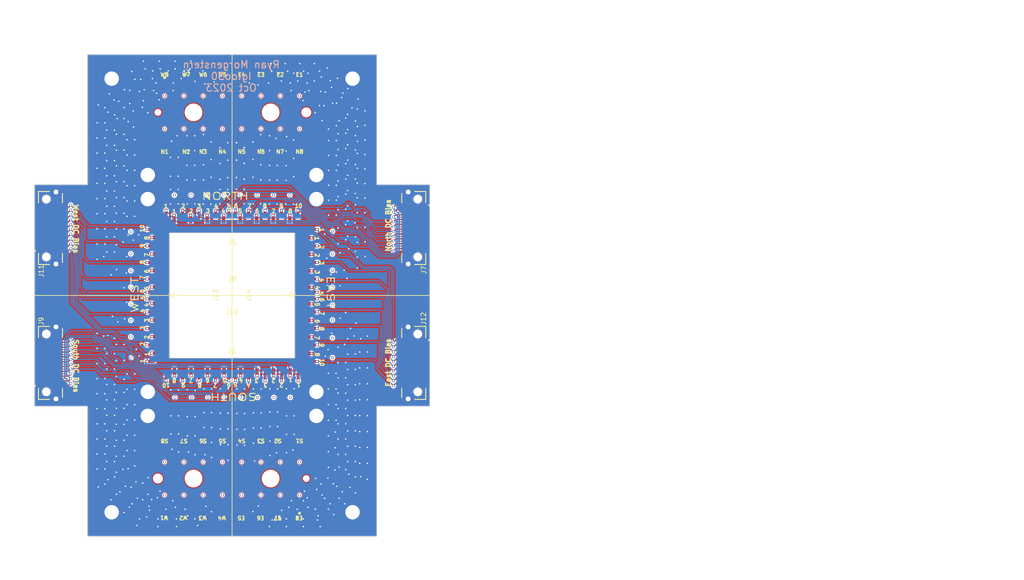
<source format=kicad_pcb>
(kicad_pcb (version 20221018) (generator pcbnew)
  (layers (0 "F.Cu" signal) (1 "In1.Cu" signal) (2 "In2.Cu" signal) (31 "B.Cu" signal) (34 "B.Paste" user) (35 "F.Paste" user) (36 "B.SilkS" user "B.Silkscreen") (37 "F.SilkS" user "F.Silkscreen") (38 "B.Mask" user) (39 "F.Mask" user) (44 "Edge.Cuts" user))
  (net 0 "")
  (net 1 "Net-(J1-Pin_1)")
  (net 2 "Net-(J1-Pin_2)")
  (net 3 "Net-(J1-Pin_3)")
  (net 4 "Net-(J1-Pin_4)")
  (net 5 "Net-(J1-Pin_5)")
  (net 6 "Net-(J1-Pin_6)")
  (net 7 "Net-(J1-Pin_7)")
  (net 8 "Net-(J1-Pin_8)")
  (net 9 "Net-(J2-Pin_1)")
  (net 10 "Net-(J2-Pin_2)")
  (net 11 "Net-(J2-Pin_3)")
  (net 12 "Net-(J2-Pin_4)")
  (net 13 "Net-(J2-Pin_5)")
  (net 14 "Net-(J2-Pin_6)")
  (net 15 "Net-(J2-Pin_7)")
  (net 16 "Net-(J2-Pin_8)")
  (net 17 "Net-(J5-Pin_1)")
  (net 18 "Net-(J5-Pin_2)")
  (net 19 "Net-(J5-Pin_3)")
  (net 20 "Net-(J5-Pin_4)")
  (net 21 "Net-(J5-Pin_5)")
  (net 22 "Net-(J5-Pin_6)")
  (net 23 "Net-(J5-Pin_7)")
  (net 24 "Net-(J5-Pin_8)")
  (net 25 "GND")
  (net 26 "Net-(J6-Pin_1)")
  (net 27 "Net-(J6-Pin_2)")
  (net 28 "Net-(J6-Pin_3)")
  (net 29 "Net-(J6-Pin_4)")
  (net 30 "Net-(J6-Pin_5)")
  (net 31 "Net-(J6-Pin_6)")
  (net 32 "Net-(J6-Pin_7)")
  (net 33 "Net-(J6-Pin_8)")
  (net 34 "Net-(J8-Pin_1)")
  (net 35 "Net-(J8-Pin_2)")
  (net 36 "Net-(J8-Pin_3)")
  (net 37 "Net-(J8-Pin_4)")
  (net 38 "Net-(J8-Pin_5)")
  (net 39 "Net-(J8-Pin_6)")
  (net 40 "Net-(J8-Pin_7)")
  (net 41 "Net-(J8-Pin_8)")
  (net 42 "Net-(J8-Pin_9)")
  (net 43 "Net-(J8-Pin_10)")
  (net 44 "Net-(J10-Pin_1)")
  (net 45 "Net-(J10-Pin_2)")
  (net 46 "Net-(J10-Pin_3)")
  (net 47 "Net-(J10-Pin_4)")
  (net 48 "Net-(J10-Pin_5)")
  (net 49 "Net-(J10-Pin_6)")
  (net 50 "Net-(J10-Pin_7)")
  (net 51 "Net-(J10-Pin_8)")
  (net 52 "Net-(J10-Pin_9)")
  (net 53 "Net-(J10-Pin_10)")
  (net 54 "Net-(J13-Pin_1)")
  (net 55 "Net-(J13-Pin_2)")
  (net 56 "Net-(J13-Pin_3)")
  (net 57 "Net-(J13-Pin_4)")
  (net 58 "Net-(J13-Pin_5)")
  (net 59 "Net-(J13-Pin_6)")
  (net 60 "Net-(J13-Pin_7)")
  (net 61 "Net-(J13-Pin_8)")
  (net 62 "Net-(J13-Pin_9)")
  (net 63 "Net-(J13-Pin_10)")
  (net 64 "Net-(J14-Pin_1)")
  (net 65 "Net-(J14-Pin_2)")
  (net 66 "Net-(J14-Pin_3)")
  (net 67 "Net-(J14-Pin_4)")
  (net 68 "Net-(J14-Pin_5)")
  (net 69 "Net-(J14-Pin_6)")
  (net 70 "Net-(J14-Pin_7)")
  (net 71 "Net-(J14-Pin_8)")
  (net 72 "Net-(J14-Pin_9)")
  (net 73 "Net-(J14-Pin_10)")
  (footprint "0_igloo30_footprint_lib:SAMTEC_LSHM-120-02.5-L-DV-A-S-TR" (layer "F.Cu") (at 37.7 14 90)
    (fp_text reference "J12")
    (fp_text value "LSHM-120-02.5-L-DV-A-S-TR")
  )
  (footprint "0_igloo30_footprint_lib:wirebond_10x_1cm" (layer "F.Cu") (at 0 0 180)
    (fp_text reference "J10")
    (fp_text value "Conn_01x10")
  )
  (footprint "0_igloo30_footprint_lib:wirebond_10x_1cm" (layer "F.Cu") (at 0 0 -90)
    (fp_text reference "J14")
    (fp_text value "Conn_01x10")
  )
  (footprint "0_igloo30_footprint_lib:wirebond_8x_25mm" (layer "F.Cu") (at -16 0 -90)
    (fp_text reference "J1")
    (fp_text value "Conn_01x08_Pin")
  )
  (footprint "0_igloo30_footprint_lib:SAMTEC_LSHM-120-02.5-L-DV-A-S-TR" (layer "F.Cu") (at -37.7 -14 -90)
    (fp_text reference "J11")
    (fp_text value "LSHM-120-02.5-L-DV-A-S-TR")
  )
  (footprint "0_igloo30_footprint_lib:SAMTEC_LSHM-120-02.5-L-DV-A-S-TR" (layer "F.Cu") (at 37.7 -14 90)
    (fp_text reference "J7")
    (fp_text value "LSHM-120-02.5-L-DV-A-S-TR")
  )
  (footprint "0_igloo30_footprint_lib:wirebond_8x_25mm" (layer "F.Cu") (at 0 16 180)
    (fp_text reference "J6")
    (fp_text value "Conn_01x08_Pin")
  )
  (footprint "0_igloo30_footprint_lib:wirebond_10x_1cm" (layer "F.Cu") (at 0 0)
    (fp_text reference "J8")
    (fp_text value "Conn_01x10")
  )
  (footprint "0_igloo30_footprint_lib:wirebond_8x_25mm" (layer "F.Cu") (at 0 -16)
    (fp_text reference "J5")
    (fp_text value "Conn_01x08_Pin")
  )
  (footprint "0_igloo30_footprint_lib:wirebond_8x_25mm" (layer "F.Cu") (at 16 0 90)
    (fp_text reference "J2")
    (fp_text value "Conn_01x08_Pin")
  )
  (footprint "0_igloo30_footprint_lib:BE40A-S-92SP-X-2-08" (layer "F.Cu") (at 0 -38)
    (fp_text reference "J3")
    (fp_text value "BE40A-S-92SP-2-2-08-0152")
  )
  (footprint "0_igloo30_footprint_lib:SAMTEC_LSHM-120-02.5-L-DV-A-S-TR" (layer "F.Cu") (at -37.7 14 -90)
    (fp_text reference "J9")
    (fp_text value "LSHM-120-02.5-L-DV-A-S-TR")
  )
  (footprint "0_igloo30_footprint_lib:BE40A-S-92SP-X-2-08" (layer "F.Cu") (at 0 38 180)
    (fp_text reference "J4")
    (fp_text value "BE40A-S-92SP-2-2-08-0152")
  )
  (footprint "0_igloo30_footprint_lib:wirebond_10x_1cm" (layer "F.Cu") (at 0 0 90)
    (fp_text reference "J13")
    (fp_text value "Conn_01x10")
  )
  (gr_line (start 0 -50) (end 0 50) (stroke (width 0.15)) (layer "F.SilkS"))
  (gr_line (start 41 0) (end -41 0) (stroke (width 0.15)) (layer "F.SilkS"))
  (gr_line (start 41 23) (end 30 23) (stroke (width 0.1)) (layer "Edge.Cuts"))
  (gr_line (start -41.000026 -23) (end -30.000026 -23) (stroke (width 0.1)) (layer "Edge.Cuts"))
  (gr_line (start 29.999987 -50.0025) (end -30.000013 -50.0025) (stroke (width 0.1)) (layer "Edge.Cuts"))
  (gr_line (start 29.999987 49.9975) (end -30.000013 49.9975) (stroke (width 0.1)) (layer "Edge.Cuts"))
  (gr_line (start 30 23) (end 29.999987 49.9975) (stroke (width 0.1)) (layer "Edge.Cuts"))
  (gr_rect (start -13 -13) (end 13 13) (stroke (width 0.1)) (fill none) (layer "Edge.Cuts"))
  (gr_line (start 30 -23) (end 29.999987 -50.0025) (stroke (width 0.1)) (layer "Edge.Cuts"))
  (gr_line (start -41.000026 23) (end -41.000026 -23) (stroke (width 0.1)) (layer "Edge.Cuts"))
  (gr_line (start -41.000026 23) (end -30.000026 23) (stroke (width 0.1)) (layer "Edge.Cuts"))
  (gr_line (start 41 -23) (end 41 23) (stroke (width 0.1)) (layer "Edge.Cuts"))
  (gr_line (start 41 -23) (end 30 -23) (stroke (width 0.1)) (layer "Edge.Cuts"))
  (gr_line (start -30.000026 -23) (end -30.000013 -50.0025) (stroke (width 0.1)) (layer "Edge.Cuts"))
  (gr_line (start -30.000026 23) (end -30.000013 49.9975) (stroke (width 0.1)) (layer "Edge.Cuts"))
  (gr_text "Ryan Morgenstern\nIgloo30\nOct 2023" (at -0.1743 -45.5075) (layer "B.SilkS") (effects (font (size 1.5 1.5) (thickness 0.225)) (justify mirror)))
  (gr_text "5" (at 1.6857 -17.5275) (layer "F.SilkS") (effects (font (size 0.8 0.8) (thickness 0.2) bold)))
  (gr_text "10" (at -13.716 18.658 180) (layer "F.SilkS") (effects (font (size 0.8 0.8) (thickness 0.2) bold)))
  (gr_text "N2" (at -9.5143 -29.8275) (layer "F.SilkS") (effects (font (size 0.8 0.8) (thickness 0.2) bold)))
  (gr_text "2" (at -18.6 10.044 90) (layer "F.SilkS") (effects (font (size 0.8 0.8) (thickness 0.2) bold)))
  (gr_text "1" (at -12.0143 -17.4275) (layer "F.SilkS") (effects (font (size 0.8 0.8) (thickness 0.2) bold)))
  (gr_text "6" (at 0.8 -18.6) (layer "F.SilkS") (effects (font (size 0.8 0.8) (thickness 0.2) bold)))
  (gr_text "E7" (at 9.390463 46.172499 180) (layer "F.SilkS") (effects (font (size 0.8 0.8) (thickness 0.2) bold)))
  (gr_text "2" (at 18.6 -10.044 -90) (layer "F.SilkS") (effects (font (size 0.8 0.8) (thickness 0.2) bold)))
  (gr_text "E4" (at 1.9857 -45.8275) (layer "F.SilkS") (effects (font (size 0.8 0.8) (thickness 0.2) bold)))
  (gr_text "1" (at 12.0857 17.5725 180) (layer "F.SilkS") (effects (font (size 0.8 0.8) (thickness 0.2) bold)))
  (gr_text "3" (at -6.858 -18.542) (layer "F.SilkS") (effects (font (size 0.8 0.8) (thickness 0.2) bold)))
  (gr_text "E2" (at 9.9857 -45.8275) (layer "F.SilkS") (effects (font (size 0.8 0.8) (thickness 0.2) bold)))
  (gr_text "9" (at -18.658 -10.316 90) (layer "F.SilkS") (effects (font (size 0.8 0.8) (thickness 0.2) bold)))
  (gr_text "5" (at 0.684 18.458 180) (layer "F.SilkS") (effects (font (size 0.8 0.8) (thickness 0.2) bold)))
  (gr_text "E6" (at 5.890463 46.172499 180) (layer "F.SilkS") (effects (font (size 0.8 0.8) (thickness 0.2) bold)))
  (gr_text "7" (at -3.516 18.658 180) (layer "F.SilkS") (effects (font (size 0.8 0.8) (thickness 0.2) bold)))
  (gr_text "6" (at -5.1143 17.6725 180) (layer "F.SilkS") (effects (font (size 0.8 0.8) (thickness 0.2) bold)))
  (gr_text "4" (at -18.6 3.186 90) (layer "F.SilkS") (effects (font (size 0.8 0.8) (thickness 0.2) bold)))
  (gr_text "S4" (at 1.9857 30.1725 180) (layer "F.SilkS") (effects (font (size 0.8 0.8) (thickness 0.2) bold)))
  (gr_text "7" (at -18.658 -3.716 90) (layer "F.SilkS") (effects (font (size 0.8 0.8) (thickness 0.2) bold)))
  (gr_text "N6" (at 5.9857 -29.8275) (layer "F.SilkS") (effects (font (size 0.8 0.8) (thickness 0.2) bold)))
  (gr_text "8" (at 12.0857 -17.5275) (layer "F.SilkS") (effects (font (size 0.8 0.8) (thickness 0.2) bold)))
  (gr_text "6" (at -17.7143 -5.0275 90) (layer "F.SilkS") (effects (font (size 0.8 0.8) (thickness 0.2) bold)))
  (gr_text "E3" (at 5.9857 -45.8275) (layer "F.SilkS") (effects (font (size 0.8 0.8) (thickness 0.2) bold)))
  (gr_text "N1" (at -14.0143 -29.8275) (layer "F.SilkS") (effects (font (size 0.8 0.8) (thickness 0.2) bold)))
  (gr_text "6" (at 5.1857 -17.5275) (layer "F.SilkS") (effects (font (size 0.8 0.8) (thickness 0.2) bold)))
  (gr_text "2" (at -8.5143 -17.5275) (layer "F.SilkS") (effects (font (size 0.8 0.8) (thickness 0.2) bold)))
  (gr_text "8" (at -17.7143 -11.9275 90) (layer "F.SilkS") (effects (font (size 0.8 0.8) (thickness 0.2) bold)))
  (gr_text "9" (at 18.658 10.316 -90) (layer "F.SilkS") (effects (font (size 0.8 0.8) (thickness 0.2) bold)))
  (gr_text "North DC Bias" (at 33 -9 90) (layer "F.SilkS") (effects (font (size 1 1) (thickness 0.25) bold) (justify left bottom)))
  (gr_text "2" (at 8.5857 17.6725 180) (layer "F.SilkS") (effects (font (size 0.8 0.8) (thickness 0.2) bold)))
  (gr_text "8" (at 6.8 -18.6) (layer "F.SilkS") (effects (font (size 0.8 0.8) (thickness 0.2) bold)))
  (gr_text "E8" (at 13.890463 46.172499 180) (layer "F.SilkS") (effects (font (size 0.8 0.8) (thickness 0.2) bold)))
  (gr_text "4" (at -3.302 -18.542) (layer "F.SilkS") (effects (font (size 0.8 0.8) (thickness 0.2) bold)))
  (gr_text "W2" (at -10.109537 46.172499 180) (layer "F.SilkS") (effects (font (size 0.8 0.8) (thickness 0.2) bold)))
  (gr_text "E1" (at 13.9857 -45.8275) (layer "F.SilkS") (effects (font (size 0.8 0.8) (thickness 0.2) bold)))
  (gr_text "6" (at -18.658 -0.916 90) (layer "F.SilkS") (effects (font (size 0.8 0.8) (thickness 0.2) bold)))
  (gr_text "WEST" (at -20.2 -0.1275 90) (layer "F.SilkS") (effects (font (size 1.5 2) (thickness 0.2) bold)))
  (gr_text "5" (at -17.7143 -1.5275 90) (layer "F.SilkS") (effects (font (size 0.8 0.8) (thickness 0.2) bold)))
  (gr_text "EAST" (at 20.4 -0.6275 270) (layer "F.SilkS") (effects (font (size 1.5 2) (thickness 0.2) bold)))
  (gr_text "1" (at -13.716 -18.542) (layer "F.SilkS") (effects (font (size 0.8 0.8) (thickness 0.2) bold)))
  (gr_text "1" (at 18.6 -13.6 -90) (layer "F.SilkS") (effects (font (size 0.8 0.8) (thickness 0.2) bold)))
  (gr_text "6" (at -0.716 18.658 180) (layer "F.SilkS") (effects (font (size 0.8 0.8) (thickness 0.2) bold)))
  (gr_text "S1" (at 13.9857 30.1725 180) (layer "F.SilkS") (effects (font (size 0.8 0.8) (thickness 0.2) bold)))
  (gr_text "4" (at 3.386 18.6 180) (layer "F.SilkS") (effects (font (size 0.8 0.8) (thickness 0.2) bold)))
  (gr_text "3" (at 18.6 -6.742 -90) (layer "F.SilkS") (effects (font (size 0.8 0.8) (thickness 0.2) bold)))
  (gr_text "W3" (at -6.109537 46.172499 180) (layer "F.SilkS") (effects (font (size 0.8 0.8) (thickness 0.2) bold)))
  (gr_text "West DC Bias" (at -33 -19.05 270) (layer "F.SilkS") (effects (font (size 1 1) (thickness 0.25) bold) (justify left bottom)))
  (gr_text "4" (at 1.8857 17.6725 180) (layer "F.SilkS") (effects (font (size 0.8 0.8) (thickness 0.2) bold)))
  (gr_text "SOUTH" (at 0.2857 21 180) (layer "F.SilkS") (effects (font (size 1.5 2) (thickness 0.2) bold)))
  (gr_text "N8" (at 13.9857 -29.8275) (layer "F.SilkS") (effects (font (size 0.8 0.8) (thickness 0.2) bold)))
  (gr_text "10" (at -18.658 -13.916 90) (layer "F.SilkS") (effects (font (size 0.8 0.8) (thickness 0.2) bold)))
  (gr_text "3" (at 6.942 18.6 180) (layer "F.SilkS") (effects (font (size 0.8 0.8) (thickness 0.2) bold)))
  (gr_text "2" (at -10.16 -18.542) (layer "F.SilkS") (effects (font (size 0.8 0.8) (thickness 0.2) bold)))
  (gr_text "3" (at 5.0857 17.6725 180) (layer "F.SilkS") (effects (font (size 0.8 0.8) (thickness 0.2) bold)))
  (gr_text "8" (at 17.6857 12.2725 -90) (layer "F.SilkS") (effects (font (size 0.8 0.8) (thickness 0.2) bold)))
  (gr_text "W4" (at -2.109537 46.172499 180) (layer "F.SilkS") (effects (font (size 0.8 0.8) (thickness 0.2) bold)))
  (gr_text "N4" (at -2.0143 -29.8275) (layer "F.SilkS") (effects (font (size 0.8 0.8) (thickness 0.2) bold)))
  (gr_text "7" (at -17.7143 -8.4275 90) (layer "F.SilkS") (effects (font (size 0.8 0.8) (thickness 0.2) bold)))
  (gr_text "9" (at 10.2 -18.6) (layer "F.SilkS") (effects (font (size 0.8 0.8) (thickness 0.2) bold)))
  (gr_text "7" (at 18.658 3.716 -90) (layer "F.SilkS") (effects (font (size 0.8 0.8) (thickness 0.2) bold)))
  (gr_text "W1" (at -14.109537 46.172499 180) (layer "F.SilkS") (effects (font (size 0.8 0.8) (thickness 0.2) bold)))
  (gr_text "N3" (at -6.0143 -29.8275) (layer "F.SilkS") (effects (font (size 0.8 0.8) (thickness 0.2) bold)))
  (gr_text "S8" (at -14.0143 30.1725 180) (layer "F.SilkS") (effects (font (size 0.8 0.8) (thickness 0.2) bold)))
  (gr_text "4" (at 17.6857 -1.6275 -90) (layer "F.SilkS") (effects (font (size 0.8 0.8) (thickness 0.2) bold)))
  (gr_text "S2" (at 9.4857 30.1725 180) (layer "F.SilkS") (effects (font (size 0.8 0.8) (thickness 0.2) bold)))
  (gr_text "S7" (at -10.0143 30.1725 180) (layer "F.SilkS") (effects (font (size 0.8 0.8) (thickness 0.2) bold)))
  (gr_text "East DC Bias" (at 33 19.05 90) (layer "F.SilkS") (effects (font (size 1 1) (thickness 0.25) bold) (justify left bottom)))
  (gr_text "7" (at -8.5143 17.6725 180) (layer "F.SilkS") (effects (font (size 0.8 0.8) (thickness 0.2) bold)))
  (gr_text "1" (at 17.5857 -11.8275 -90) (layer "F.SilkS") (effects (font (size 0.8 0.8) (thickness 0.2) bold)))
  (gr_text "7" (at 3.6 -18.6) (layer "F.SilkS") (effects (font (size 0.8 0.8) (thickness 0.2) bold)))
  (gr_text "2" (at 10.244 18.6 180) (layer "F.SilkS") (effects (font (size 0.8 0.8) (thickness 0.2) bold)))
  (gr_text "2" (at 17.6857 -8.3275 -90) (layer "F.SilkS") (effects (font (size 0.8 0.8) (thickness 0.2) bold)))
  (gr_text "5" (at -0.6 -18.4) (layer "F.SilkS") (effects (font (size 0.8 0.8) (thickness 0.2) bold)))
  (gr_text "10" (at 13.8 -18.6) (layer "F.SilkS") (effects (font (size 0.8 0.8) (thickness 0.2) bold)))
  (gr_text "S3" (at 5.9857 30.1725 180) (layer "F.SilkS") (effects (font (size 0.8 0.8) (thickness 0.2) bold)))
  (gr_text "9" (at -10.116 18.658 180) (layer "F.SilkS") (effects (font (size 0.8 0.8) (thickness 0.2) bold)))
  (gr_text "N5" (at 1.9857 -29.8275) (layer "F.SilkS") (effects (font (size 0.8 0.8) (thickness 0.2) bold)))
  (gr_text "7" (at 8.5857 -17.5275) (layer "F.SilkS") (effects (font (size 0.8 0.8) (thickness 0.2) bold)))
  (gr_text "7" (at 17.6857 8.7725 -90) (layer "F.SilkS") (effects (font (size 0.8 0.8) (thickness 0.2) bold)))
  (gr_text "2" (at -17.7143 8.6725 90) (layer "F.SilkS") (effects (font (size 0.8 0.8) (thickness 0.2) bold)))
  (gr_text "5" (at 17.6857 1.8725 -90) (layer "F.SilkS") (effects (font (size 0.8 0.8) (thickness 0.2) bold)))
  (gr_text "1" (at -17.6143 12.1725 90) (layer "F.SilkS") (effects (font (size 0.8 0.8) (thickness 0.2) bold)))
  (gr_text "S5" (at -2.0143 30.1725 180) (layer "F.SilkS") (effects (font (size 0.8 0.8) (thickness 0.2) bold)))
  (gr_text "3" (at -5.0143 -17.5275) (layer "F.SilkS") (effects (font (size 0.8 0.8) (thickness 0.2) bold)))
  (gr_text "W6" (at -6.0143 -45.8275) (layer "F.SilkS") (effects (font (size 0.8 0.8) (thickness 0.2) bold)))
  (gr_text "N7" (at 9.9857 -29.8275) (layer "F.SilkS") (effects (font (size 0.8 0.8) (thickness 0.2) bold)))
  (gr_text "4" (at -17.7143 1.9725 90) (layer "F.SilkS") (effects (font (size 0.8 0.8) (thickness 0.2) bold)))
  (gr_text "5" (at -1.6143 17.6725 180) (layer "F.SilkS") (effects (font (size 0.8 0.8) (thickness 0.2) bold)))
  (gr_text "1" (at 13.8 18.6 180) (layer "F.SilkS") (effects (font (size 0.8 0.8) (thickness 0.2) bold)))
  (gr_text "5" (at -18.458 0.484 90) (layer "F.SilkS") (effects (font (size 0.8 0.8) (thickness 0.2) bold)))
  (gr_text "10" (at 18.658 13.916 -90) (layer "F.SilkS") (effects (font (size 0.8 0.8) (thickness 0.2) bold)))
  (gr_text "1" (at -18.6 13.6 90) (layer "F.SilkS") (effects (font (size 0.8 0.8) (thickness 0.2) bold)))
  (gr_text "8" (at -18.658 -6.916 90) (layer "F.SilkS") (effects (font (size 0.8 0.8) (thickness 0.2) bold)))
  (gr_text "3" (at 17.6857 -4.8275 -90) (layer "F.SilkS") (effects (font (size 0.8 0.8) (thickness 0.2) bold)))
  (gr_text "NORTH" (at -1.4143 -20.6) (layer "F.SilkS") (effects (font (size 1.5 2) (thickness 0.2) bold)))
  (gr_text "W5" (at -2.0143 -45.8275) (layer "F.SilkS") (effects (font (size 0.8 0.8) (thickness 0.2) bold)))
  (gr_text "E5" (at 1.890463 46.172499 180) (layer "F.SilkS") (effects (font (size 0.8 0.8) (thickness 0.2) bold)))
  (gr_text "6" (at 17.6857 5.3725 -90) (layer "F.SilkS") (effects (font (size 0.8 0.8) (thickness 0.2) bold)))
  (gr_text "S6" (at -6.0143 30.1725 180) (layer "F.SilkS") (effects (font (size 0.8 0.8) (thickness 0.2) bold)))
  (gr_text "4" (at 18.6 -3.186 -90) (layer "F.SilkS") (effects (font (size 0.8 0.8) (thickness 0.2) bold)))
  (gr_text "8" (at -12.0143 17.6725 180) (layer "F.SilkS") (effects (font (size 0.8 0.8) (thickness 0.2) bold)))
  (gr_text "5" (at 18.458 -0.484 -90) (layer "F.SilkS") (effects (font (size 0.8 0.8) (thickness 0.2) bold)))
  (gr_text "6" (at 18.658 0.916 -90) (layer "F.SilkS") (effects (font (size 0.8 0.8) (thickness 0.2) bold)))
  (gr_text "3" (at -18.6 6.742 90) (layer "F.SilkS") (effects (font (size 0.8 0.8) (thickness 0.2) bold)))
  (gr_text "4" (at -1.8143 -17.5275) (layer "F.SilkS") (effects (font (size 0.8 0.8) (thickness 0.2) bold)))
  (gr_text "W8" (at -14.0143 -45.8275) (layer "F.SilkS") (effects (font (size 0.8 0.8) (thickness 0.2) bold)))
  (gr_text "8" (at 18.658 6.916 -90) (layer "F.SilkS") (effects (font (size 0.8 0.8) (thickness 0.2) bold)))
  (gr_text "W7" (at -9.5143 -45.8275) (layer "F.SilkS") (effects (font (size 0.8 0.8) (thickness 0.2) bold)))
  (gr_text "8" (at -6.716 18.658 180) (layer "F.SilkS") (effects (font (size 0.8 0.8) (thickness 0.2) bold)))
  (gr_text "3" (at -17.7143 5.1725 90) (layer "F.SilkS") (effects (font (size 0.8 0.8) (thickness 0.2) bold)))
  (gr_text "South DC Bias" (at -33 9 270) (layer "F.SilkS") (effects (font (size 1 1) (thickness 0.25) bold) (justify left bottom)))
  (via (at -21.02 -13.24) (size 0.6) (drill 0.4) (layers "F.Cu" "B.Cu") (net 1))
  (via (at -14 -41.425) (size 0.6) (drill 0.4) (layers "F.Cu" "B.Cu") (net 1))
  (via (at -16.637 -12.035713) (size 0.6) (drill 0.4) (layers "F.Cu" "B.Cu") (net 1))
  (via (at -16.637 -8.607142) (size 0.6) (drill 0.4) (layers "F.Cu" "B.Cu") (net 2))
  (via (at -21.01 -8.64) (size 0.6) (drill 0.4) (layers "F.Cu" "B.Cu") (net 2))
  (via (at -10 -41.425) (size 0.6) (drill 0.4) (layers "F.Cu" "B.Cu") (net 2))
  (via (at -6 -41.425) (size 0.6) (drill 0.4) (layers "F.Cu" "B.Cu") (net 3))
  (via (at -16.637 -5.178571) (size 0.6) (drill 0.4) (layers "F.Cu" "B.Cu") (net 3))
  (via (at -21.02 -5.14) (size 0.6) (drill 0.4) (layers "F.Cu" "B.Cu") (net 3))
  (via (at -16.637 -1.75) (size 0.6) (drill 0.4) (layers "F.Cu" "B.Cu") (net 4))
  (via (at -2 -41.425) (size 0.6) (drill 0.4) (layers "F.Cu" "B.Cu") (net 4))
  (via (at -21.01 -1.74) (size 0.6) (drill 0.4) (layers "F.Cu" "B.Cu") (net 4))
  (via (at -21.01 1.76) (size 0.6) (drill 0.4) (layers "F.Cu" "B.Cu") (net 5))
  (via (at -16.637 1.678571) (size 0.6) (drill 0.4) (layers "F.Cu" "B.Cu") (net 5))
  (via (at -2 41.425) (size 0.6) (drill 0.4) (layers "F.Cu" "B.Cu") (net 5))
  (via (at -21.02 5.17) (size 0.6) (drill 0.4) (layers "F.Cu" "B.Cu") (net 6))
  (via (at -6 41.425) (size 0.6) (drill 0.4) (layers "F.Cu" "B.Cu") (net 6))
  (via (at -16.637 5.107142) (size 0.6) (drill 0.4) (layers "F.Cu" "B.Cu") (net 6))
  (via (at -16.637 8.535713) (size 0.6) (drill 0.4) (layers "F.Cu" "B.Cu") (net 7))
  (via (at -21.02 8.6) (size 0.6) (drill 0.4) (layers "F.Cu" "B.Cu") (net 7))
  (via (at -10 41.425) (size 0.6) (drill 0.4) (layers "F.Cu" "B.Cu") (net 7))
  (via (at -21.02 13) (size 0.6) (drill 0.4) (layers "F.Cu" "B.Cu") (net 8))
  (via (at -14 41.425) (size 0.6) (drill 0.4) (layers "F.Cu" "B.Cu") (net 8))
  (via (at -16.637 11.964284) (size 0.6) (drill 0.4) (layers "F.Cu" "B.Cu") (net 8))
  (via (at 16.5 12.03571) (size 0.6) (drill 0.4) (layers "F.Cu" "B.Cu") (net 9))
  (via (at 14 41.425) (size 0.6) (drill 0.4) (layers "F.Cu" "B.Cu") (net 9))
  (via (at 20.83 12.9) (size 0.6) (drill 0.4) (layers "F.Cu" "B.Cu") (net 9))
  (via (at 10 41.425) (size 0.6) (drill 0.4) (layers "F.Cu" "B.Cu") (net 10))
  (via (at 20.83 8.8) (size 0.6) (drill 0.4) (layers "F.Cu" "B.Cu") (net 10))
  (via (at 16.5 8.607139) (size 0.6) (drill 0.4) (layers "F.Cu" "B.Cu") (net 10))
  (via (at 6 41.425) (size 0.6) (drill 0.4) (layers "F.Cu" "B.Cu") (net 11))
  (via (at 20.83 5.1) (size 0.6) (drill 0.4) (layers "F.Cu" "B.Cu") (net 11))
  (via (at 16.5 5.178568) (size 0.6) (drill 0.4) (layers "F.Cu" "B.Cu") (net 11))
  (via (at 20.83 2) (size 0.6) (drill 0.4) (layers "F.Cu" "B.Cu") (net 12))
  (via (at 16.5 1.749997) (size 0.6) (drill 0.4) (layers "F.Cu" "B.Cu") (net 12))
  (via (at 2 41.425) (size 0.6) (drill 0.4) (layers "F.Cu" "B.Cu") (net 12))
  (via (at 2 -41.425) (size 0.6) (drill 0.4) (layers "F.Cu" "B.Cu") (net 13))
  (via (at 20.83 -1.7) (size 0.6) (drill 0.4) (layers "F.Cu" "B.Cu") (net 13))
  (via (at 16.5 -1.678574) (size 0.6) (drill 0.4) (layers "F.Cu" "B.Cu") (net 13))
  (via (at 20.83 -5.2) (size 0.6) (drill 0.4) (layers "F.Cu" "B.Cu") (net 14))
  (via (at 6 -41.425) (size 0.6) (drill 0.4) (layers "F.Cu" "B.Cu") (net 14))
  (via (at 16.5 -5.107145) (size 0.6) (drill 0.4) (layers "F.Cu" "B.Cu") (net 14))
  (via (at 20.8275 -8.6) (size 0.6) (drill 0.4) (layers "F.Cu" "B.Cu") (net 15))
  (via (at 16.5 -8.535716) (size 0.6) (drill 0.4) (layers "F.Cu" "B.Cu") (net 15))
  (via (at 10 -41.425) (size 0.6) (drill 0.4) (layers "F.Cu" "B.Cu") (net 15))
  (via (at 20.8275 -13.3) (size 0.6) (drill 0.4) (layers "F.Cu" "B.Cu") (net 16))
  (via (at 14 -41.425) (size 0.6) (drill 0.4) (layers "F.Cu" "B.Cu") (net 16))
  (via (at 16.5 -11.964287) (size 0.6) (drill 0.4) (layers "F.Cu" "B.Cu") (net 16))
  (via (at -12.035713 -16.63) (size 0.6) (drill 0.4) (layers "F.Cu" "B.Cu") (net 17))
  (via (at -14 -34.575) (size 0.6) (drill 0.4) (layers "F.Cu" "B.Cu") (net 17))
  (via (at -11.97 -20.83) (size 0.6) (drill 0.4) (layers "F.Cu" "B.Cu") (net 17))
  (via (at -8.607142 -16.63) (size 0.6) (drill 0.4) (layers "F.Cu" "B.Cu") (net 18))
  (via (at -10 -34.575) (size 0.6) (drill 0.4) (layers "F.Cu" "B.Cu") (net 18))
  (via (at -8.52 -20.83) (size 0.6) (drill 0.4) (layers "F.Cu" "B.Cu") (net 18))
  (via (at -5.178571 -16.63) (size 0.6) (drill 0.4) (layers "F.Cu" "B.Cu") (net 19))
  (via (at -6 -34.575) (size 0.6) (drill 0.4) (layers "F.Cu" "B.Cu") (net 19))
  (via (at -5.12 -20.83) (size 0.6) (drill 0.4) (layers "F.Cu" "B.Cu") (net 19))
  (via (at -1.71 -20.83) (size 0.6) (drill 0.4) (layers "F.Cu" "B.Cu") (net 20))
  (via (at -2 -34.575) (size 0.6) (drill 0.4) (layers "F.Cu" "B.Cu") (net 20))
  (via (at -1.75 -16.63) (size 0.6) (drill 0.4) (layers "F.Cu" "B.Cu") (net 20))
  (via (at 1.678571 -16.63) (size 0.6) (drill 0.4) (layers "F.Cu" "B.Cu") (net 21))
  (via (at 2 -34.575) (size 0.6) (drill 0.4) (layers "F.Cu" "B.Cu") (net 21))
  (via (at 1.68 -20.83) (size 0.6) (drill 0.4) (layers "F.Cu" "B.Cu") (net 21))
  (via (at 5.19 -20.83) (size 0.6) (drill 0.4) (layers "F.Cu" "B.Cu") (net 22))
  (via (at 6 -34.575) (size 0.6) (drill 0.4) (layers "F.Cu" "B.Cu") (net 22))
  (via (at 5.107142 -16.63) (size 0.6) (drill 0.4) (layers "F.Cu" "B.Cu") (net 22))
  (via (at 8.59 -20.83) (size 0.6) (drill 0.4) (layers "F.Cu" "B.Cu") (net 23))
  (via (at 10 -34.575) (size 0.6) (drill 0.4) (layers "F.Cu" "B.Cu") (net 23))
  (via (at 8.535713 -16.63) (size 0.6) (drill 0.4) (layers "F.Cu" "B.Cu") (net 23))
  (via (at 11.964284 -16.63) (size 0.6) (drill 0.4) (layers "F.Cu" "B.Cu") (net 24))
  (via (at 11.98 -20.83) (size 0.6) (drill 0.4) (layers "F.Cu" "B.Cu") (net 24))
  (via (at 14 -34.575) (size 0.6) (drill 0.4) (layers "F.Cu" "B.Cu") (net 24))
  (segment (start -36.906 -12.75) (end -35.85 -12.75) (width 0.256) (layer "F.Cu") (net 25))
  (segment (start 36.906 10.75) (end 36.928 10.728) (width 0.256) (layer "F.Cu") (net 25))
  (segment (start 36.928 -10.272) (end 36.928 -9.272) (width 0.256) (layer "F.Cu") (net 25))
  (segment (start 36.928 -11.272) (end 36.906 -11.25) (width 0.256) (layer "F.Cu") (net 25))
  (segment (start -36.928 -10.772) (end -36.928 -11.728) (width 0.256) (layer "F.Cu") (net 25))
  (segment (start 36.928 -13.465) (end 36.928 -12.425) (width 0.256) (layer "F.Cu") (net 25))
  (segment (start -36.906 -11.75) (end -35.85 -11.75) (width 0.256) (layer "F.Cu") (net 25))
  (segment (start 36.906 16.75) (end 36.928 16.728) (width 0.256) (layer "F.Cu") (net 25))
  (segment (start 36.906 -11.25) (end 35.85 -11.25) (width 0.256) (layer "F.Cu") (net 25))
  (segment (start 36.928 -16.228) (end 36.928 -15.272) (width 0.256) (layer "F.Cu") (net 25))
  (segment (start -36.928 18.178) (end -36.856 18.25) (width 0.256) (layer "F.Cu") (net 25))
  (segment (start 36.928 17.822) (end 36.856 17.75) (width 0.256) (layer "F.Cu") (net 25))
  (segment (start 36.928 -14.272) (end 36.906 -14.25) (width 0.256) (layer "F.Cu") (net 25))
  (segment (start 35.85 18.75) (end 36.906 18.75) (width 0.256) (layer "F.Cu") (net 25))
  (segment (start 36.928 9.772) (end 36.928 18.728) (width 0.256) (layer "F.Cu") (net 25))
  (segment (start -36.928 -11.772) (end -36.906 -11.75) (width 0.256) (layer "F.Cu") (net 25))
  (segment (start -35.85 -14.75) (end -36.906 -14.75) (width 0.256) (layer "F.Cu") (net 25))
  (segment (start -36.906 -9.75) (end -36.928 -9.772) (width 0.256) (layer "F.Cu") (net 25))
  (segment (start -36.928 9.272) (end -36.906 9.25) (width 0.256) (layer "F.Cu") (net 25))
  (segment (start 36.928 -14.228) (end 36.928 -13.465) (width 0.256) (layer "F.Cu") (net 25))
  (segment (start -35.85 -18.75) (end -36.906 -18.75) (width 0.256) (layer "F.Cu") (net 25))
  (segment (start 36.928 18.728) (end 36.928 17.822) (width 0.256) (layer "F.Cu") (net 25))
  (segment (start -36.906 16.25) (end -36.928 16.228) (width 0.256) (layer "F.Cu") (net 25))
  (segment (start -36.928 9.272) (end -36.928 18.228) (width 0.256) (layer "F.Cu") (net 25))
  (segment (start 36.906 -12.25) (end 35.85 -12.25) (width 0.256) (layer "F.Cu") (net 25))
  (segment (start 36.906 12.75) (end 36.928 12.728) (width 0.256) (layer "F.Cu") (net 25))
  (segment (start -36.928 -12.772) (end -36.906 -12.75) (width 0.256) (layer "F.Cu") (net 25))
  (segment (start 36.906 14.75) (end 36.97 14.686) (width 0.256) (layer "F.Cu") (net 25))
  (segment (start 36.906 -13.25) (end 35.85 -13.25) (width 0.256) (layer "F.Cu") (net 25))
  (segment (start -36.928 13.272) (end -36.906 13.25) (width 0.256) (layer "F.Cu") (net 25))
  (segment (start -36.906 -16.75) (end -36.95 -16.706) (width 0.256) (layer "F.Cu") (net 25))
  (segment (start 35.85 16.75) (end 36.906 16.75) (width 0.256) (layer "F.Cu") (net 25))
  (segment (start 36.928 -13.272) (end 36.906 -13.25) (width 0.256) (layer "F.Cu") (net 25))
  (segment (start 36.928 -13.465) (end 36.928 -13.272) (width 0.256) (layer "F.Cu") (net 25))
  (segment (start -36.928 -11.728) (end -36.906 -11.75) (width 0.256) (layer "F.Cu") (net 25))
  (segment (start -36.928 -10.728) (end -36.906 -10.75) (width 0.256) (layer "F.Cu") (net 25))
  (segment (start -36.928 18.228) (end -36.906 18.25) (width 0.256) (layer "F.Cu") (net 25))
  (segment (start 36.906 9.75) (end 35.85 9.75) (width 0.256) (layer "F.Cu") (net 25))
  (segment (start -36.906 -18.75) (end -36.928 -18.728) (width 0.256) (layer "F.Cu") (net 25))
  (segment (start -36.906 -15.75) (end -36.928 -15.728) (width 0.256) (layer "F.Cu") (net 25))
  (segment (start 36.906 11.75) (end 35.85 11.75) (width 0.256) (layer "F.Cu") (net 25))
  (segment (start -36.928 14.228) (end -36.928 13.272) (width 0.256) (layer "F.Cu") (net 25))
  (segment (start 36.76 -16.25) (end 36.906 -16.25) (width 0.256) (layer "F.Cu") (net 25))
  (segment (start 36.76 -16.25) (end 35.85 -16.25) (width 0.256) (layer "F.Cu") (net 25))
  (segment (start 36.928 -17.272) (end 36.906 -17.25) (width 0.256) (layer "F.Cu") (net 25))
  (segment (start 36.928 -12.272) (end 36.906 -12.25) (width 0.256) (layer "F.Cu") (net 25))
  (segment (start -36.906 10.25) (end -36.928 10.228) (width 0.256) (layer "F.Cu") (net 25))
  (segment (start -35.85 -13.75) (end -36.906 -13.75) (width 0.256) (layer "F.Cu") (net 25))
  (segment (start 36.928 16.728) (end 36.928 15.772) (width 0.256) (layer "F.Cu") (net 25))
  (segment (start -35.85 14.25) (end -36.906 14.25) (width 0.256) (layer "F.Cu") (net 25))
  (segment (start -36.906 -14.75) (end -36.928 -14.728) (width 0.256) (layer "F.Cu") (net 25))
  (segment (start -35.85 10.25) (end -36.906 10.25) (width 0.256) (layer "F.Cu") (net 25))
  (segment (start -36.906 11.25) (end -35.85 11.25) (width 0.256) (layer "F.Cu") (net 25))
  (segment (start 36.928 -17.272) (end 36.928 -16.272) (width 0.256) (layer "F.Cu") (net 25))
  (segment (start -35.85 -16.75) (end -36.906 -16.75) (width 0.256) (layer "F.Cu") (net 25))
  (segment (start -36.95 -15.794) (end -36.906 -15.75) (width 0.256) (layer "F.Cu") (net 25))
  (segment (start -36.906 17.25) (end -36.928 17.272) (width 0.256) (layer "F.Cu") (net 25))
  (segment (start -36.825 -16.75) (end -35.85 -16.75) (width 0.256) (layer "F.Cu") (net 25))
  (segment (start -36.928 -12.728) (end -36.928 -11.772) (width 0.256) (layer "F.Cu") (net 25))
  (segment (start -36.928 -13.772) (end -36.906 -13.75) (width 0.256) (layer "F.Cu") (net 25))
  (segment (start -35.85 -10.75) (end -36.906 -10.75) (width 0.256) (layer "F.Cu") (net 25))
  (segment (start -36.98 -17.676) (end -36.98 -16.905) (width 0.256) (layer "F.Cu") (net 25))
  (segment (start -36.906 12.25) (end -36.928 12.228) (width 0.256) (layer "F.Cu") (net 25))
  (segment (start 36.906 18.75) (end 36.928 18.728) (width 0.256) (layer "F.Cu") (net 25))
  (segment (start 36.928 -16.272) (end 36.906 -16.25) (width 0.256) (layer "F.Cu") (net 25))
  (segment (start 35.85 12.75) (end 36.906 12.75) (width 0.256) (layer "F.Cu") (net 25))
  (segment (start -36.906 14.25) (end -36.928 14.228) (width 0.256) (layer "F.Cu") (net 25))
  (segment (start 35.85 -18.25) (end 36.906 -18.25) (width 0.256) (layer "F.Cu") (net 25))
  (segment (start 36.928 15.772) (end 36.906 15.75) (width 0.256) (layer "F.Cu") (net 25))
  (segment (start 35.85 10.75) (end 36.906 10.75) (width 0.256) (layer "F.Cu") (net 25))
  (segment (start 36.97 13.814) (end 36.906 13.75) (width 0.256) (layer "F.Cu") (net 25))
  (segment (start -36.928 -18.728) (end -36.928 -17.772) (width 0.256) (layer "F.Cu") (net 25))
  (segment (start 36.906 -18.25) (end 36.928 -18.228) (width 0.256) (layer "F.Cu") (net 25))
  (segment (start 36.928 9.772) (end 36.906 9.75) (width 0.256) (layer "F.Cu") (net 25))
  (segment (start -36.906 -12.75) (end -36.928 -12.728) (width 0.256) (layer "F.Cu") (net 25))
  (segment (start 36.928 -12.425) (end 36.928 -11.272) (width 0.256) (layer "F.Cu") (net 25))
  (segment (start -36.906 15.25) (end -35.85 15.25) (width 0.256) (layer "F.Cu") (net 25))
  (segment (start -36.906 -13.75) (end -36.928 -13.728) (width 0.256) (layer "F.Cu") (net 25))
  (segment (start -35.85 16.25) (end -36.906 16.25) (width 0.256) (layer "F.Cu") (net 25))
  (segment (start -36.928 -9.772) (end -36.928 -10.728) (width 0.256) (layer "F.Cu") (net 25))
  (segment (start -36.928 -13.728) (end -36.928 -12.772) (width 0.256) (layer "F.Cu") (net 25))
  (segment (start 36.928 -15.272) (end 36.906 -15.25) (width 0.256) (layer "F.Cu") (net 25))
  (segment (start 36.928 -12.425) (end 36.928 -12.272) (width 0.256) (layer "F.Cu") (net 25))
  (segment (start -36.928 -15.728) (end -36.928 -14.772) (width 0.256) (layer "F.Cu") (net 25))
  (segment (start 36.906 -9.25) (end 35.85 -9.25) (width 0.256) (layer "F.Cu") (net 25))
  (segment (start -35.85 18.25) (end -36.906 18.25) (width 0.256) (layer "F.Cu") (net 25))
  (segment (start 35.85 14.75) (end 36.906 14.75) (width 0.256) (layer "F.Cu") (net 25))
  (segment (start 36.906 -14.25) (end 36.928 -14.228) (width 0.256) (layer "F.Cu") (net 25))
  (segment (start 36.928 -10.272) (end 36.906 -10.25) (width 0.256) (layer "F.Cu") (net 25))
  (segment (start -36.928 17.272) (end -36.928 18.178) (width 0.256) (layer "F.Cu") (net 25))
  (segment (start -36.906 -17.75) (end -36.98 -17.676) (width 0.256) (layer "F.Cu") (net 25))
  (segment (start 36.928 12.728) (end 36.928 11.772) (width 0.256) (layer "F.Cu") (net 25))
  (segment (start -35.85 12.25) (end -36.906 12.25) (width 0.256) (layer "F.Cu") (net 25))
  (segment (start 36.906 -14.25) (end 35.85 -14.25) (width 0.256) (layer "F.Cu") (net 25))
  (segment (start -35.85 17.25) (end -36.906 17.25) (width 0.256) (layer "F.Cu") (net 25))
  (segment (start -36.856 18.25) (end -35.85 18.25) (width 0.256) (layer "F.Cu") (net 25))
  (segment (start -36.906 13.25) (end -35.85 13.25) (width 0.256) (layer "F.Cu") (net 25))
  (segment (start -36.98 -16.905) (end -36.825 -16.75) (width 0.256) (layer "F.Cu") (net 25))
  (segment (start -36.928 16.228) (end -36.928 15.272) (width 0.256) (layer "F.Cu") (net 25))
  (segment (start 36.906 -15.25) (end 35.85 -15.25) (width 0.256) (layer "F.Cu") (net 25))
  (segment (start 36.906 -17.25) (end 35.85 -17.25) (width 0.256) (layer "F.Cu") (net 25))
  (segment (start -36.928 -14.728) (end -36.928 -13.772) (width 0.256) (layer "F.Cu") (net 25))
  (segment (start 36.928 -15.272) (end 36.928 -14.272) (width 0.256) (layer "F.Cu") (net 25))
  (segment (start -35.85 -17.75) (end -36.906 -17.75) (width 0.256) (layer "F.Cu") (net 25))
  (segment (start -36.928 11.272) (end -36.906 11.25) (width 0.256) (layer "F.Cu") (net 25))
  (segment (start 36.906 -16.25) (end 36.928 -16.228) (width 0.256) (layer "F.Cu") (net 25))
  (segment (start -36.95 -16.706) (end -36.95 -15.794) (width 0.256) (layer "F.Cu") (net 25))
  (segment (start -36.928 -17.772) (end -36.906 -17.75) (width 0.256) (layer "F.Cu") (net 25))
  (segment (start -36.928 -14.772) (end -36.906 -14.75) (width 0.256) (layer "F.Cu") (net 25))
  (segment (start 36.928 -18.228) (end 36.928 -17.272) (width 0.256) (layer "F.Cu") (net 25))
  (segment (start -36.906 -10.75) (end -36.928 -10.772) (width 0.256) (layer "F.Cu") (net 25))
  (segment (start 36.928 -9.272) (end 36.906 -9.25) (width 0.256) (layer "F.Cu") (net 25))
  (segment (start 36.928 -11.272) (end 36.928 -10.272) (width 0.256) (layer "F.Cu") (net 25))
  (segment (start 36.906 15.75) (end 35.85 15.75) (width 0.256) (layer "F.Cu") (net 25))
  (segment (start 36.906 13.75) (end 35.85 13.75) (width 0.256) (layer "F.Cu") (net 25))
  (segment (start -36.928 12.228) (end -36.928 11.272) (width 0.256) (layer "F.Cu") (net 25))
  (segment (start -36.906 9.25) (end -35.85 9.25) (width 0.256) (layer "F.Cu") (net 25))
  (segment (start -35.85 -9.75) (end -36.906 -9.75) (width 0.256) (layer "F.Cu") (net 25))
  (segment (start -36.928 15.272) (end -36.906 15.25) (width 0.256) (layer "F.Cu") (net 25))
  (segment (start 36.97 14.686) (end 36.97 13.814) (width 0.256) (layer "F.Cu") (net 25))
  (segment (start 36.928 11.772) (end 36.906 11.75) (width 0.256) (layer "F.Cu") (net 25))
  (segment (start -35.85 -15.75) (end -36.906 -15.75) (width 0.256) (layer "F.Cu") (net 25))
  (segment (start 36.928 10.728) (end 36.928 9.772) (width 0.256) (layer "F.Cu") (net 25))
  (segment (start 36.906 -10.25) (end 35.85 -10.25) (width 0.256) (layer "F.Cu") (net 25))
  (segment (start 36.856 17.75) (end 35.85 17.75) (width 0.256) (layer "F.Cu") (net 25))
  (segment (start -36.928 10.228) (end -36.928 9.272) (width 0.256) (layer "F.Cu") (net 25))
  (via (at 28.0857 28.258214) (size 0.6) (drill 0.3) (layers "F.Cu" "B.Cu") (net 25))
  (via (at -26.0143 12.0725) (size 0.6) (drill 0.3) (layers "F.Cu" "B.Cu") (net 25))
  (via (at 19.220015 42.106815) (size 0.6) (drill 0.3) (layers "F.Cu" "B.Cu") (net 25))
  (via (at -20.52672 -38.28371) (size 0.6) (drill 0.3) (layers "F.Cu" "B.Cu") (net 25))
  (via (at 4.342842 -31.887282) (size 0.6) (drill 0.3) (layers "F.Cu" "B.Cu") (net 25))
  (via (at 27.5857 -26.236642) (size 0.6) (drill 0.3) (layers "F.Cu" "B.Cu") (net 25))
  (via (at -26.4143 -38.9775) (size 0.6) (drill 0.3) (layers "F.Cu" "B.Cu") (net 25))
  (via (at 11.261891 46.3725) (size 0.6) (drill 0.3) (layers "F.Cu" "B.Cu") (net 25))
  (via (at -26.0143 -9.0275) (size 0.6) (drill 0.3) (layers "F.Cu" "B.Cu") (net 25))
  (via (at -22.648615 -11.093185) (size 0.6) (drill 0.3) (layers "F.Cu" "B.Cu") (net 25))
  (via (at 5.709326 -46.268209) (size 0.6) (drill 0.3) (layers "F.Cu" "B.Cu") (net 25))
  (via (at 20.0275 -16.677335) (size 0.6) (drill 0.3) (layers "F.Cu" "B.Cu") (net 25))
  (via (at -2.51 -22) (size 0.6) (drill 0.3) (layers "F.Cu" "B.Cu") (net 25))
  (via (at -25.101635 -4.283465) (size 0.6) (drill 0.3) (layers "F.Cu" "B.Cu") (net 25))
  (via (at -28.0143 29.7825) (size 0.6) (drill 0.3) (layers "F.Cu" "B.Cu") (net 25))
  (via (at 0.914271 -31.70654) (size 0.6) (drill 0.3) (layers "F.Cu" "B.Cu") (net 25))
  (via (at -15.781373 -44.1275) (size 0.6) (drill 0.3) (layers "F.Cu" "B.Cu") (net 25))
  (via (at -24.0143 23.4225) (size 0.6) (drill 0.3) (layers "F.Cu" "B.Cu") (net 25))
  (via (at 7.857129 27.211256) (size 0.6) (drill 0.3) (layers "F.Cu" "B.Cu") (net 25))
  (via (at -18.971813 -44.851356) (size 0.6) (drill 0.3) (layers "F.Cu" "B.Cu") (net 25))
  (via (at 11.2857 19.368545) (size 0.6) (drill 0.3) (layers "F.Cu" "B.Cu") (net 25))
  (via (at -18.404825 -40.405605) (size 0.6) (drill 0.3) (layers "F.Cu" "B.Cu") (net 25))
  (via (at -22.4143 -17.0775) (size 0.6) (drill 0.3) (layers "F.Cu" "B.Cu") (net 25))
  (via (at -0.828584 34.201071) (size 0.6) (drill 0.3) (layers "F.Cu" "B.Cu") (net 25))
  (via (at 25.5857 -30.186324) (size 0.6) (drill 0.3) (layers "F.Cu" "B.Cu") (net 25))
  (via (at -22.4143 10.1725) (size 0.6) (drill 0.3) (layers "F.Cu" "B.Cu") (net 25))
  (via (at -0.9143 -28.077464) (size 0.6) (drill 0.3) (layers "F.Cu" "B.Cu") (net 25))
  (via (at -13.254287 -46.6275) (size 0.6) (drill 0.3) (layers "F.Cu" "B.Cu") (net 25))
  (via (at 23.9857 -31.269767) (size 0.6) (drill 0.3) (layers "F.Cu" "B.Cu") (net 25))
  (via (at -26.4143 -16.9625) (size 0.6) (drill 0.3) (layers "F.Cu" "B.Cu") (net 25))
  (via (at -21.235566 -39.837603) (size 0.6) (drill 0.3) (layers "F.Cu" "B.Cu") (net 25))
  (via (at -22.308553 4.835383) (size 0.6) (drill 0.3) (layers "F.Cu" "B.Cu") (net 25))
  (via (at -4.291471 44.881041) (size 0.6) (drill 0.3) (layers "F.Cu" "B.Cu") (net 25))
  (via (at 22.220015 -36.261815) (size 0.6) (drill 0.3) (layers "F.Cu" "B.Cu") (net 25))
  (via (at -26.0143 24.8725) (size 0.6) (drill 0.3) (layers "F.Cu" "B.Cu") (net 25))
  (via (at -20.95 39.78) (size 0.6) (drill 0.3) (layers "F.Cu" "B.Cu") (net 25))
  (via (at -5.422841 43.749671) (size 0.6) (drill 0.3) (layers "F.Cu" "B.Cu") (net 25))
  (via (at -28.0143 -16.9625) (size 0.6) (drill 0.3) (layers "F.Cu" "B.Cu") (net 25))
  (via (at 0.914271 -28.09245) (size 0.6) (drill 0.3) (layers "F.Cu" "B.Cu") (net 25))
  (via (at 25.351385 8.406815) (size 0.6) (drill 0.3) (layers "F.Cu" "B.Cu") (net 25))
  (via (at 7.749987 47.9725) (size 0.6) (drill 0.3) (layers "F.Cu" "B.Cu") (net 25))
  (via (at -18.03293 -47.0275) (size 0.6) (drill 0.3) (layers "F.Cu" "B.Cu") (net 25))
  (via (at -7.771442 -33.148929) (size 0.6) (drill 0.3) (layers "F.Cu" "B.Cu") (net 25))
  (via (at -21.8143 -32.344385) (size 0.6) (drill 0.3) (layers "F.Cu" "B.Cu") (net 25))
  (via (at -5.857155 19.4) (size 0.6) (drill 0.3) (layers "F.Cu" "B.Cu") (net 25))
  (via (at 21.5857 22.661471) (size 0.6) (drill 0.3) (layers "F.Cu" "B.Cu") (net 25))
  (via (at -28.0143 -23.2525) (size 0.6) (drill 0.3) (layers "F.Cu" "B.Cu") (net 25))
  (via (at -9.285726 19.588574) (size 0.6) (drill 0.3) (layers "F.Cu" "B.Cu") (net 25))
  (via (at -24.0143 -17.0775) (size 0.6) (drill 0.3) (layers "F.Cu" "B.Cu") (net 25))
  (via (at -20.186851 -44.873578) (size 0.6) (drill 0.3) (layers "F.Cu" "B.Cu") (net 25))
  (via (at 9.371413 -30.073841) (size 0.6) (drill 0.3) (layers "F.Cu" "B.Cu") (net 25))
  (via (at 25.9857 -7.95887) (size 0.6) (drill 0.3) (layers "F.Cu" "B.Cu") (net 25))
  (via (at -5.62284 33.063957) (size 0.6) (drill 0.3) (layers "F.Cu" "B.Cu") (net 25))
  (via (at -23.279985 40.738185) (size 0.6) (drill 0.3) (layers "F.Cu" "B.Cu") (net 25))
  (via (at -28.0143 23.5225) (size 0.6) (drill 0.3) (layers "F.Cu" "B.Cu") (net 25))
  (via (at 25.70817 5.720743) (size 0.6) (drill 0.3) (layers "F.Cu" "B.Cu") (net 25))
  (via (at -2.5143 -24.115829) (size 0.6) (drill 0.3) (layers "F.Cu" "B.Cu") (net 25))
  (via (at 26.4857 28.258214) (size 0.6) (drill 0.3) (layers "F.Cu" "B.Cu") (net 25))
  (via (at -7.148615 47.738185) (size 0.6) (drill 0.3) (layers "F.Cu" "B.Cu") (net 25))
  (via (at 17.5 -20) (size 3.5) (drill 3) (layers "F.Cu" "B.Cu") (net 25))
  (via (at -24.0143 -13.8025) (size 0.6) (drill 0.3) (layers "F.Cu" "B.Cu") (net 25))
  (via (at 12.8857 28.830708) (size 0.6) (drill 0.3) (layers "F.Cu" "B.Cu") (net 25))
  (via (at 25.5857 -12.135903) (size 0.6) (drill 0.3) (layers "F.Cu" "B.Cu") (net 25))
  (via (at -22.423285 -1.605115) (size 0.6) (drill 0.3) (layers "F.Cu" "B.Cu") (net 25))
  (via (at -22.648615 36.106815) (size 0.6) (drill 0.3) (layers "F.Cu" "B.Cu") (net 25))
  (via (at -22.4 17.4) (size 0.6) (drill 0.3) (layers "F.Cu" "B.Cu") (net 25))
  (via (at -20.509298 -11.470028) (size 0.6) (drill 0.3) (layers "F.Cu" "B.Cu") (net 25))
  (via (at -19.95 38.67) (size 0.6) (drill 0.3) (layers "F.Cu" "B.Cu") (net 25))
  (via (at 11.199987 -29.95842) (size 0.6) (drill 0.3) (layers "F.Cu" "B.Cu") (net 25))
  (via (at 25.5857 -36.203131) (size 0.6) (drill 0.3) (layers "F.Cu" "B.Cu") (net 25))
  (via (at -17.279985 43.738185) (size 0.6) (drill 0.3) (layers "F.Cu" "B.Cu") (net 25))
  (via (at 21.9857 -23.778898) (size 0.6) (drill 0.3) (layers "F.Cu" "B.Cu") (net 25))
  (via (at 21.675243 -39.906586) (size 0.6) (drill 0.3) (layers "F.Cu" "B.Cu") (net 25))
  (via (at 23.9857 8.9725) (size 0.6) (drill 0.3) (layers "F.Cu" "B.Cu") (net 25))
  (via (at 14.773795 47.9725) (size 0.6) (drill 0.3) (layers "F.Cu" "B.Cu") (net 25))
  (via (at -23.85 -36.71) (size 0.6) (drill 0.3) (layers "F.Cu" "B.Cu") (net 25))
  (via (at 0.914271 -28.09245) (size 0.6) (drill 0.3) (layers "F.Cu" "B.Cu") (net 25))
  (via (at -21.8143 -29.161271) (size 0.6) (drill 0.3) (layers "F.Cu" "B.Cu") (net 25))
  (via (at -18.554985 38.963185) (size 0.6) (drill 0.3) (layers "F.Cu" "B.Cu") (net 25))
  (via (at 10.231357 -44.5275) (size 0.6) (drill 0.3) (layers "F.Cu" "B.Cu") (net 25))
  (via (at -12.479985 31.921102) (size 0.6) (drill 0.3) (layers "F.Cu" "B.Cu") (net 25))
  (via (at 12.754281 -18.986328) (size 0.6) (drill 0.3) (layers "F.Cu" "B.Cu") (net 25))
  (via (at -18.393322 -48.626973) (size 0.6) (drill 0.3) (layers "F.Cu" "B.Cu") (net 25))
  (via (at 0.914271 -22.034271) (size 0.6) (drill 0.3) (layers "F.Cu" "B.Cu") (net 25))
  (via (at -26.4143 -26.3975) (size 0.6) (drill 0.3) (layers "F.Cu" "B.Cu") (net 25))
  (via (at -21.579985 -36.093185) (size 0.6) (drill 0.3) (layers "F.Cu" "B.Cu") (net 25))
  (via (at -4.342871 -31.881209) (size 0.6) (drill 0.3) (layers "F.Cu" "B.Cu") (net 25))
  (via (at 21.6275 -25.961613) (size 0.6) (drill 0.3) (layers "F.Cu" "B.Cu") (net 25))
  (via (at -28.0143 -13.8175) (size 0.6) (drill 0.3) (layers "F.Cu" "B.Cu") (net 25))
  (via (at 20 -34.55) (size 0.6) (drill 0.3) (layers "F.Cu" "B.Cu") (net 25))
  (via (at -26.0143 18.4725) (size 0.6) (drill 0.3) (layers "F.Cu" "B.Cu") (net 25))
  (via (at -20.2143 -32.344385) (size 0.6) (drill 0.3) (layers "F.Cu" "B.Cu") (net 25))
  (via (at -5.857155 30.52402) (size 0.6) (drill 0.3) (layers "F.Cu" "B.Cu") (net 25))
  (via (at 20.351385 43.238185) (size 0.6) (drill 0.3) (layers "F.Cu" "B.Cu") (net 25))
  (via (at -26.0143 -34.316388) (size 0.6) (drill 0.3) (layers "F.Cu" "B.Cu") (net 25))
  (via (at 23.5857 36.1725) (size 0.6) (drill 0.3) (layers "F.Cu" "B.Cu") (net 25))
  (via (at -28.0143 -26.3975) (size 0.6) (drill 0.3) (layers "F.Cu" "B.Cu") (net 25))
  (via (at 9.371413 -26.998756) (size 0.6) (drill 0.3) (layers "F.Cu" "B.Cu") (net 25))
  (via (at 23.5857 -36.8275) (size 0.6) (drill 0.3) (layers "F.Cu" "B.Cu") (net 25))
  (via (at -9.371442 -23.948313) (size 0.6) (drill 0.3) (layers "F.Cu" "B.Cu") (net 25))
  (via (at -28.0143 -35.8325) (size 0.6) (drill 0.3) (layers "F.Cu" "B.Cu") (net 25))
  (via (at -24.4143 28.0725) (size 0.6) (drill 0.3) (layers "F.Cu" "B.Cu") (net 25))
  (via (at 15.131374 -42.214125) (size 0.6) (drill 0.3) (layers "F.Cu" "B.Cu") (net 25))
  (via (at -2.5143 -30.678887) (size 0.6) (drill 0.3) (layers "F.Cu" "B.Cu") (net 25))
  (via (at -12.565698 -32.011815) (size 0.6) (drill 0.3) (layers "F.Cu" "B.Cu") (net 25))
  (via (at 15.593371 -44.1275) (size 0.6) (drill 0.3) (layers "F.Cu" "B.Cu") (net 25))
  (via (at -2.428584 19.371429) (size 0.6) (drill 0.3) (layers "F.Cu" "B.Cu") (net 25))
  (via (at 2.514271 -24.138306) (size 0.6) (drill 0.3) (layers "F.Cu" "B.Cu") (net 25))
  (via (at -20.2143 -29.161271) (size 0.6) (drill 0.3) (layers "F.Cu" "B.Cu") (net 25))
  (via (at 2.514271 -27.412342) (size 0.6) (drill 0.3) (layers "F.Cu" "B.Cu") (net 25))
  (via (at -26.4143 29.7825) (size 0.6) (drill 0.3) (layers "F.Cu" "B.Cu") (net 25))
  (via (at 25.9857 -14.106322) (size 0.6) (drill 0.3) (layers "F.Cu" "B.Cu") (net 25))
  (via (at 26.4857 21.64869) (size 0.6) (drill 0.3) (layers "F.Cu" "B.Cu") (net 25))
  (via (at -24.4143 -9.0275) (size 0.6) (drill 0.3) (layers "F.Cu" "B.Cu") (net 25))
  (via (at -20.2143 -25.978157) (size 0.6) (drill 0.3) (layers "F.Cu" "B.Cu") (net 25))
  (via (at -18.25 -42.7) (size 0.6) (drill 0.3) (layers "F.Cu" "B.Cu") (net 25))
  (via (at -7.703718 -44.448288) (size 0.6) (drill 0.3) (layers "F.Cu" "B.Cu") (net 25))
  (via (at 14.773795 46.3725) (size 0.6) (drill 0.3) (layers "F.Cu" "B.Cu") (net 25))
  (via (at -12.790005 -28.659622) (size 0.6) (drill 0.3) (layers "F.Cu" "B.Cu") (net 25))
  (via (at -20.2143 16.287271) (size 0.6) (drill 0.3) (layers "F.Cu" "B.Cu") (net 25))
  (via (at 8.315672 46.606815) (size 0.6) (drill 0.3) (layers "F.Cu" "B.Cu") (net 25))
  (via (at 21.9857 29.815357) (size 0.6) (drill 0.3) (layers "F.Cu" "B.Cu") (net 25))
  (via (at -11.1143 24.978462) (size 0.6) (drill 0.3) (layers "F.Cu" "B.Cu") (net 25))
  (via (at 14.042273 -48.1275) (size 0.6) (drill 0.3) (layers "F.Cu" "B.Cu") (net 25))
  (via (at -21.315281 43.940148) (size 0.6) (drill 0.3) (layers "F.Cu" "B.Cu") (net 25))
  (via (at 18.684718 41.404851) (size 0.6) (drill 0.3) (layers "F.Cu" "B.Cu") (net 25))
  (via (at 21.9857 23.458214) (size 0.6) (drill 0.3) (layers "F.Cu" "B.Cu") (net 25))
  (via (at 20.606054 0.949997) (size 0.6) (drill 0.3) (layers "F.Cu" "B.Cu") (net 25))
  (via (at 25.5857 12.161388) (size 0.6) (drill 0.3) (layers "F.Cu" "B.Cu") (net 25))
  (via (at -26.0143 -21.671944) (size 0.6) (drill 0.3) (layers "F.Cu" "B.Cu") (net 25))
  (via (at 5.932839 -19.049202) (size 0.6) (drill 0.3) (layers "F.Cu" "B.Cu") (net 25))
  (via (at -18.56137 42.39137) (size 0.6) (drill 0.3) (layers "F.Cu" "B.Cu") (net 25))
  (via (at 25.991785 -5.702215) (size 0.6) (drill 0.3) (layers "F.Cu" "B.Cu") (net 25))
  (via (at -0.924303 -19.006344) (size 0.6) (drill 0.3) (layers "F.Cu" "B.Cu") (net 25))
  (via (at 25.9857 -20.253774) (size 0.6) (drill 0.3) (layers "F.Cu" "B.Cu") (net 25))
  (via (at 0.999987 19.382832) (size 0.6) (drill 0.3) (layers "F.Cu" "B.Cu") (net 25))
  (via (at -22.4143 -20.3525) (size 0.6) (drill 0.3) (layers "F.Cu" "B.Cu") (net 25))
  (via (at 21.6275 -16.698434) (size 0.6) (drill 0.3) (layers "F.Cu" "B.Cu") (net 25))
  (via (at -22.4143 -26.9025) (size 0.6) (drill 0.3) (layers "F.Cu" "B.Cu") (net 25))
  (via (at 7.857129 19.385716) (size 0.6) (drill 0.3) (layers "F.Cu" "B.Cu") (net 25))
  (via (at -4.342871 -24.528983) (size 0.6) (drill 0.3) (layers "F.Cu" "B.Cu") (net 25))
  (via (at 21.9857 13.9225) (size 0.6) (drill 0.3) (layers "F.Cu" "B.Cu") (net 25))
  (via (at -24.0143 -23.6275) (size 0.6) (drill 0.3) (layers "F.Cu" "B.Cu") (net 25))
  (via (at -19.238158 -42.322271) (size 0.6) (drill 0.3) (layers "F.Cu" "B.Cu") (net 25))
  (via (at 26.720015 37.606815) (size 0.6) (drill 0.3) (layers "F.Cu" "B.Cu") (net 25))
  (via (at 12.799987 -28.447415) (size 0.6) (drill 0.3) (layers "F.Cu" "B.Cu") (net 25))
  (via (at -24.0143 20.11) (size 0.6) (drill 0.3) (layers "F.Cu" "B.Cu") (net 25))
  (via (at -22.4143 33.36) (size 0.6) (drill 0.3) (layers "F.Cu" "B.Cu") (net 25))
  (via (at 23.351385 10.178244) (size 0.6) (drill 0.3) (layers "F.Cu" "B.Cu") (net 25))
  (via (at -21.241204 -42.581965) (size 0.6) (drill 0.3) (layers "F.Cu" "B.Cu") (net 25))
  (via (at 9.457129 24.202063) (size 0.6) (drill 0.3) (layers "F.Cu" "B.Cu") (net 25))
  (via (at 24.470015 39.856815) (size 0.6) (drill 0.3) (layers "F.Cu" "B.Cu") (net 25))
  (via (at -26.0143 -18.510833) (size 0.6) (drill 0.3) (layers "F.Cu" "B.Cu") (net 25))
  (via (at 23.5857 32.993928) (size 0.6) (drill 0.3) (layers "F.Cu" "B.Cu") (net 25))
  (via (at 3.57182 -44.130703) (size 0.6) (drill 0.3) (layers "F.Cu" "B.Cu") (net 25))
  (via (at -11.434328 -33.143185) (size 0.6) (drill 0.3) (layers "F.Cu" "B.Cu") (net 25))
  (via (at -12.231383 -42.5275) (size 0.6) (drill 0.3) (layers "F.Cu" "B.Cu") (net 25))
  (via (at 23.9857 -12.290681) (size 0.6) (drill 0.3) (layers "F.Cu" "B.Cu") (net 25))
  (via (at -24.4143 8.8725) (size 0.6) (drill 0.3) (layers "F.Cu" "B.Cu") (net 25))
  (via (at -11.180006 -19.004088) (size 0.6) (drill 0.3) (layers "F.Cu" "B.Cu") (net 25))
  (via (at 28.0857 34.867738) (size 0.6) (drill 0.3) (layers "F.Cu" "B.Cu") (net 25))
  (via (at -21.8143 -22.795042) (size 0.6) (drill 0.3) (layers "F.Cu" "B.Cu") (net 25))
  (via (at -24.4143 -27.994166) (size 0.6) (drill 0.3) (layers "F.Cu" "B.Cu") (net 25))
  (via (at -22.4143 30.0475) (size 0.6) (drill 0.3) (layers "F.Cu" "B.Cu") (net 25))
  (via (at 2.599987 31.076871) (size 0.6) (drill 0.3) (layers "F.Cu" "B.Cu") (net 25))
  (via (at -15.116095 -40.627502) (size 0.6) (drill 0.3) (layers "F.Cu" "B.Cu") (net 25))
  (via (at 25.5857 28.105833) (size 0.6) (drill 0.3) (layers "F.Cu" "B.Cu") (net 25))
  (via (at -27.779985 -39.543185) (size 0.6) (drill 0.3) (layers "F.Cu" "B.Cu") (net 25))
  (via (at 4.428558 30.658663) (size 0.6) (drill 0.3) (layers "F.Cu" "B.Cu") (net 25))
  (via (at -28.0143 11.0025) (size 0.6) (drill 0.3) (layers "F.Cu" "B.Cu") (net 25))
  (via (at 25.5857 31.294722) (size 0.6) (drill 0.3) (layers "F.Cu" "B.Cu") (net 25))
  (via (at -26.4143 26.6525) (size 0.6) (drill 0.3) (layers "F.Cu" "B.Cu") (net 25))
  (via (at 21.6275 -29.049339) (size 0.6) (drill 0.3) (layers "F.Cu" "B.Cu") (net 25))
  (via (at 17.065162 -48.1275) (size 0.6) (drill 0.3) (layers "F.Cu" "B.Cu") (net 25))
  (via (at 4.342842 -24.547199) (size 0.6) (drill 0.3) (layers "F.Cu" "B.Cu") (net 25))
  (via (at -14.932414 -47.0275) (size 0.6) (drill 0.3) (layers "F.Cu" "B.Cu") (net 25))
  (via (at -21.8143 25.829885) (size 0.6) (drill 0.3) (layers "F.Cu" "B.Cu") (net 25))
  (via (at 23.854279 -3.564709) (size 0.6) (drill 0.3) (layers "F.Cu" "B.Cu") (net 25))
  (via (at 20.493559 -4.320133) (size 0.6) (drill 0.3) (layers "F.Cu" "B.Cu") (net 25))
  (via (at 25.601385 40.988185) (size 0.6) (drill 0.3) (layers "F.Cu" "B.Cu") (net 25))
  (via (at -26.4143 39.1725) (size 0.6) (drill 0.3) (layers "F.Cu" "B.Cu") (net 25))
  (via (at 25.5857 21.728055) (size 0.6) (drill 0.3) (layers "F.Cu" "B.Cu") (net 25))
  (via (at -26.0143 28.0725) (size 0.6) (drill 0.3) (layers "F.Cu" "B.Cu") (net 25))
  (via (at -26.0143 -12.188611) (size 0.6) (drill 0.3) (layers "F.Cu" "B.Cu") (net 25))
  (via (at -4.257155 19.4) (size 0.6) (drill 0.3) (layers "F.Cu" "B.Cu") (net 25))
  (via (at -9.750013 44.3725) (size 0.6) (drill 0.3) (layers "F.Cu" "B.Cu") (net 25))
  (via (at -21.579985 35.938185) (size 0.6) (drill 0.3) (layers "F.Cu" "B.Cu") (net 25))
  (via (at -26.4143 11.0025) (size 0.6) (drill 0.3) (layers "F.Cu" "B.Cu") (net 25))
  (via (at 4.428558 27.516256) (size 0.6) (drill 0.3) (layers "F.Cu" "B.Cu") (net 25))
  (via (at 20.633198 -43.211371) (size 0.6) (drill 0.3) (layers "F.Cu" "B.Cu") (net 25))
  (via (at 15.95433 -42.5275) (size 0.6) (drill 0.3) (layers "F.Cu" "B.Cu") (net 25))
  (via (at -22.4143 20.11) (size 0.6) (drill 0.3) (layers "F.Cu" "B.Cu") (net 25))
  (via (at -22.4143 23.4225) (size 0.6) (drill 0.3) (layers "F.Cu" "B.Cu") (net 25))
  (via (at 18.15433 -46.5275) (size 0.6) (drill 0.3) (layers "F.Cu" "B.Cu") (net 25))
  (via (at -16.7143 42.3725) (size 0.6) (drill 0.3) (layers "F.Cu" "B.Cu") (net 25))
  (via (at 27.5857 -11.122195) (size 0.6) (drill 0.3) (layers "F.Cu" "B.Cu") (net 25))
  (via (at -24.0143 16.7975) (size 0.6) (drill 0.3) (layers "F.Cu" "B.Cu") (net 25))
  (via (at 25.9857 -23.3275) (size 0.6) (drill 0.3) (layers "F.Cu" "B.Cu") (net 25))
  (via (at -26.4143 -29.5425) (size 0.6) (drill 0.3) (layers "F.Cu" "B.Cu") (net 25))
  (via (at 23.9857 21.728055) (size 0.6) (drill 0.3) (layers "F.Cu" "B.Cu") (net 25))
  (via (at 12.315672 42.606815) (size 0.6) (drill 0.3) (layers "F.Cu" "B.Cu") (net 25))
  (via (at 7.72571 -18.947757) (size 0.6) (drill 0.3) (layers "F.Cu" "B.Cu") (net 25))
  (via (at -28.0143 -7.5275) (size 0.6) (drill 0.3) (layers "F.Cu" "B.Cu") (net 25))
  (via (at -19.377928 -12.601398) (size 0.6) (drill 0.3) (layers "F.Cu" "B.Cu") (net 25))
  (via (at -26.0143 -27.994166) (size 0.6) (drill 0.3) (layers "F.Cu" "B.Cu") (net 25))
  (via (at -5.648534 -43.944651) (size 0.6) (drill 0.3) (layers "F.Cu" "B.Cu") (net 25))
  (via (at 2.599987 27.781243) (size 0.6) (drill 0.3) (layers "F.Cu" "B.Cu") (net 25))
  (via (at -26.4143 -10.6725) (size 0.6) (drill 0.3) (layers "F.Cu" "B.Cu") (net 25))
  (via (at 12.231357 -42.5275) (size 0.6) (drill 0.3) (layers "F.Cu" "B.Cu") (net 25))
  (via (at 23.245552 -5.218722) (size 0.6) (drill 0.3) (layers "F.Cu" "B.Cu") (net 25))
  (via (at 5.398521 -43.694664) (size 0.6) (drill 0.3) (layers "F.Cu" "B.Cu") (net 25))
  (via (at 14.846672 -46.5275) (size 0.6) (drill 0.3) (layers "F.Cu" "B.Cu") (net 25))
  (via (at -20.448615 -34.961815) (size 0.6) (drill 0.3) (layers "F.Cu" "B.Cu") (net 25))
  (via (at 12.799987 -24.648701) (size 0.6) (drill 0.3) (layers "F.Cu" "B.Cu") (net 25))
  (via (at 26.4857 11.734404) (size 0.6) (drill 0.3) (layers "F.Cu" "B.Cu") (net 25))
  (via (at -0.91 -22) (size 0.6) (drill 0.3) (layers "F.Cu" "B.Cu") (net 25))
  (via (at 11.539014 -46.5275) (size 0.6) (drill 0.3) (layers "F.Cu" "B.Cu") (net 25))
  (via (at 27.5857 -17.167974) (size 0.6) (drill 0.3) (layers "F.Cu" "B.Cu") (net 25))
  (via (at -5.988574 -18.943473) (size 0.6) (drill 0.3) (layers "F.Cu" "B.Cu") (net 25))
  (via (at -17.423615 37.831815) (size 0.6) (drill 0.3) (layers "F.Cu" "B.Cu") (net 25))
  (via (at 0.914271 -24.47836) (size 0.6) (drill 0.3) (layers "F.Cu" "B.Cu") (net 25))
  (via (at -20.2143 19.468142) (size 0.6) (drill 0.3) (layers "F.Cu" "B.Cu") (net 25))
  (via (at -16.53293 -45.0275) (size 0.6) (drill 0.3) (layers "F.Cu" "B.Cu") (net 25))
  (via (at -9.330003 -19.002044) (size 0.6) (drill 0.3) (layers "F.Cu" "B.Cu") (net 25))
  (via (at 25.9857 -17.180048) (size 0.6) (drill 0.3) (layers "F.Cu" "B.Cu") (net 25))
  (via (at 2.599987 24.485615) (size 0.6) (drill 0.3) (layers "F.Cu" "B.Cu") (net 25))
  (via (at 22.4 -2) (size 0.6) (drill 0.3) (layers "F.Cu" "B.Cu") (net 25))
  (via (at 21.6275 -32.137065) (size 0.6) (drill 0.3) (layers "F.Cu" "B.Cu") (net 25))
  (via (at -25.779985 -38.043185) (size 0.6) (drill 0.3) (layers "F.Cu" "B.Cu") (net 25))
  (via (at -9.285726 29.117384) (size 0.6) (drill 0.3) (layers "F.Cu" "B.Cu") (net 25))
  (via (at 19.9857 32.419742) (size 0.6) (drill 0.3) (layers "F.Cu" "B.Cu") (net 25))
  (via (at 25 45) (size 3.5) (drill 3) (layers "F.Cu" "B.Cu") (net 25))
  (via (at -19.2143 46.3725) (size 0.6) (drill 0.3) (layers "F.Cu" "B.Cu") (net 25))
  (via (at -18.629985 -39.043185) (size 0.6) (drill 0.3) (layers "F.Cu" "B.Cu") (net 25))
  (via (at 9.457129 30.220449) (size 0.6) (drill 0.3) (layers "F.Cu" "B.Cu") (net 25))
  (via (at -24.0143 -10.5275) (size 0.6) (drill 0.3) (layers "F.Cu" "B.Cu") (net 25))
  (via (at -19.648615 42.106815) (size 0.6) (drill 0.3) (layers "F.Cu" "B.Cu") (net 25))
  (via (at -4.257155 27.418398) (size 0.6) (drill 0.3) (layers "F.Cu" "B.Cu") (net 25))
  (via (at -26.4143 -32.6875) (size 0.6) (drill 0.3) (layers "F.Cu" "B.Cu") (net 25))
  (via (at 27.5857 -23.213753) (size 0.6) (drill 0.3) (layers "F.Cu" "B.Cu") (net 25))
  (via (at 23.5857 -17.876948) (size 0.6) (drill 0.3) (layers "F.Cu" "B.Cu") (net 25))
  (via (at 9.137098 -32.583241) (size 0.6) (drill 0.3) (layers "F.Cu" "B.Cu") (net 25))
  (via (at -11.1143 19.6) (size 0.6) (drill 0.3) (layers "F.Cu" "B.Cu") (net 25))
  (via (at -22.4143 -33.4525) (size 0.6) (drill 0.3) (layers "F.Cu" "B.Cu") (net 25))
  (via (at -24.0143 -20.3525) (size 0.6) (drill 0.3) (layers "F.Cu" "B.Cu") (net 25))
  (via (at -0.9143 -24.455882) (size 0.6) (drill 0.3) (layers "F.Cu" "B.Cu") (net 25))
  (via (at 4.310552 44.864435) (size 0.6) (drill 0.3) (layers "F.Cu" "B.Cu") (net 25))
  (via (at -23.698613 5.488183) (size 0.6) (drill 0.3) (layers "F.Cu" "B.Cu") (net 25))
  (via (at -26.4143 36.0425) (size 0.6) (drill 0.3) (layers "F.Cu" "B.Cu") (net 25))
  (via (at -22.4143 -30.1775) (size 0.6) (drill 0.3) (layers "F.Cu" "B.Cu") (net 25))
  (via (at 19.9857 19.408714) (size 0.6) (drill 0.3) (layers "F.Cu" "B.Cu") (net 25))
  (via (at 17.553348 40.273481) (size 0.6) (drill 0.3) (layers "F.Cu" "B.Cu") (net 25))
  (via (at 20.873438 -39.871131) (size 0.6) (drill 0.3) (layers "F.Cu" "B.Cu") (net 25))
  (via (at -12.780001 -24.743789) (size 0.6) (drill 0.3) (layers "F.Cu" "B.Cu") (net 25))
  (via (at -5.857155 27.418398) (size 0.6) (drill 0.3) (layers "F.Cu" "B.Cu") (net 25))
  (via (at -21.879982 1.406812) (size 0.6) (drill 0.3) (layers "F.Cu" "B.Cu") (net 25))
  (via (at -26.0143 34.4725) (size 0.6) (drill 0.3) (layers "F.Cu" "B.Cu") (net 25))
  (via (at 4.428558 19.424287) (size 0.6) (drill 0.3) (layers "F.Cu" "B.Cu") (net 25))
  (via (at 4.379997 -19.002044) (size 0.6) (drill 0.3) (layers "F.Cu" "B.Cu") (net 25))
  (via (at 19.352525 12.601395) (size 0.6) (drill 0.3) (layers "F.Cu" "B.Cu") (net 25))
  (via (at 18.69 -36.27) (size 0.6) (drill 0.3) (layers "F.Cu" "B.Cu") (net 25))
  (via (at 15.601385 41.988185) (size 0.6) (drill 0.3) (layers "F.Cu" "B.Cu") (net 25))
  (via (at -26.4143 -20.1075) (size 0.6) (drill 0.3) (layers "F.Cu" "B.Cu") (net 25))
  (via (at -15.380966 46.3725) (size 0.6) (drill 0.3) (layers "F.Cu" "B.Cu") (net 25))
  (via (at 25.5857 18.539166) (size 0.6) (drill 0.3) (layers "F.Cu" "B.Cu") (net 25))
  (via (at -22.148615 39.606815) (size 0.6) (drill 0.3) (layers "F.Cu" "B.Cu") (net 25))
  (via (at 23.5857 -33.669074) (size 0.6) (drill 0.3) (layers "F.Cu" "B.Cu") (net 25))
  (via (at -22.340772 -42.719657) (size 0.6) (drill 0.3) (layers "F.Cu" "B.Cu") (net 25))
  (via (at -20.2143 32.191628) (size 0.6) (drill 0.3) (layers "F.Cu" "B.Cu") (net 25))
  (via (at 11.2857 32.658213) (size 0.6) (drill 0.3) (layers "F.Cu" "B.Cu") (net 25))
  (via (at 15.033769 40.622502) (size 0.6) (drill 0.3) (layers "F.Cu" "B.Cu") (net 25))
  (via (at -12.7143 19.6) (size 0.6) (drill 0.3) (layers "F.Cu" "B.Cu") (net 25))
  (via (at 23.9857 15.350277) (size 0.6) (drill 0.3) (layers "F.Cu" "B.Cu") (net 25))
  (via (at -13.732156 44.3725) (size 0.6) (drill 0.3) (layers "F.Cu" "B.Cu") (net 25))
  (via (at -4.257155 33.629642) (size 0.6) (drill 0.3) (layers "F.Cu" "B.Cu") (net 25))
  (via (at 4.662873 34.366756) (size 0.6) (drill 0.3) (layers "F.Cu" "B.Cu") (net 25))
  (via (at -0.9143 -31.699047) (size 0.6) (drill 0.3) (layers "F.Cu" "B.Cu") (net 25))
  (via (at 11.2857 25.003204) (size 0.6) (drill 0.3) (layers "F.Cu" "B.Cu") (net 25))
  (via (at -11.1143 28.732624) (size 0.6) (drill 0.3) (layers "F.Cu" "B.Cu") (net 25))
  (via (at 19.364786 -42.217043) (size 0.6) (drill 0.3) (layers "F.Cu" "B.Cu") (net 25))
  (via (at 19.9857 22.661471) (size 0.6) (drill 0.3) (layers "F.Cu" "B.Cu") (net 25))
  (via (at -25.779985 38.238185) (size 0.6) (drill 0.3) (layers "F.Cu" "B.Cu") (net 25))
  (via (at 21.9857 17.101071) (size 0.6) (drill 0.3) (layers "F.Cu" "B.Cu") (net 25))
  (via (at 25.5857 15.350277) (size 0.6) (drill 0.3) (layers "F.Cu" "B.Cu") (net 25))
  (via (at 7.857129 33.229642) (size 0.6) (drill 0.3) (layers "F.Cu" "B.Cu") (net 25))
  (via (at 23.5857 -24.193798) (size 0.6) (drill 0.3) (layers "F.Cu" "B.Cu") (net 25))
  (via (at -12.78 -19) (size 0.6) (drill 0.3) (layers "F.Cu" "B.Cu") (net 25))
  (via (at 23.5857 -30.510649) (size 0.6) (drill 0.3) (layers "F.Cu" "B.Cu") (net 25))
  (via (at -24.4143 21.6725) (size 0.6) (drill 0.3) (layers "F.Cu" "B.Cu") (net 25))
  (via (at 26 -32) (size 0.6) (drill 0.3) (layers "F.Cu" "B.Cu") (net 25))
  (via (at 20.0275 -25.965832) (size 0.6) (drill 0.3) (layers "F.Cu" "B.Cu") (net 25))
  (via (at -26.0143 -31.155277) (size 0.6) (drill 0.3) (layers "F.Cu" "B.Cu") (net 25))
  (via (at -3.752755 -44.311612) (size 0.6) (drill 0.3) (layers "F.Cu" "B.Cu") (net 25))
  (via (at 5.942842 -27.133071) (size 0.6) (drill 0.3) (layers "F.Cu" "B.Cu") (net 25))
  (via (at 21.6275 -22.873886) (size 0.6) (drill 0.3) (layers "F.Cu" "B.Cu") (net 25))
  (via (at 26.4857 31.562976) (size 0.6) (drill 0.3) (layers "F.Cu" "B.Cu") (net 25))
  (via (at -11.1143 32.486787) (size 0.6) (drill 0.3) (layers "F.Cu" "B.Cu") (net 25))
  (via (at 0.999987 31.076871) (size 0.6) (drill 0.3) (layers "F.Cu" "B.Cu") (net 25))
  (via (at 25.5857 37.6725) (size 0.6) (drill 0.3) (layers "F.Cu" "B.Cu") (net 25))
  (via (at 28.0857 21.64869) (size 0.6) (drill 0.3) (layers "F.Cu" "B.Cu") (net 25))
  (via (at -19.779985 47.738185) (size 0.6) (drill 0.3) (layers "F.Cu" "B.Cu") (net 25))
  (via (at -12.77 -22) (size 0.6) (drill 0.3) (layers "F.Cu" "B.Cu") (net 25))
  (via (at 17.345015 37.981815) (size 0.6) (drill 0.3) (layers "F.Cu" "B.Cu") (net 25))
  (via (at -24.4143 18.4725) (size 0.6) (drill 0.3) (layers "F.Cu" "B.Cu") (net 25))
  (via (at -21.8143 19.468142) (size 0.6) (drill 0.3) (layers "F.Cu" "B.Cu") (net 25))
  (via (at 19.658425 -7.735716) (size 0.6) (drill 0.3) (layers "F.Cu" "B.Cu") (net 25))
  (via (at 21.877636 -45.066933) (size 0.6) (drill 0.3) (layers "F.Cu" "B.Cu") (net 25))
  (via (at 9.457129 19.385716) (size 0.6) (drill 0.3) (layers "F.Cu" "B.Cu") (net 25))
  (via (at -7.771442 -30.082057) (size 0.6) (drill 0.3) (layers "F.Cu" "B.Cu") (net 25))
  (via (at -21.8143 22.649014) (size 0.6) (drill 0.3) (layers "F.Cu" "B.Cu") (net 25))
  (via (at -15.380966 47.9725) (size 0.6) (drill 0.3) (layers "F.Cu" "B.Cu") (net 25))
  (via (at -16.28293 -42.5275) (size 0.6) (drill 0.3) (layers "F.Cu" "B.Cu") (net 25))
  (via (at 23.5857 -14.718522) (size 0.6) (drill 0.3) (layers "F.Cu" "B.Cu") (net 25))
  (via (at 0.914271 -24.47836) (size 0.6) (drill 0.3) (layers "F.Cu" "B.Cu") (net 25))
  (via (at -7.730003 -19.002044) (size 0.6) (drill 0.3) (layers "F.Cu" "B.Cu") (net 25))
  (via (at 22.383401 -8.865257) (size 0.6) (drill 0.3) (layers "F.Cu" "B.Cu") (net 25))
  (via (at -4.257155 30.52402) (size 0.6) (drill 0.3) (layers "F.Cu" "B.Cu") (net 25))
  (via (at 20.0275 -29.061998) (size 0.6) (drill 0.3) (layers "F.Cu" "B.Cu") (net 25))
  (via (at 6.028558 19.424287) (size 0.6) (drill 0.3) (layers "F.Cu" "B.Cu") (net 25))
  (via (at -25 -45) (size 3.5) (drill 3) (layers "F.Cu" "B.Cu") (net 25))
  (via (at -26.4143 -35.8325) (size 0.6) (drill 0.3) (layers "F.Cu" "B.Cu") (net 25))
  (via (at 27.5857 -32.282421) (size 0.6) (drill 0.3) (layers "F.Cu" "B.Cu") (net 25))
  (via (at 21.6275 -35.224792) (size 0.6) (drill 0.3) (layers "F.Cu" "B.Cu") (net 25))
  (via (at -26.4143 -13.8175) (size 0.6) (drill 0.3) (layers "F.Cu" "B.Cu") (net 25))
  (via (at 25.9857 -26.401226) (size 0.6) (drill 0.3) (layers "F.Cu" "B.Cu") (net 25))
  (via (at -26.4143 17.2625) (size 0.6) (drill 0.3) (layers "F.Cu" "B.Cu") (net 25))
  (via (at 18.144775 -39.399794) (size 0.6) (drill 0.3) (layers "F.Cu" "B.Cu") (net 25))
  (via (at -26.4143 32.9125) (size 0.6) (drill 0.3) (layers "F.Cu" "B.Cu") (net 25))
  (via (at 0.914271 -31.70654) (size 0.6) (drill 0.3) (layers "F.Cu" "B.Cu") (net 25))
  (via (at -11.835788 -48.6275) (size 0.6) (drill 0.3) (layers "F.Cu" "B.Cu") (net 25))
  (via (at -24.0143 10.1725) (size 0.6) (drill 0.3) (layers "F.Cu" "B.Cu") (net 25))
  (via (at 2.514271 -27.412342) (size 0.6) (drill 0.3) (layers "F.Cu" "B.Cu") (net 25))
  (via (at 18.2857 47.9725) (size 0.6) (drill 0.3) (layers "F.Cu" "B.Cu") (net 25))
  (via (at -22.4143 -13.8025) (size 0.6) (drill 0.3) (layers "F.Cu" "B.Cu") (net 25))
  (via (at -24.0143 26.735) (size 0.6) (drill 0.3) (layers "F.Cu" "B.Cu") (net 25))
  (via (at 22.433586 4.708899) (size 0.6) (drill 0.3) (layers "F.Cu" "B.Cu") (net 25))
  (via (at -24.4143 -34.316388) (size 0.6) (drill 0.3) (layers "F.Cu" "B.Cu") (net 25))
  (via (at 11.154281 -18.986328) (size 0.6) (drill 0.3) (layers "F.Cu" "B.Cu") (net 25))
  (via (at 25.6 -18.83) (size 0.6) (drill 0.3) (layers "F.Cu" "B.Cu") (net 25))
  (via (at 11.749987 43.9725) (size 0.6) (drill 0.3) (layers "F.Cu" "B.Cu") (net 25))
  (via (at -5.942871 -33.388988) (size 0.6) (drill 0.3) (layers "F.Cu" "B.Cu") (net 25))
  (via (at 12.781464 -46.1275) (size 0.6) (drill 0.3) (layers "F.Cu" "B.Cu") (net 25))
  (via (at 26.4857 24.953452) (size 0.6) (drill 0.3) (layers "F.Cu" "B.Cu") (net 25))
  (via (at 25.9857 -29.474952) (size 0.6) (drill 0.3) (layers "F.Cu" "B.Cu") (net 25))
  (via (at 23.9857 24.916944) (size 0.6) (drill 0.3) (layers "F.Cu" "B.Cu") (net 25))
  (via (at -7.771442 -27.015185) (size 0.6) (drill 0.3) (layers "F.Cu" "B.Cu") (net 25))
  (via (at -5.942871 -27.120929) (size 0.6) (drill 0.3) (layers "F.Cu" "B.Cu") (net 25))
  (via (at 9.32571 -18.947757) (size 0.6) (drill 0.3) (layers "F.Cu" "B.Cu") (net 25))
  (via (at -24.4143 -37.4775) (size 0.6) (drill 0.3) (layers "F.Cu" "B.Cu") (net 25))
  (via (at 23.9857 18.539166) (size 0.6) (drill 0.3) (layers "F.Cu" "B.Cu") (net 25))
  (via (at 14.8 42.606815) (size 0.6) (drill 0.3) (layers "F.Cu" "B.Cu") (net 25))
  (via (at -20.2143 29.010757) (size 0.6) (drill 0.3) (layers "F.Cu" "B.Cu") (net 25))
  (via (at 11.199987 -26.922276) (size 0.6) (drill 0.3) (layers "F.Cu" "B.Cu") (net 25))
  (via (at -25.461544 -41.861625) (size 0.6) (drill 0.3) (layers "F.Cu" "B.Cu") (net 25))
  (via (at 17.720015 46.606815) (size 0.6) (drill 0.3) (layers "F.Cu" "B.Cu") (net 25))
  (via (at -7.771442 -23.948313) (size 0.6) (drill 0.3) (layers "F.Cu" "B.Cu") (net 25))
  (via (at 24.015141 -42.929428) (size 0.6) (drill 0.3) (layers "F.Cu" "B.Cu") (net 25))
  (via (at 20.0275 -32.158164) (size 0.6) (drill 0.3) (layers "F.Cu" "B.Cu") (net 25))
  (via (at 17.05433 -44.5275) (size 0.6) (drill 0.3) (layers "F.Cu" "B.Cu") (net 25))
  (via (at 0.999987 27.781243) (size 0.6) (drill 0.3) (layers "F.Cu" "B.Cu") (net 25))
  (via (at -28.0143 -20.1075) (size 0.6) (drill 0.3) (layers "F.Cu" "B.Cu") (net 25))
  (via (at 2.514271 -24.138306) (size 0.6) (drill 0.3) (layers "F.Cu" "B.Cu") (net 25))
  (via (at -21.8143 32.191628) (size 0.6) (drill 0.3) (layers "F.Cu" "B.Cu") (net 25))
  (via (at 9.749987 45.9725) (size 0.6) (drill 0.3) (layers "F.Cu" "B.Cu") (net 25))
  (via (at -27.779985 39.738185) (size 0.6) (drill 0.3) (layers "F.Cu" "B.Cu") (net 25))
  (via (at 7.996494 -48.1275) (size 0.6) (drill 0.3) (layers "F.Cu" "B.Cu") (net 25))
  (via (at 27.5857 -38.3282) (size 0.6) (drill 0.3) (layers "F.Cu" "B.Cu") (net 25))
  (via (at -7.7143 46.3725) (size 0.6) (drill 0.3) (layers "F.Cu" "B.Cu") (net 25))
  (via (at -24.0143 -33.4525) (size 0.6) (drill 0.3) (layers "F.Cu" "B.Cu") (net 25))
  (via (at -20.2143 25.829885) (size 0.6) (drill 0.3) (layers "F.Cu" "B.Cu") (net 25))
  (via (at 12.8857 19.368545) (size 0.6) (drill 0.3) (layers "F.Cu" "B.Cu") (net 25))
  (via (at 28.0857 15.039166) (size 0.6) (drill 0.3) (layers "F.Cu" "B.Cu") (net 25))
  (via (at 25.5 -15.1) (size 0.6) (drill 0.3) (layers "F.Cu" "B.Cu") (net 25))
  (via (at 26 -35.073726) (size 0.6) (drill 0.3) (layers "F.Cu" "B.Cu") (net 25))
  (via (at -24.4143 -12.188611) (size 0.6) (drill 0.3) (layers "F.Cu" "B.Cu") (net 25))
  (via (at 12.089026 -44.1275) (size 0.6) (drill 0.3) (layers "F.Cu" "B.Cu") (net 25))
  (via (at 5.942842 -33.388985) (size 0.6) (drill 0.3) (layers "F.Cu" "B.Cu") (net 25))
  (via (at 17.5 25) (size 3.5) (drill 3) (layers "F.Cu" "B.Cu") (net 25))
  (via (at 12.651385 32.092528) (size 0.6) (drill 0.3) (layers "F.Cu" "B.Cu") (net 25))
  (via (at -28.0143 32.9125) (size 0.6) (drill 0.3) (layers "F.Cu" "B.Cu") (net 25))
  (via (at -22.4143 13.485) (size 0.6) (drill 0.3) (layers "F.Cu" "B.Cu") (net 25))
  (via (at -24.0143 13.485) (size 0.6) (drill 0.3) (layers "F.Cu" "B.Cu") (net 25))
  (via (at -20.2143 35.3725) (size 0.6) (drill 0.3) (layers "F.Cu" "B.Cu") (net 25))
  (via (at 19.9857 29.166985) (size 0.6) (drill 0.3) (layers "F.Cu" "B.Cu") (net 25))
  (via (at 25.5857 24.916944) (size 0.6) (drill 0.3) (layers "F.Cu" "B.Cu") (net 25))
  (via (at 26.152647 -40.791922) (size 0.6) (drill 0.3) (layers "F.Cu" "B.Cu") (net 25))
  (via (at -22.4143 -36.7275) (size 0.6) (drill 0.3) (layers "F.Cu" "B.Cu") (net 25))
  (via (at 23.9857 28.105833) (size 0.6) (drill 0.3) (layers "F.Cu" "B.Cu") (net 25))
  (via (at -8.557019 -48.6275) (size 0.6) (drill 0.3) (layers "F.Cu" "B.Cu") (net 25))
  (via (at 23.9857 -28.106586) (size 0.6) (drill 0.3) (layers "F.Cu" "B.Cu") (net 25))
  (via (at 8.231357 -46.5275) (size 0.6) (drill 0.3) (layers "F.Cu" "B.Cu") (net 25))
  (via (at -24.4143 -21.671944) (size 0.6) (drill 0.3) (layers "F.Cu" "B.Cu") (net 25))
  (via (at 23.9857 31.294722) (size 0.6) (drill 0.3) (layers "F.Cu" "B.Cu") (net 25))
  (via (at -24.0143 -26.9025) (size 0.6) (drill 0.3) (layers "F.Cu" "B.Cu") (net 25))
  (via (at -12.183021 -44.1275) (size 0.6) (drill 0.3) (layers "F.Cu" "B.Cu") (net 25))
  (via (at -0.828584 19.371429) (size 0.6) (drill 0.3) (layers "F.Cu" "B.Cu") (net 25))
  (via (at 23.9857 -21.780224) (size 0.6) (drill 0.3) (layers "F.Cu" "B.Cu") (net 25))
  (via (at 25 -45) (size 3.5) (drill 3) (layers "F.Cu" "B.Cu") (net 25))
  (via (at -24.0143 36.6725) (size 0.6) (drill 0.3) (layers "F.Cu" "B.Cu") (net 25))
  (via (at -28.0143 -29.5425) (size 0.6) (drill 0.3) (layers "F.Cu" "B.Cu") (net 25))
  (via (at 20.389543 -44.610457) (size 0.6) (drill 0.3) (layers "F.Cu" "B.Cu") (net 25))
  (via (at 7.771413 -26.998756) (size 0.6) (drill 0.3) (layers "F.Cu" "B.Cu") (net 25))
  (via (at 7.857129 24.202063) (size 0.6) (drill 0.3) (layers "F.Cu" "B.Cu") (net 25))
  (via (at -10.54567 -45.0275) (size 0.6) (drill 0.3) (layers "F.Cu" "B.Cu") (net 25))
  (via (at -26.648615 8.438185) (size 0.6) (drill 0.3) (layers "F.Cu" "B.Cu") (net 25))
  (via (at 26.4857 18.343928) (size 0.6) (drill 0.3) (layers "F.Cu" "B.Cu") (net 25))
  (via (at -9.184328 45.738185) (size 0.6) (drill 0.3) (layers "F.Cu" "B.Cu") (net 25))
  (via (at -26.4143 20.3925) (size 0.6) (drill 0.3) (layers "F.Cu" "B.Cu") (net 25))
  (via (at 23.5857 20.279643) (size 0.6) (drill 0.3) (layers "F.Cu" "B.Cu") (net 25))
  (via (at 22.220015 42.106815) (size 0.6) (drill 0.3) (layers "F.Cu" "B.Cu") (net 25))
  (via (at -17.5 25) (size 3.5) (drill 3) (layers "F.Cu" "B.Cu") (net 25))
  (via (at -11.190011 -28.66371) (size 0.6) (drill 0.3) (layers "F.Cu" "B.Cu") (net 25))
  (via (at -26.0143 15.2725) (size 0.6) (drill 0.3) (layers "F.Cu" "B.Cu") (net 25))
  (via (at -7.685726 19.720026) (size 0.6) (drill 0.3) (layers "F.Cu" "B.Cu") (net 25))
  (via (at 21.5857 19.408714) (size 0.6) (drill 0.3) (layers "F.Cu" "B.Cu") (net 25))
  (via (at 23.5857 13.9225) (size 0.6) (drill 0.3) (layers "F.Cu" "B.Cu") (net 25))
  (via (at -24.4143 -18.510833) (size 0.6) (drill 0.3) (layers "F.Cu" "B.Cu") (net 25))
  (via (at -28.0143 -32.6875) (size 0.6) (drill 0.3) (layers "F.Cu" "B.Cu") (net 25))
  (via (at -25.779985 8.306815) (size 0.6) (drill 0.3) (layers "F.Cu" "B.Cu") (net 25))
  (via (at 21.5857 16.155957) (size 0.6) (drill 0.3) (layers "F.Cu" "B.Cu") (net 25))
  (via (at 24.887723 -38.956846) (size 0.6) (drill 0.3) (layers "F.Cu" "B.Cu") (net 25))
  (via (at -28.0143 17.2625) (size 0.6) (drill 0.3) (layers "F.Cu" "B.Cu") (net 25))
  (via (at -20.2143 -16.428814) (size 0.6) (drill 0.3) (layers "F.Cu" "B.Cu") (net 25))
  (via (at -24.4143 31.2725) (size 0.6) (drill 0.3) (layers "F.Cu" "B.Cu") (net 25))
  (via (at 19.9857 35.6725) (size 0.6) (drill 0.3) (layers "F.Cu" "B.Cu") (net 25))
  (via (at 21.9857 -13.992446) (size 0.6) (drill 0.3) (layers "F.Cu" "B.Cu") (net 25))
  (via (at -11.180007 -24.747877) (size 0.6) (drill 0.3) (layers "F.Cu" "B.Cu") (net 25))
  (via (at 21.9857 -10.730296) (size 0.6) (drill 0.3) (layers "F.Cu" "B.Cu") (net 25))
  (via (at -24.829983 4.356813) (size 0.6) (drill 0.3) (layers "F.Cu" "B.Cu") (net 25))
  (via (at 23.9857 -24.943405) (size 0.6) (drill 0.3) (layers "F.Cu" "B.Cu") (net 25))
  (via (at -4.342871 -28.205096) (size 0.6) (drill 0.3) (layers "F.Cu" "B.Cu") (net 25))
  (via (at -11.831898 -47.0275) (size 0.6) (drill 0.3) (layers "F.Cu" "B.Cu") (net 25))
  (via (at -26.0143 31.2725) (size 0.6) (drill 0.3) (layers "F.Cu" "B.Cu") (net 25))
  (via (at 22.851385 40.738185) (size 0.6) (drill 0.3) (layers "F.Cu" "B.Cu") (net 25))
  (via (at -2.428584 30.945449) (size 0.6) (drill 0.3) (layers "F.Cu" "B.Cu") (net 25))
  (via (at -23.970265 -5.414835) (size 0.6) (drill 0.3) (layers "F.Cu" "B.Cu") (net 25))
  (via (at -8.731383 -47.0275) (size 0.6) (drill 0.3) (layers "F.Cu" "B.Cu") (net 25))
  (via (at -23.981948 41.273481) (size 0.6) (drill 0.3) (layers "F.Cu" "B.Cu") (net 25))
  (via (at 23.9857 12.161388) (size 0.6) (drill 0.3) (layers "F.Cu" "B.Cu") (net 25))
  (via (at 27.5857 -20.190863) (size 0.6) (drill 0.3) (layers "F.Cu" "B.Cu") (net 25))
  (via (at -28.0143 -10.6725) (size 0.6) (drill 0.3) (layers "F.Cu" "B.Cu") (net 25))
  (via (at -24.4143 37.6725) (size 0.6) (drill 0.3) (layers "F.Cu" "B.Cu") (net 25))
  (via (at 19.74013 -47.204439) (size 0.6) (drill 0.3) (layers "F.Cu" "B.Cu") (net 25))
  (via (at 19.210617 -12.764287) (size 0.6) (drill 0.3) (layers "F.Cu" "B.Cu") (net 25))
  (via (at 25.5857 -33.194728) (size 0.6) (drill 0.3) (layers "F.Cu" "B.Cu") (net 25))
  (via (at -24.4143 -15.349722) (size 0.6) (drill 0.3) (layers "F.Cu" "B.Cu") (net 25))
  (via (at 24.220015 -9.693185) (size 0.6) (drill 0.3) (layers "F.Cu" "B.Cu") (net 25))
  (via (at -24.4143 12.0725) (size 0.6) (drill 0.3) (layers "F.Cu" "B.Cu") (net 25))
  (via (at -11.547633 46.3725) (size 0.6) (drill 0.3) (layers "F.Cu" "B.Cu") (net 25))
  (via (at 21.9857 26.636785) (size 0.6) (drill 0.3) (layers "F.Cu" "B.Cu") (net 25))
  (via (at 12.8857 25.003204) (size 0.6) (drill 0.3) (layers "F.Cu" "B.Cu") (net 25))
  (via (at -2.428584 24.434205) (size 0.6) (drill 0.3) (layers "F.Cu" "B.Cu") (net 25))
  (via (at 23.5857 -21.035373) (size 0.6) (drill 0.3) (layers "F.Cu" "B.Cu") (net 25))
  (via (at -17.5 -20) (size 3.5) (drill 3) (layers "F.Cu" "B.Cu") (net 25))
  (via (at -26.4143 23.5225) (size 0.6) (drill 0.3) (layers "F.Cu" "B.Cu") (net 25))
  (via (at 6.028558 30.658663) (size 0.6) (drill 0.3) (layers "F.Cu" "B.Cu") (net 25))
  (via (at -9.051411 32.492528) (size 0.6) (drill 0.3) (layers "F.Cu" "B.Cu") (net 25))
  (via (at 2.514271 -30.686378) (size 0.6) (drill 0.3) (layers "F.Cu" "B.Cu") (net 25))
  (via (at 22.220015 35.606815) (size 0.6) (drill 0.3) (layers "F.Cu" "B.Cu") (net 25))
  (via (at 7.857129 30.220449) (size 0.6) (drill 0.3) (layers "F.Cu" "B.Cu") (net 25))
  (via (at -4.388574 -18.943473) (size 0.6) (drill 0.3) (layers "F.Cu" "B.Cu") (net 25))
  (via (at -13.732156 45.9725) (size 0.6) (drill 0.3) (layers "F.Cu" "B.Cu") (net 25))
  (via (at -12.315698 42.606815) (size 0.6) (drill 0.3) (layers "F.Cu" "B.Cu") (net 25))
  (via (at 28.0857 24.953452) (size 0.6) (drill 0.3) (layers "F.Cu" "B.Cu") (net 25))
  (via (at -26.4143 -23.2525) (size 0.6) (drill 0.3) (layers "F.Cu" "B.Cu") (net 25))
  (via (at 5.942842 -30.261028) (size 0.6) (drill 0.3) (layers "F.Cu" "B.Cu") (net 25))
  (via (at -5.942871 -30.254958) (size 0.6) (drill 0.3) (layers "F.Cu" "B.Cu") (net 25))
  (via (at 23.9857 -18.617043) (size 0.6) (drill 0.3) (layers "F.Cu" "B.Cu") (net 25))
  (via (at -23.510594 -40.312575) (size 0.6) (drill 0.3) (layers "F.Cu" "B.Cu") (net 25))
  (via (at -24.0143 -30.1775) (size 0.6) (drill 0.3) (layers "F.Cu" "B.Cu") (net 25))
  (via (at 25.5857 -27.177921) (size 0.6) (drill 0.3) (layers "F.Cu" "B.Cu") (net 25))
  (via (at -21.8143 -16.428814) (size 0.6) (drill 0.3) (layers "F.Cu" "B.Cu") (net 25))
  (via (at -20.2143 -19.611928) (size 0.6) (drill 0.3) (layers "F.Cu" "B.Cu") (net 25))
  (via (at 23.564956 3.577529) (size 0.6) (drill 0.3) (layers "F.Cu" "B.Cu") (net 25))
  (via (at -11.750013 43.9725) (size 0.6) (drill 0.3) (layers "F.Cu" "B.Cu") (net 25))
  (via (at 17.26 -37.93) (size 0.6) (drill 0.3) (layers "F.Cu" "B.Cu") (net 25))
  (via (at -24.494693 -40.565736) (size 0.6) (drill 0.3) (layers "F.Cu" "B.Cu") (net 25))
  (via (at 11.261891 47.9725) (size 0.6) (drill 0.3) (layers "F.Cu" "B.Cu") (net 25))
  (via (at 19.9857 25.914228) (size 0.6) (drill 0.3) (layers "F.Cu" "B.Cu") (net 25))
  (via (at 17.2857 44.3725) (size 0.6) (drill 0.3) (layers "F.Cu" "B.Cu") (net 25))
  (via (at 25.9857 -11.032596) (size 0.6) (drill 0.3) (layers "F.Cu" "B.Cu") (net 25))
  (via (at 7.771413 -30.073841) (size 0.6) (drill 0.3) (layers "F.Cu" "B.Cu") (net 25))
  (via (at -15.679985 -41.993185) (size 0.6) (drill 0.3) (layers "F.Cu" "B.Cu") (net 25))
  (via (at -17.148615 44.606815) (size 0.6) (drill 0.3) (layers "F.Cu" "B.Cu") (net 25))
  (via (at 21.101385 45.488185) (size 0.6) (drill 0.3) (layers "F.Cu" "B.Cu") (net 25))
  (via (at 21.6275 -19.78616) (size 0.6) (drill 0.3) (layers "F.Cu" "B.Cu") (net 25))
  (via (at 6.028558 24.373849) (size 0.6) (drill 0.3) (layers "F.Cu" "B.Cu") (net 25))
  (via (at -24.4143 24.8725) (size 0.6) (drill 0.3) (layers "F.Cu" "B.Cu") (net 25))
  (via (at -24.4143 -24.833055) (size 0.6) (drill 0.3) (layers "F.Cu" "B.Cu") (net 25))
  (via (at 2.514271 -30.686378) (size 0.6) (drill 0.3) (layers "F.Cu" "B.Cu") (net 25))
  (via (at -21.8143 16.287271) (size 0.6) (drill 0.3) (layers "F.Cu" "B.Cu") (net 25))
  (via (at 17.5 -25) (size 3.5) (drill 3) (layers "F.Cu" "B.Cu") (net 25))
  (via (at -5.942871 -23.9869) (size 0.6) (drill 0.3) (layers "F.Cu" "B.Cu") (net 25))
  (via (at -28.0143 26.6525) (size 0.6) (drill 0.3) (layers "F.Cu" "B.Cu") (net 25))
  (via (at 21.9857 10.743929) (size 0.6) (drill 0.3) (layers "F.Cu" "B.Cu") (net 25))
  (via (at -2.5143 -27.397358) (size 0.6) (drill 0.3) (layers "F.Cu" "B.Cu") (net 25))
  (via (at -9.371442 -27.015185) (size 0.6) (drill 0.3) (layers "F.Cu" "B.Cu") (net 25))
  (via (at 11.2857 28.830708) (size 0.6) (drill 0.3) (layers "F.Cu" "B.Cu") (net 25))
  (via (at -16.46369 -46.6275) (size 0.6) (drill 0.3) (layers "F.Cu" "B.Cu") (net 25))
  (via (at 21.9857 -20.516747) (size 0.6) (drill 0.3) (layers "F.Cu" "B.Cu") (net 25))
  (via (at 0.999987 24.485615) (size 0.6) (drill 0.3) (layers "F.Cu" "B.Cu") (net 25))
  (via (at 23.5857 17.101071) (size 0.6) (drill 0.3) (layers "F.Cu" "B.Cu") (net 25))
  (via (at 24.5768 6.852113) (size 0.6) (drill 0.3) (layers "F.Cu" "B.Cu") (net 25))
  (via (at 20.0275 -22.869667) (size 0.6) (drill 0.3) (layers "F.Cu" "B.Cu") (net 25))
  (via (at -21.869685 -8.051515) (size 0.6) (drill 0.3) (layers "F.Cu" "B.Cu") (net 25))
  (via (at 18.505935 -45.338634) (size 0.6) (drill 0.3) (layers "F.Cu" "B.Cu") (net 25))
  (via (at 28.0857 11.734404) (size 0.6) (drill 0.3) (layers "F.Cu" "B.Cu") (net 25))
  (via (at -11.547633 47.9725) (size 0.6) (drill 0.3) (layers "F.Cu" "B.Cu") (net 25))
  (via (at -9.371442 -33.148929) (size 0.6) (drill 0.3) (layers "F.Cu" "B.Cu") (net 25))
  (via (at -24.4143 34.4725) (size 0.6) (drill 0.3) (layers "F.Cu" "B.Cu") (net 25))
  (via (at -28.0143 20.3925) (size 0.6) (drill 0.3) (layers "F.Cu" "B.Cu") (net 25))
  (via (at -9.371442 -30.082057) (size 0.6) (drill 0.3) (layers "F.Cu" "B.Cu") (net 25))
  (via (at -21.968685 -4.650515) (size 0.6) (drill 0.3) (layers "F.Cu" "B.Cu") (net 25))
  (via (at 26.720015 8.995328) (size 0.6) (drill 0.3) (layers "F.Cu" "B.Cu") (net 25))
  (via (at 23.9857 34.483611) (size 0.6) (drill 0.3) (layers "F.Cu" "B.Cu") (net 25))
  (via (at 9.222814 32.663957) (size 0.6) (drill 0.3) (layers "F.Cu" "B.Cu") (net 25))
  (via (at 21.9857 20.279643) (size 0.6) (drill 0.3) (layers "F.Cu" "B.Cu") (net 25))
  (via (at -24.4143 15.2725) (size 0.6) (drill 0.3) (layers "F.Cu" "B.Cu") (net 25))
  (via (at -26.0143 21.6725) (size 0.6) (drill 0.3) (layers "F.Cu" "B.Cu") (net 25))
  (via (at 23.5857 29.815357) (size 0.6) (drill 0.3) (layers "F.Cu" "B.Cu") (net 25))
  (via (at -15.114558 -48.6275) (size 0.6) (drill 0.3) (layers "F.Cu" "B.Cu") (net 25))
  (via (at -25.113318 42.404851) (size 0.6) (drill 0.3) (layers "F.Cu" "B.Cu") (net 25))
  (via (at 18.395492 -42.349077) (size 0.6) (drill 0.3) (layers "F.Cu" "B.Cu") (net 25))
  (via (at 17.5 20) (size 3.5) (drill 3) (layers "F.Cu" "B.Cu") (net 25))
  (via (at 21.9857 -27.041048) (size 0.6) (drill 0.3) (layers "F.Cu" "B.Cu") (net 25))
  (via (at 6.028558 27.516256) (size 0.6) (drill 0.3) (layers "F.Cu" "B.Cu") (net 25))
  (via (at -21.8143 -25.978157) (size 0.6) (drill 0.3) (layers "F.Cu" "B.Cu") (net 25))
  (via (at -26.4143 14.1325) (size 0.6) (drill 0.3) (layers "F.Cu" "B.Cu") (net 25))
  (via (at 28.0857 38.1725) (size 0.6) (drill 0.3) (layers "F.Cu" "B.Cu") (net 25))
  (via (at 9.371413 -23.923671) (size 0.6) (drill 0.3) (layers "F.Cu" "B.Cu") (net 25))
  (via (at 23.9857 -15.453862) (size 0.6) (drill 0.3) (layers "F.Cu" "B.Cu") (net 25))
  (via (at 21.4 28.347243) (size 0.6) (drill 0.3) (layers "F.Cu" "B.Cu") (net 25))
  (via (at 13.517843 44.3725) (size 0.6) (drill 0.3) (layers "F.Cu" "B.Cu") (net 25))
  (via (at 10.315672 44.606815) (size 0.6) (drill 0.3) (layers "F.Cu" "B.Cu") (net 25))
  (via (at 23.5857 -27.352224) (size 0.6) (drill 0.3) (layers "F.Cu" "B.Cu") (net 25))
  (via (at 17.851385 45.738185) (size 0.6) (drill 0.3) (layers "F.Cu" "B.Cu") (net 25))
  (via (at 28.0857 31.562976) (size 0.6) (drill 0.3) (layers "F.Cu" "B.Cu") (net 25))
  (via (at 12.799987 -32.24613) (size 0.6) (drill 0.3) (layers "F.Cu" "B.Cu") (net 25))
  (via (at -12.7143 28.732624) (size 0.6) (drill 0.3) (layers "F.Cu" "B.Cu") (net 25))
  (via (at 23.9857 -37.59613) (size 0.6) (drill 0.3) (layers "F.Cu" "B.Cu") (net 25))
  (via (at 21.351385 36.238185) (size 0.6) (drill 0.3) (layers "F.Cu" "B.Cu") (net 25))
  (via (at -20.2143 22.649014) (size 0.6) (drill 0.3) (layers "F.Cu" "B.Cu") (net 25))
  (via (at 4.428558 24.373849) (size 0.6) (drill 0.3) (layers "F.Cu" "B.Cu") (net 25))
  (via (at -19.872184 11.164284) (size 0.6) (drill 0.3) (layers "F.Cu" "B.Cu") (net 25))
  (via (at -21.579985 -12.540715) (size 0.6) (drill 0.3) (layers "F.Cu" "B.Cu") (net 25))
  (via (at 25.5857 -9.1275) (size 0.6) (drill 0.3) (layers "F.Cu" "B.Cu") (net 25))
  (via (at 27.5857 -35.30531) (size 0.6) (drill 0.3) (layers "F.Cu" "B.Cu") (net 25))
  (via (at 26.4857 34.867738) (size 0.6) (drill 0.3) (layers "F.Cu" "B.Cu") (net 25))
  (via (at -0.828584 27.689827) (size 0.6) (drill 0.3) (layers "F.Cu" "B.Cu") (net 25))
  (via (at -25 45) (size 3.5) (drill 3) (layers "F.Cu" "B.Cu") (net 25))
  (via (at 21.720015 39.606815) (size 0.6) (drill 0.3) (layers "F.Cu" "B.Cu") (net 25))
  (via (at 19.087172 -39.394657) (size 0.6) (drill 0.3) (layers "F.Cu" "B.Cu") (net 25))
  (via (at 19.886681 37.940148) (size 0.6) (drill 0.3) (layers "F.Cu" "B.Cu") (net 25))
  (via (at -20.824663 -46.498506) (size 0.6) (drill 0.3) (layers "F.Cu" "B.Cu") (net 25))
  (via (at -17.498615 -37.911815) (size 0.6) (drill 0.3) (layers "F.Cu" "B.Cu") (net 25))
  (via (at 19.9857 16.155957) (size 0.6) (drill 0.3) (layers "F.Cu" "B.Cu") (net 25))
  (via (at -12.7143 24.978462) (size 0.6) (drill 0.3) (layers "F.Cu" "B.Cu") (net 25))
  (via (at -20.2143 -22.795042) (size 0.6) (drill 0.3) (layers "F.Cu" "B.Cu") (net 25))
  (via (at -15.529985 41.988185) (size 0.6) (drill 0.3) (layers "F.Cu" "B.Cu") (net 25))
  (via (at -2.428584 27.689827) (size 0.6) (drill 0.3) (layers "F.Cu" "B.Cu") (net 25))
  (via (at 21.9857 -33.565349) (size 0.6) (drill 0.3) (layers "F.Cu" "B.Cu") (net 25))
  (via (at 7.771413 -33.148926) (size 0.6) (drill 0.3) (layers "F.Cu" "B.Cu") (net 25))
  (via (at 21.645345 -4.855775) (size 0.6) (drill 0.3) (layers "F.Cu" "B.Cu") (net 25))
  (via (at 22.02 -17.79) (size 0.6) (drill 0.3) (layers "F.Cu" "B.Cu") (net 25))
  (via (at -22.4 -39) (size 0.6) (drill 0.3) (layers "F.Cu" "B.Cu") (net 25))
  (via (at 20.64891 7.807139) (size 0.6) (drill 0.3) (layers "F.Cu" "B.Cu") (net 25))
  (via (at 2.504268 -19.036315) (size 0.6) (drill 0.3) (layers "F.Cu" "B.Cu") (net 25))
  (via (at -9.285726 25.176555) (size 0.6) (drill 0.3) (layers "F.Cu" "B.Cu") (net 25))
  (via (at 15.7857 43.9725) (size 0.6) (drill 0.3) (layers "F.Cu" "B.Cu") (net 25))
  (via (at 23.5857 -11.560097) (size 0.6) (drill 0.3) (layers "F.Cu" "B.Cu") (net 25))
  (via (at -17.5 20) (size 3.5) (drill 3) (layers "F.Cu" "B.Cu") (net 25))
  (via (at 19.970015 44.356815) (size 0.6) (drill 0.3) (layers "F.Cu" "B.Cu") (net 25))
  (via (at -22.446651 45.071518) (size 0.6) (drill 0.3) (layers "F.Cu" "B.Cu") (net 25))
  (via (at 7.771413 -23.923671) (size 0.6) (drill 0.3) (layers "F.Cu" "B.Cu") (net 25))
  (via (at -7.685726 25.176555) (size 0.6) (drill 0.3) (layers "F.Cu" "B.Cu") (net 25))
  (via (at 23.5857 23.458214) (size 0.6) (drill 0.3) (layers "F.Cu" "B.Cu") (net 25))
  (via (at 0.904268 -19.036315) (size 0.6) (drill 0.3) (layers "F.Cu" "B.Cu") (net 25))
  (via (at 15.789867 -46.1275) (size 0.6) (drill 0.3) (layers "F.Cu" "B.Cu") (net 25))
  (via (at -28.0143 14.1325) (size 0.6) (drill 0.3) (layers "F.Cu" "B.Cu") (net 25))
  (via (at 27.5857 -14.145085) (size 0.6) (drill 0.3) (layers "F.Cu" "B.Cu") (net 25))
  (via (at 28.0857 18.343928) (size 0.6) (drill 0.3) (layers "F.Cu" "B.Cu") (net 25))
  (via (at 25.9857 -38.69613) (size 0.6) (drill 0.3) (layers "F.Cu" "B.Cu") (net 25))
  (via (at 9.457129 27.211256) (size 0.6) (drill 0.3) (layers "F.Cu" "B.Cu") (net 25))
  (via (at 11.019384 -48.1275) (size 0.6) (drill 0.3) (layers "F.Cu" "B.Cu") (net 25))
  (via (at -10.046148 -46.609628) (size 0.6) (drill 0.3) (layers "F.Cu" "B.Cu") (net 25))
  (via (at 9.773592 -46.117452) (size 0.6) (drill 0.3) (layers "F.Cu" "B.Cu") (net 25))
  (via (at -22.4143 26.735) (size 0.6) (drill 0.3) (layers "F.Cu" "B.Cu") (net 25))
  (via (at 4.342842 -28.217241) (size 0.6) (drill 0.3) (layers "F.Cu" "B.Cu") (net 25))
  (via (at -26.648615 -8.093185) (size 0.6) (drill 0.3) (layers "F.Cu" "B.Cu") (net 25))
  (via (at -11.17 -22) (size 0.6) (drill 0.3) (layers "F.Cu" "B.Cu") (net 25))
  (via (at -17.5 -25) (size 3.5) (drill 3) (layers "F.Cu" "B.Cu") (net 25))
  (via (at -20.779985 43.238185) (size 0.6) (drill 0.3) (layers "F.Cu" "B.Cu") (net 25))
  (via (at -28.0143 7.8725) (size 0.6) (drill 0.3) (layers "F.Cu" "B.Cu") (net 25))
  (via (at -19.306499 12.529969) (size 0.6) (drill 0.3) (layers "F.Cu" "B.Cu") (net 25))
  (via (at 28.0857 8.429643) (size 0.6) (drill 0.3) (layers "F.Cu" "B.Cu") (net 25))
  (via (at 21.4 31.6) (size 0.6) (drill 0.3) (layers "F.Cu" "B.Cu") (net 25))
  (via (at 20.0275 -19.773501) (size 0.6) (drill 0.3) (layers "F.Cu" "B.Cu") (net 25))
  (via (at -0.828584 30.945449) (size 0.6) (drill 0.3) (layers "F.Cu" "B.Cu") (net 25))
  (via (at -28.0143 36.0425) (size 0.6) (drill 0.3) (layers "F.Cu" "B.Cu") (net 25))
  (via (at 23.9857 -34.432948) (size 0.6) (drill 0.3) (layers "F.Cu" "B.Cu") (net 25))
  (via (at -4.257155 24.312776) (size 0.6) (drill 0.3) (layers "F.Cu" "B.Cu") (net 25))
  (via (at 23.351385 43.238185) (size 0.6) (drill 0.3) (layers "F.Cu" "B.Cu") (net 25))
  (via (at 13.642843 -44.5275) (size 0.6) (drill 0.3) (layers "F.Cu" "B.Cu") (net 25))
  (via (at 21.018051 39.071518) (size 0.6) (drill 0.3) (layers "F.Cu" "B.Cu") (net 25))
  (via (at -24.4143 -31.155277) (size 0.6) (drill 0.3) (layers "F.Cu" "B.Cu") (net 25))
  (via (at 13.517843 45.9725) (size 0.6) (drill 0.3) (layers "F.Cu" "B.Cu") (net 25))
  (via (at -21.8143 29.010757) (size 0.6) (drill 0.3) (layers "F.Cu" "B.Cu") (net 25))
  (via (at 21.5857 25.914228) (size 0.6) (drill 0.3) (layers "F.Cu" "B.Cu") (net 25))
  (via (at 21.9857 -30.303199) (size 0.6) (drill 0.3) (layers "F.Cu" "B.Cu") (net 25))
  (via (at 5.441922 43.733065) (size 0.6) (drill 0.3) (layers "F.Cu" "B.Cu") (net 25))
  (via (at -5.857155 24.312776) (size 0.6) (drill 0.3) (layers "F.Cu" "B.Cu") (net 25))
  (via (at -6.071195 -46.630052) (size 0.6) (drill 0.3) (layers "F.Cu" "B.Cu") (net 25))
  (via (at 26.4857 15.039166) (size 0.6) (drill 0.3) (layers "F.Cu" "B.Cu") (net 25))
  (via (at 2.514271 -22.034271) (size 0.6) (drill 0.3) (layers "F.Cu" "B.Cu") (net 25))
  (via (at 14.71 -40.45) (size 0.6) (drill 0.3) (layers "F.Cu" "B.Cu") (net 25))
  (via (at -26.0143 -15.349722) (size 0.6) (drill 0.3) (layers "F.Cu" "B.Cu") (net 25))
  (via (at 23.5857 26.636785) (size 0.6) (drill 0.3) (layers "F.Cu" "B.Cu") (net 25))
  (via (at -24.0143 30.0475) (size 0.6) (drill 0.3) (layers "F.Cu" "B.Cu") (net 25))
  (via (at 7.561577 -44.12046) (size 0.6) (drill 0.3) (layers "F.Cu" "B.Cu") (net 25))
  (via (at -7.685726 33.058213) (size 0.6) (drill 0.3) (layers "F.Cu" "B.Cu") (net 25))
  (via (at -24.0143 33.36) (size 0.6) (drill 0.3) (layers "F.Cu" "B.Cu") (net 25))
  (via (at 2.599987 19.382832) (size 0.6) (drill 0.3) (layers "F.Cu" "B.Cu") (net 25))
  (via (at 25.5857 34.483611) (size 0.6) (drill 0.3) (layers "F.Cu" "B.Cu") (net 25))
  (via (at -21.8143 -19.611928) (size 0.6) (drill 0.3) (layers "F.Cu" "B.Cu") (net 25))
  (via (at -2.524303 -19.006344) (size 0.6) (drill 0.3) (layers "F.Cu" "B.Cu") (net 25))
  (via (at 24.220015 37.106815) (size 0.6) (drill 0.3) (layers "F.Cu" "B.Cu") (net 25))
  (via (at 23 -42) (size 0.6) (drill 0.3) (layers "F.Cu" "B.Cu") (net 25))
  (via (at 11.306261 -32.975928) (size 0.6) (drill 0.3) (layers "F.Cu" "B.Cu") (net 25))
  (via (at 11.199987 -23.886131) (size 0.6) (drill 0.3) (layers "F.Cu" "B.Cu") (net 25))
  (via (at -14.962226 40.622503) (size 0.6) (drill 0.3) (layers "F.Cu" "B.Cu") (net 25))
  (via (at 18.476385 39.113185) (size 0.6) (drill 0.3) (layers "F.Cu" "B.Cu") (net 25))
  (via (at -7.685726 29.117384) (size 0.6) (drill 0.3) (layers "F.Cu" "B.Cu") (net 25))
  (via (at -22.4143 -23.6275) (size 0.6) (drill 0.3) (layers "F.Cu" "B.Cu") (net 25))
  (via (at 27.5857 -8.099306) (size 0.6) (drill 0.3) (layers "F.Cu" "B.Cu") (net 25))
  (via (at 25.5857 -21.161114) (size 0.6) (drill 0.3) (layers "F.Cu" "B.Cu") (net 25))
  (via (at 25.5857 -24.169517) (size 0.6) (drill 0.3) (layers "F.Cu" "B.Cu") (net 25))
  (via (at 19.91821 11.23571) (size 0.6) (drill 0.3) (layers "F.Cu" "B.Cu") (net 25))
  (via (at -17.43 41.26) (size 0.6) (drill 0.3) (layers "F.Cu" "B.Cu") (net 25))
  (via (at -0.828584 24.434205) (size 0.6) (drill 0.3) (layers "F.Cu" "B.Cu") (net 25))
  (via (at 21.9857 32.993928) (size 0.6) (drill 0.3) (layers "F.Cu" "B.Cu") (net 25))
  (via (at 27.5857 -29.259531) (size 0.6) (drill 0.3) (layers "F.Cu" "B.Cu") (net 25))
  (via (at 22.76046 -41.084109) (size 0.6) (drill 0.3) (layers "F.Cu" "B.Cu") (net 25))
  (via (at -17.7143 45.9725) (size 0.6) (drill 0.3) (layers "F.Cu" "B.Cu") (net 25))
  (via (at 5.942842 -24.005114) (size 0.6) (drill 0.3) (layers "F.Cu" "B.Cu") (net 25))
  (via (at -26.0143 -24.833055) (size 0.6) (drill 0.3) (layers "F.Cu" "B.Cu") (net 25))
  (via (at 12.03571 16.637) (size 0.6) (drill 0.4) (layers "F.Cu" "B.Cu") (net 26))
  (via (at 12.08 21.17) (size 0.6) (drill 0.4) (layers "F.Cu" "B.Cu") (net 26))
  (via (at 14 34.575) (size 0.6) (drill 0.4) (layers "F.Cu" "B.Cu") (net 26))
  (via (at 8.68 21.17) (size 0.6) (drill 0.4) (layers "F.Cu" "B.Cu") (net 27))
  (via (at 8.607139 16.637) (size 0.6) (drill 0.4) (layers "F.Cu" "B.Cu") (net 27))
  (via (at 10 34.575) (size 0.6) (drill 0.4) (layers "F.Cu" "B.Cu") (net 27))
  (via (at 5.29 21.17) (size 0.6) (drill 0.4) (layers "F.Cu" "B.Cu") (net 28))
  (via (at 6 34.575) (size 0.6) (drill 0.4) (layers "F.Cu" "B.Cu") (net 28))
  (via (at 5.178568 16.637) (size 0.6) (drill 0.4) (layers "F.Cu" "B.Cu") (net 28))
  (via (at 1.749997 16.637) (size 0.6) (drill 0.4) (layers "F.Cu" "B.Cu") (net 29))
  (via (at 2 34.575) (size 0.6) (drill 0.4) (layers "F.Cu" "B.Cu") (net 29))
  (via (at 1.78 21.17) (size 0.6) (drill 0.4) (layers "F.Cu" "B.Cu") (net 29))
  (via (at -1.678574 16.637) (size 0.6) (drill 0.4) (layers "F.Cu" "B.Cu") (net 30))
  (via (at -2 34.575) (size 0.6) (drill 0.4) (layers "F.Cu" "B.Cu") (net 30))
  (via (at -1.62 21.17) (size 0.6) (drill 0.4) (layers "F.Cu" "B.Cu") (net 30))
  (via (at -5.107145 16.637) (size 0.6) (drill 0.4) (layers "F.Cu" "B.Cu") (net 31))
  (via (at -5.02 21.17) (size 0.6) (drill 0.4) (layers "F.Cu" "B.Cu") (net 31))
  (via (at -6 34.575) (size 0.6) (drill 0.4) (layers "F.Cu" "B.Cu") (net 31))
  (via (at -8.535716 16.637) (size 0.6) (drill 0.4) (layers "F.Cu" "B.Cu") (net 32))
  (via (at -8.42 21.17) (size 0.6) (drill 0.4) (layers "F.Cu" "B.Cu") (net 32))
  (via (at -10 34.575) (size 0.6) (drill 0.4) (layers "F.Cu" "B.Cu") (net 32))
  (via (at -11.86 21.17) (size 0.6) (drill 0.4) (layers "F.Cu" "B.Cu") (net 33))
  (via (at -14 34.575) (size 0.6) (drill 0.4) (layers "F.Cu" "B.Cu") (net 33))
  (via (at -11.964287 16.637) (size 0.6) (drill 0.4) (layers "F.Cu" "B.Cu") (net 33))
  (segment (start 33.9875 -18.7625) (end 33.5125 -18.2875) (width 0.256) (layer "F.Cu") (net 34))
  (segment (start 35.8625 -18.7625) (end 33.9875 -18.7625) (width 0.256) (layer "F.Cu") (net 34))
  (via (at -13.7 -17.625) (size 0.6) (drill 0.4) (layers "F.Cu" "B.Cu") (net 34))
  (via (at 33.5125 -18.2875) (size 0.6) (drill 0.4) (layers "F.Cu" "B.Cu") (net 34))
  (segment (start 30.41268 -8.035) (end 28.40884 -10.03884) (width 0.256) (layer "B.Cu") (net 34))
  (segment (start 33.5125 -18.034205) (end 34.7525 -16.794205) (width 0.256) (layer "B.Cu") (net 34))
  (segment (start 19.46 -13.417335) (end 19.207205 -13.417335) (width 0.256) (layer "B.Cu") (net 34))
  (segment (start 23.804405 -11.032097) (end 22.431903 -11.032097) (width 0.256) (layer "B.Cu") (net 34))
  (segment (start 24.797662 -10.03884) (end 23.804405 -11.032097) (width 0.256) (layer "B.Cu") (net 34))
  (segment (start -10.970418 -14.818) (end -13.7 -17.547582) (width 0.256) (layer "B.Cu") (net 34))
  (segment (start 34.7525 -8.773875) (end 34.013625 -8.035) (width 0.256) (layer "B.Cu") (net 34))
  (segment (start -13.7 -17.547582) (end -13.7 -17.625) (width 0.256) (layer "B.Cu") (net 34))
  (segment (start 19.207205 -13.417335) (end 17.80654 -14.818) (width 0.256) (layer "B.Cu") (net 34))
  (segment (start 34.013625 -8.035) (end 30.41268 -8.035) (width 0.256) (layer "B.Cu") (net 34))
  (segment (start 17.80654 -14.818) (end -10.970418 -14.818) (width 0.256) (layer "B.Cu") (net 34))
  (segment (start 21.16 -12.304) (end 20.573335 -12.304) (width 0.256) (layer "B.Cu") (net 34))
  (segment (start 28.40884 -10.03884) (end 24.797662 -10.03884) (width 0.256) (layer "B.Cu") (net 34))
  (segment (start 22.431903 -11.032097) (end 21.16 -12.304) (width 0.256) (layer "B.Cu") (net 34))
  (segment (start 33.5125 -18.2875) (end 33.5125 -18.034205) (width 0.256) (layer "B.Cu") (net 34))
  (segment (start 20.573335 -12.304) (end 19.46 -13.417335) (width 0.256) (layer "B.Cu") (net 34))
  (segment (start 34.7525 -16.794205) (end 34.7525 -8.773875) (width 0.256) (layer "B.Cu") (net 34))
  (segment (start 35.8625 -17.7625) (end 33.9875 -17.7625) (width 0.256) (layer "F.Cu") (net 35))
  (segment (start 33.9875 -17.7625) (end 33.5125 -17.2875) (width 0.256) (layer "F.Cu") (net 35))
  (via (at -10.27 -17.625) (size 0.6) (drill 0.4) (layers "F.Cu" "B.Cu") (net 35))
  (via (at 33.5125 -17.2875) (size 0.6) (drill 0.4) (layers "F.Cu" "B.Cu") (net 35))
  (segment (start 20.720795 -12.66) (end 23.42 -12.66) (width 0.256) (layer "B.Cu") (net 35))
  (segment (start 17.954 -15.174) (end 19.319554 -13.808446) (width 0.256) (layer "B.Cu") (net 35))
  (segment (start 27.42562 -10.53557) (end 27.91557 -10.53557) (width 0.256) (layer "B.Cu") (net 35))
  (segment (start -5.36746 -15.174) (end 17.954 -15.174) (width 0.256) (layer "B.Cu") (net 35))
  (segment (start 33.866165 -8.391) (end 34.3965 -8.921335) (width 0.256) (layer "B.Cu") (net 35))
  (segment (start 28.16557 -10.78557) (end 30.56014 -8.391) (width 0.256) (layer "B.Cu") (net 35))
  (segment (start 34.3965 -8.921335) (end 34.3965 -16.4035) (width 0.256) (layer "B.Cu") (net 35))
  (segment (start 23.60557 -12.84557) (end 26.10557 -12.84557) (width 0.256) (layer "B.Cu") (net 35))
  (segment (start 26.10557 -12.84557) (end 27.21057 -11.74057) (width 0.256) (layer "B.Cu") (net 35))
  (segment (start 27.0577 -10.90349) (end 27.42562 -10.53557) (width 0.256) (layer "B.Cu") (net 35))
  (segment (start 27.0577 -11.5877) (end 27.0577 -10.90349) (width 0.256) (layer "B.Cu") (net 35))
  (segment (start 19.319554 -13.808446) (end 19.572349 -13.808446) (width 0.256) (layer "B.Cu") (net 35))
  (segment (start -7.81846 -17.625) (end -5.36746 -15.174) (width 0.256) (layer "B.Cu") (net 35))
  (segment (start 27.21057 -11.74057) (end 27.0577 -11.5877) (width 0.256) (layer "B.Cu") (net 35))
  (segment (start -10.27 -17.625) (end -7.81846 -17.625) (width 0.256) (layer "B.Cu") (net 35))
  (segment (start 19.572349 -13.808446) (end 20.720795 -12.66) (width 0.256) (layer "B.Cu") (net 35))
  (segment (start 30.56014 -8.391) (end 33.866165 -8.391) (width 0.256) (layer "B.Cu") (net 35))
  (segment (start 27.91557 -10.53557) (end 28.16557 -10.78557) (width 0.256) (layer "B.Cu") (net 35))
  (segment (start 23.42 -12.66) (end 23.60557 -12.84557) (width 0.256) (layer "B.Cu") (net 35))
  (segment (start 34.3965 -16.4035) (end 33.5125 -17.2875) (width 0.256) (layer "B.Cu") (net 35))
  (segment (start 33.9875 -16.7625) (end 33.5125 -16.2875) (width 0.256) (layer "F.Cu") (net 36))
  (segment (start 35.8625 -16.7625) (end 33.9875 -16.7625) (width 0.256) (layer "F.Cu") (net 36))
  (via (at 33.5125 -16.2875) (size 0.6) (drill 0.4) (layers "F.Cu" "B.Cu") (net 36))
  (via (at -6.84 -17.625) (size 0.6) (drill 0.4) (layers "F.Cu" "B.Cu") (net 36))
  (segment (start 19.74762 -14.164446) (end 20.97 -14.164446) (width 0.256) (layer "B.Cu") (net 36))
  (segment (start 30.7076 -8.747) (end 33.718705 -8.747) (width 0.256) (layer "B.Cu") (net 36))
  (segment (start 20.97 -14.164446) (end 21.67 -13.464446) (width 0.256) (layer "B.Cu") (net 36))
  (segment (start 33.718705 -8.747) (end 34.0405 -9.068795) (width 0.256) (layer "B.Cu") (net 36))
  (segment (start 26.232278 -13.222322) (end 30.7076 -8.747) (width 0.256) (layer "B.Cu") (net 36))
  (segment (start -6.84 -17.15) (end -5.22 -15.53) (width 0.256) (layer "B.Cu") (net 36))
  (segment (start 34.0405 -15.7595) (end 33.5125 -16.2875) (width 0.256) (layer "B.Cu") (net 36))
  (segment (start 22.494445 -13.464446) (end 22.736569 -13.222322) (width 0.256) (layer "B.Cu") (net 36))
  (segment (start -6.84 -17.625) (end -6.84 -17.15) (width 0.256) (layer "B.Cu") (net 36))
  (segment (start 21.67 -13.464446) (end 22.494445 -13.464446) (width 0.256) (layer "B.Cu") (net 36))
  (segment (start 22.736569 -13.222322) (end 26.232278 -13.222322) (width 0.256) (layer "B.Cu") (net 36))
  (segment (start 18.382066 -15.53) (end 19.74762 -14.164446) (width 0.256) (layer "B.Cu") (net 36))
  (segment (start 34.0405 -9.068795) (end 34.0405 -15.7595) (width 0.256) (layer "B.Cu") (net 36))
  (segment (start -5.22 -15.53) (end 18.382066 -15.53) (width 0.256) (layer "B.Cu") (net 36))
  (segment (start 33.9875 -15.7625) (end 33.5125 -15.2875) (width 0.256) (layer "F.Cu") (net 37))
  (segment (start 35.8625 -15.7625) (end 33.9875 -15.7625) (width 0.256) (layer "F.Cu") (net 37))
  (via (at 33.5125 -15.2875) (size 0.6) (drill 0.4) (layers "F.Cu" "B.Cu") (net 37))
  (via (at -3.41 -17.625) (size 0.6) (drill 0.4) (layers "F.Cu" "B.Cu") (net 37))
  (segment (start 24.298547 -19.245501) (end 25.48 -18.064048) (width 0.256) (layer "B.Cu") (net 37))
  (segment (start 2.295566 -22.562271) (end 12.026734 -22.562271) (width 0.256) (layer "B.Cu") (net 37))
  (segment (start 1.239566 -21.506271) (end 2.295566 -22.562271) (width 0.256) (layer "B.Cu") (net 37))
  (segment (start 16.567005 -18.022) (end 18.319315 -18.022) (width 0.256) (layer "B.Cu") (net 37))
  (segment (start 18.319315 -18.022) (end 18.615315 -18.318) (width 0.256) (layer "B.Cu") (net 37))
  (segment (start -3.41 -17.625) (end -3.055 -17.625) (width 0.256) (layer "B.Cu") (net 37))
  (segment (start 28.200665 -16.290665) (end 29.20383 -15.2875) (width 0.256) (layer "B.Cu") (net 37))
  (segment (start 12.026734 -22.562271) (end 16.567005 -18.022) (width 0.256) (layer "B.Cu") (net 37))
  (segment (start 23.867453 -19.245501) (end 24.298547 -19.245501) (width 0.256) (layer "B.Cu") (net 37))
  (segment (start 22.939952 -18.318) (end 23.867453 -19.245501) (width 0.256) (layer "B.Cu") (net 37))
  (segment (start -3.055 -17.625) (end 0.826271 -21.506271) (width 0.256) (layer "B.Cu") (net 37))
  (segment (start 25.48 -18.064048) (end 27.436331 -18.064048) (width 0.256) (layer "B.Cu") (net 37))
  (segment (start 27.436331 -18.064048) (end 28.200665 -17.299714) (width 0.256) (layer "B.Cu") (net 37))
  (segment (start 0.826271 -21.506271) (end 1.239566 -21.506271) (width 0.256) (layer "B.Cu") (net 37))
  (segment (start 29.20383 -15.2875) (end 33.5125 -15.2875) (width 0.256) (layer "B.Cu") (net 37))
  (segment (start 28.200665 -17.299714) (end 28.200665 -16.290665) (width 0.256) (layer "B.Cu") (net 37))
  (segment (start 18.615315 -18.318) (end 22.939952 -18.318) (width 0.256) (layer "B.Cu") (net 37))
  (segment (start 35.8625 -14.7625) (end 33.9875 -14.7625) (width 0.256) (layer "F.Cu") (net 38))
  (segment (start 33.9875 -14.7625) (end 33.5125 -14.2875) (width 0.256) (layer "F.Cu") (net 38))
  (via (at -0.68 -17.625) (size 0.6) (drill 0.4) (layers "F.Cu" "B.Cu") (net 38))
  (via (at 33.5125 -14.2875) (size 0.6) (drill 0.4) (layers "F.Cu" "B.Cu") (net 38))
  (segment (start 1.402 -20.302) (end 1.898705 -20.302) (width 0.256) (layer "B.Cu") (net 38))
  (segment (start 24.94 -17.256) (end 25.392048 -17.708048) (width 0.256) (layer "B.Cu") (net 38))
  (segment (start 26.279822 -17.708048) (end 29.70037 -14.2875) (width 0.256) (layer "B.Cu") (net 38))
  (segment (start 2.954705 -21.358) (end 12.727545 -21.358) (width 0.256) (layer "B.Cu") (net 38))
  (segment (start -0.68 -17.625) (end -0.68 -18.22) (width 0.256) (layer "B.Cu") (net 38))
  (segment (start 29.70037 -14.2875) (end 33.5125 -14.2875) (width 0.256) (layer "B.Cu") (net 38))
  (segment (start 16.419545 -17.666) (end 18.3 -17.666) (width 0.256) (layer "B.Cu") (net 38))
  (segment (start 18.3 -17.666) (end 20.95 -17.666) (width 0.256) (layer "B.Cu") (net 38))
  (segment (start 20.95 -17.666) (end 21.36 -17.256) (width 0.256) (layer "B.Cu") (net 38))
  (segment (start 18.3 -17.666) (end 19.95 -17.666) (width 0.256) (layer "B.Cu") (net 38))
  (segment (start 12.727545 -21.358) (end 16.419545 -17.666) (width 0.256) (layer "B.Cu") (net 38))
  (segment (start 1.898705 -20.302) (end 2.954705 -21.358) (width 0.256) (layer "B.Cu") (net 38))
  (segment (start 25.392048 -17.708048) (end 26.279822 -17.708048) (width 0.256) (layer "B.Cu") (net 38))
  (segment (start -0.68 -18.22) (end 1.402 -20.302) (width 0.256) (layer "B.Cu") (net 38))
  (segment (start 21.36 -17.256) (end 24.94 -17.256) (width 0.256) (layer "B.Cu") (net 38))
  (segment (start 35.8625 -13.7625) (end 33.9875 -13.7625) (width 0.256) (layer "F.Cu") (net 39))
  (segment (start 33.9875 -13.7625) (end 33.5125 -13.2875) (width 0.256) (layer "F.Cu") (net 39))
  (via (at 33.5125 -13.2875) (size 0.6) (drill 0.4) (layers "F.Cu" "B.Cu") (net 39))
  (via (at 0.68 -17.625) (size 0.6) (drill 0.4) (layers "F.Cu" "B.Cu") (net 39))
  (segment (start 13.340085 -20.242) (end 14.191043 -19.391042) (width 0.256) (layer "B.Cu") (net 39))
  (segment (start 21.846205 -16.170434) (end 22.57577 -16.9) (width 0.256) (layer "B.Cu") (net 39))
  (segment (start 20.269229 -17.31) (end 21.408795 -16.170434) (width 0.256) (layer "B.Cu") (net 39))
  (segment (start 8.05 -20.242) (end 13.340085 -20.242) (width 0.256) (layer "B.Cu") (net 39))
  (segment (start 25.519043 -16.9) (end 25.766995 -16.652048) (width 0.256) (layer "B.Cu") (net 39))
  (segment (start 21.408795 -16.170434) (end 21.846205 -16.170434) (width 0.256) (layer "B.Cu") (net 39))
  (segment (start 0.68 -17.958752) (end 2.963248 -20.242) (width 0.256) (layer "B.Cu") (net 39))
  (segment (start 30.19691 -13.2875) (end 33.5125 -13.2875) (width 0.256) (layer "B.Cu") (net 39))
  (segment (start 2.963248 -20.242) (end 8.05 -20.242) (width 0.256) (layer "B.Cu") (net 39))
  (segment (start 26.832362 -16.652048) (end 30.19691 -13.2875) (width 0.256) (layer "B.Cu") (net 39))
  (segment (start 0.68 -17.625) (end 0.68 -17.958752) (width 0.256) (layer "B.Cu") (net 39))
  (segment (start 16.272085 -17.31) (end 20.269229 -17.31) (width 0.256) (layer "B.Cu") (net 39))
  (segment (start 22.57577 -16.9) (end 25.519043 -16.9) (width 0.256) (layer "B.Cu") (net 39))
  (segment (start 15.322 -18.260085) (end 16.272085 -17.31) (width 0.256) (layer "B.Cu") (net 39))
  (segment (start 25.766995 -16.652048) (end 26.832362 -16.652048) (width 0.256) (layer "B.Cu") (net 39))
  (segment (start 14.191043 -19.391042) (end 15.322 -18.260085) (width 0.256) (layer "B.Cu") (net 39))
  (segment (start 33.9875 -12.7625) (end 33.5125 -12.2875) (width 0.256) (layer "F.Cu") (net 40))
  (segment (start 35.8625 -12.7625) (end 33.9875 -12.7625) (width 0.256) (layer "F.Cu") (net 40))
  (via (at 33.5125 -12.2875) (size 0.6) (drill 0.4) (layers "F.Cu" "B.Cu") (net 40))
  (via (at 3.41 -17.625) (size 0.6) (drill 0.4) (layers "F.Cu" "B.Cu") (net 40))
  (segment (start 25.619535 -16.296048) (end 26.684902 -16.296048) (width 0.256) (layer "B.Cu") (net 40))
  (segment (start 19.26 -16.954) (end 19.26 -16.69813) (width 0.256) (layer "B.Cu") (net 40))
  (segment (start 25.371583 -16.544) (end 25.619535 -16.296048) (width 0.256) (layer "B.Cu") (net 40))
  (segment (start 3.41 -17.625) (end 3.749658 -17.625) (width 0.256) (layer "B.Cu") (net 40))
  (segment (start 29.558146 -12.2875) (end 33.5125 -12.2875) (width 0.256) (layer "B.Cu") (net 40))
  (segment (start 20.650665 -16.149335) (end 21.211554 -15.588446) (width 0.256) (layer "B.Cu") (net 40))
  (segment (start 28.492093 -13.353553) (end 29.558146 -12.2875) (width 0.256) (layer "B.Cu") (net 40))
  (segment (start 13.192625 -19.886) (end 16.124625 -16.954) (width 0.256) (layer "B.Cu") (net 40))
  (segment (start 16.124625 -16.954) (end 19.26 -16.954) (width 0.256) (layer "B.Cu") (net 40))
  (segment (start 26.684902 -16.296048) (end 28.492093 -14.488857) (width 0.256) (layer "B.Cu") (net 40))
  (segment (start 28.492093 -14.488857) (end 28.492093 -13.353553) (width 0.256) (layer "B.Cu") (net 40))
  (segment (start 21.95254 -15.588446) (end 22.908094 -16.544) (width 0.256) (layer "B.Cu") (net 40))
  (segment (start 6.010658 -19.886) (end 13.192625 -19.886) (width 0.256) (layer "B.Cu") (net 40))
  (segment (start 19.808795 -16.149335) (end 20.650665 -16.149335) (width 0.256) (layer "B.Cu") (net 40))
  (segment (start 3.749658 -17.625) (end 6.010658 -19.886) (width 0.256) (layer "B.Cu") (net 40))
  (segment (start 22.908094 -16.544) (end 25.371583 -16.544) (width 0.256) (layer "B.Cu") (net 40))
  (segment (start 19.26 -16.69813) (end 19.808795 -16.149335) (width 0.256) (layer "B.Cu") (net 40))
  (segment (start 21.211554 -15.588446) (end 21.95254 -15.588446) (width 0.256) (layer "B.Cu") (net 40))
  (segment (start 33.9875 -11.7625) (end 33.5125 -11.2875) (width 0.256) (layer "F.Cu") (net 41))
  (segment (start 35.8625 -11.7625) (end 33.9875 -11.7625) (width 0.256) (layer "F.Cu") (net 41))
  (via (at 33.5125 -11.2875) (size 0.6) (drill 0.4) (layers "F.Cu" "B.Cu") (net 41))
  (via (at 6.84 -17.625) (size 0.6) (drill 0.4) (layers "F.Cu" "B.Cu") (net 41))
  (segment (start 18.824446 -16.598) (end 20.19 -15.232446) (width 0.256) (layer "B.Cu") (net 41))
  (segment (start 15.977165 -16.598) (end 18.824446 -16.598) (width 0.256) (layer "B.Cu") (net 41))
  (segment (start 28.136093 -13.206093) (end 30.054686 -11.2875) (width 0.256) (layer "B.Cu") (net 41))
  (segment (start 22.1 -15.232446) (end 22.967554 -16.1) (width 0.256) (layer "B.Cu") (net 41))
  (segment (start 9.731248 -18.31) (end 10.951248 -19.53) (width 0.256) (layer "B.Cu") (net 41))
  (segment (start 25.298 -16.1) (end 26.028 -15.37) (width 0.256) (layer "B.Cu") (net 41))
  (segment (start 20.19 -15.232446) (end 22.1 -15.232446) (width 0.256) (layer "B.Cu") (net 41))
  (segment (start 6.84 -17.625) (end 7.525 -18.31) (width 0.256) (layer "B.Cu") (net 41))
  (segment (start 26.028 -15.37) (end 27.10749 -15.37) (width 0.256) (layer "B.Cu") (net 41))
  (segment (start 28.136093 -14.341397) (end 28.136093 -13.206093) (width 0.256) (layer "B.Cu") (net 41))
  (segment (start 13.045165 -19.53) (end 15.977165 -16.598) (width 0.256) (layer "B.Cu") (net 41))
  (segment (start 10.951248 -19.53) (end 13.045165 -19.53) (width 0.256) (layer "B.Cu") (net 41))
  (segment (start 27.10749 -15.37) (end 28.136093 -14.341397) (width 0.256) (layer "B.Cu") (net 41))
  (segment (start 30.054686 -11.2875) (end 33.5125 -11.2875) (width 0.256) (layer "B.Cu") (net 41))
  (segment (start 7.525 -18.31) (end 9.731248 -18.31) (width 0.256) (layer "B.Cu") (net 41))
  (segment (start 22.967554 -16.1) (end 25.298 -16.1) (width 0.256) (layer "B.Cu") (net 41))
  (segment (start 35.8625 -10.7625) (end 33.9875 -10.7625) (width 0.256) (layer "F.Cu") (net 42))
  (segment (start 33.9875 -10.7625) (end 33.5125 -10.2875) (width 0.256) (layer "F.Cu") (net 42))
  (via (at 33.5125 -10.2875) (size 0.6) (drill 0.4) (layers "F.Cu" "B.Cu") (net 42))
  (via (at 10.27 -17.625) (size 0.6) (drill 0.4) (layers "F.Cu" "B.Cu") (net 42))
  (segment (start 26.204405 -14.634322) (end 28.84576 -11.992967) (width 0.256) (layer "B.Cu") (net 42))
  (segment (start 25.18 -14.054322) (end 25.76 -14.634322) (width 0.256) (layer "B.Cu") (net 42))
  (segment (start 25.18 -13.934322) (end 25.18 -14.054322) (width 0.256) (layer "B.Cu") (net 42))
  (segment (start 13.918705 -18.153) (end 15.829705 -16.242) (width 0.256) (layer "B.Cu") (net 42))
  (segment (start 20.04254 -14.876446) (end 22.351865 -14.876446) (width 0.256) (layer "B.Cu") (net 42))
  (segment (start 15.829705 -16.242) (end 18.676986 -16.242) (width 0.256) (layer "B.Cu") (net 42))
  (segment (start 10.27 -17.625) (end 10.798 -18.153) (width 0.256) (layer "B.Cu") (net 42))
  (segment (start 28.84576 -11.992967) (end 28.84576 -11.61576) (width 0.256) (layer "B.Cu") (net 42))
  (segment (start 10.798 -18.153) (end 13.918705 -18.153) (width 0.256) (layer "B.Cu") (net 42))
  (segment (start 23.293989 -13.934322) (end 25.18 -13.934322) (width 0.256) (layer "B.Cu") (net 42))
  (segment (start 28.84576 -11.61576) (end 30.17402 -10.2875) (width 0.256) (layer "B.Cu") (net 42))
  (segment (start 18.676986 -16.242) (end 20.04254 -14.876446) (width 0.256) (layer "B.Cu") (net 42))
  (segment (start 25.76 -14.634322) (end 26.204405 -14.634322) (width 0.256) (layer "B.Cu") (net 42))
  (segment (start 30.17402 -10.2875) (end 33.5125 -10.2875) (width 0.256) (layer "B.Cu") (net 42))
  (segment (start 22.351865 -14.876446) (end 23.293989 -13.934322) (width 0.256) (layer "B.Cu") (net 42))
  (segment (start 35.85 -9.75) (end 33.975 -9.75) (width 0.256) (layer "F.Cu") (net 43))
  (segment (start 33.975 -9.75) (end 33.5 -9.275) (width 0.256) (layer "F.Cu") (net 43))
  (via (at 13.7 -17.625) (size 0.6) (drill 0.4) (layers "F.Cu" "B.Cu") (net 43))
  (via (at 33.5 -9.275) (size 0.6) (drill 0.4) (layers "F.Cu" "B.Cu") (net 43))
  (segment (start 13.7 -17.625) (end 13.943245 -17.625) (width 0.256) (layer "B.Cu") (net 43))
  (segment (start 26.379738 -13.578322) (end 30.68306 -9.275) (width 0.256) (layer "B.Cu") (net 43))
  (segment (start 15.682245 -15.886) (end 18.529526 -15.886) (width 0.256) (layer "B.Cu") (net 43))
  (segment (start 18.529526 -15.886) (end 19.89508 -14.520446) (width 0.256) (layer "B.Cu") (net 43))
  (segment (start 13.943245 -17.625) (end 15.682245 -15.886) (width 0.256) (layer "B.Cu") (net 43))
  (segment (start 22.204405 -14.520446) (end 23.146529 -13.578322) (width 0.256) (layer "B.Cu") (net 43))
  (segment (start 19.89508 -14.520446) (end 22.204405 -14.520446) (width 0.256) (layer "B.Cu") (net 43))
  (segment (start 23.146529 -13.578322) (end 26.379738 -13.578322) (width 0.256) (layer "B.Cu") (net 43))
  (segment (start 30.68306 -9.275) (end 33.5 -9.275) (width 0.256) (layer "B.Cu") (net 43))
  (segment (start -35.85 18.75) (end -33.975 18.75) (width 0.256) (layer "F.Cu") (net 44))
  (segment (start -33.975 18.75) (end -33.5 18.275) (width 0.256) (layer "F.Cu") (net 44))
  (via (at -33.5 18.275) (size 0.6) (drill 0.4) (layers "F.Cu" "B.Cu") (net 44))
  (via (at 13.7 17.65) (size 0.6) (drill 0.4) (layers "F.Cu" "B.Cu") (net 44))
  (segment (start -24.980315 9.6445) (end -22.138673 9.6445) (width 0.256) (layer "B.Cu") (net 44))
  (segment (start 13.7 16.754585) (end 11.175415 14.23) (width 0.256) (layer "B.Cu") (net 44))
  (segment (start -19.834499 11.948674) (end -19.141089 11.948674) (width 0.256) (layer "B.Cu") (net 44))
  (segment (start -34.74 8.761375) (end -33.328625 7.35) (width 0.256) (layer "B.Cu") (net 44))
  (segment (start -22.138673 9.6445) (end -19.834499 11.948674) (width 0.256) (layer "B.Cu") (net 44))
  (segment (start -19.141089 11.948674) (end -18.778499 12.311264) (width 0.256) (layer "B.Cu") (net 44))
  (segment (start -27.953505 8.68) (end -27.153505 8.68) (width 0.256) (layer "B.Cu") (net 44))
  (segment (start -18.778499 13.293206) (end -17.841705 14.23) (width 0.256) (layer "B.Cu") (net 44))
  (segment (start -25.654816 8.97) (end -24.980315 9.6445) (width 0.256) (layer "B.Cu") (net 44))
  (segment (start 13.7 17.65) (end 13.7 16.754585) (width 0.256) (layer "B.Cu") (net 44))
  (segment (start -18.778499 12.311264) (end -18.778499 13.293206) (width 0.256) (layer "B.Cu") (net 44))
  (segment (start -27.153505 8.68) (end -26.863505 8.97) (width 0.256) (layer "B.Cu") (net 44))
  (segment (start -17.841705 14.23) (end -16.68 14.23) (width 0.256) (layer "B.Cu") (net 44))
  (segment (start -33.5 18.275) (end -34.74 17.035) (width 0.256) (layer "B.Cu") (net 44))
  (segment (start -29.283505 7.35) (end -27.953505 8.68) (width 0.256) (layer "B.Cu") (net 44))
  (segment (start -34.74 17.035) (end -34.74 8.761375) (width 0.256) (layer "B.Cu") (net 44))
  (segment (start 11.175415 14.23) (end -16.68 14.23) (width 0.256) (layer "B.Cu") (net 44))
  (segment (start -33.328625 7.35) (end -29.283505 7.35) (width 0.256) (layer "B.Cu") (net 44))
  (segment (start -26.863505 8.97) (end -25.654816 8.97) (width 0.256) (layer "B.Cu") (net 44))
  (segment (start -35.85 17.75) (end -33.975 17.75) (width 0.256) (layer "F.Cu") (net 45))
  (segment (start -33.975 17.75) (end -33.5 17.275) (width 0.256) (layer "F.Cu") (net 45))
  (via (at -33.5 17.275) (size 0.6) (drill 0.4) (layers "F.Cu" "B.Cu") (net 45))
  (via (at 10.28 17.65) (size 0.6) (drill 0.4) (layers "F.Cu" "B.Cu") (net 45))
  (segment (start -21.586133 10.7005) (end -20.948316 11.338317) (width 0.256) (layer "B.Cu") (net 45))
  (segment (start -27.010965 9.326) (end -25.802276 9.326) (width 0.256) (layer "B.Cu") (net 45))
  (segment (start 10.28 16.763156) (end 10.28 17.65) (width 0.256) (layer "B.Cu") (net 45))
  (segment (start -34.384 16.391) (end -34.384 8.908835) (width 0.256) (layer "B.Cu") (net 45))
  (segment (start -28.758465 8.3785) (end -28.100965 9.036) (width 0.256) (layer "B.Cu") (net 45))
  (segment (start -17.997173 14.586) (end 8.102844 14.586) (width 0.256) (layer "B.Cu") (net 45))
  (segment (start -20.948316 11.634857) (end -17.997173 14.586) (width 0.256) (layer "B.Cu") (net 45))
  (segment (start -33.5 17.275) (end -34.384 16.391) (width 0.256) (layer "B.Cu") (net 45))
  (segment (start -27.300965 9.036) (end -27.010965 9.326) (width 0.256) (layer "B.Cu") (net 45))
  (segment (start -24.427776 10.7005) (end -21.586133 10.7005) (width 0.256) (layer "B.Cu") (net 45))
  (segment (start -25.802276 9.326) (end -24.427776 10.7005) (width 0.256) (layer "B.Cu") (net 45))
  (segment (start -33.853665 8.3785) (end -28.758465 8.3785) (width 0.256) (layer "B.Cu") (net 45))
  (segment (start -20.948316 11.338317) (end -20.948316 11.634857) (width 0.256) (layer "B.Cu") (net 45))
  (segment (start -34.384 8.908835) (end -33.853665 8.3785) (width 0.256) (layer "B.Cu") (net 45))
  (segment (start -28.100965 9.036) (end -27.300965 9.036) (width 0.256) (layer "B.Cu") (net 45))
  (segment (start 8.102844 14.586) (end 10.28 16.763156) (width 0.256) (layer "B.Cu") (net 45))
  (segment (start -33.975 16.75) (end -33.5 16.275) (width 0.256) (layer "F.Cu") (net 46))
  (segment (start -35.85 16.75) (end -33.975 16.75) (width 0.256) (layer "F.Cu") (net 46))
  (via (at 6.85 17.65) (size 0.6) (drill 0.4) (layers "F.Cu" "B.Cu") (net 46))
  (via (at -33.5 16.275) (size 0.6) (drill 0.4) (layers "F.Cu" "B.Cu") (net 46))
  (segment (start -33.18 8.7345) (end -28.905925 8.7345) (width 0.256) (layer "B.Cu") (net 46))
  (segment (start -18.144633 14.942) (end -16.38508 14.942) (width 0.256) (layer "B.Cu") (net 46))
  (segment (start -33.18 8.7345) (end -33.0355 8.7345) (width 0.256) (layer "B.Cu") (net 46))
  (segment (start -25.949736 9.682) (end -24.575236 11.0565) (width 0.256) (layer "B.Cu") (net 46))
  (segment (start -33.706205 8.7345) (end -33.18 8.7345) (width 0.256) (layer "B.Cu") (net 46))
  (segment (start -33.0355 8.7345) (end -32.94 8.83) (width 0.256) (layer "B.Cu") (net 46))
  (segment (start -34.0155 9.38) (end -34.0155 9.043795) (width 0.256) (layer "B.Cu") (net 46))
  (segment (start -28.248425 9.392) (end -27.448425 9.392) (width 0.256) (layer "B.Cu") (net 46))
  (segment (start -27.448425 9.392) (end -27.158425 9.682) (width 0.256) (layer "B.Cu") (net 46))
  (segment (start -24.575236 11.0565) (end -22.030133 11.0565) (width 0.256) (layer "B.Cu") (net 46))
  (segment (start -34.0155 9.043795) (end -33.706205 8.7345) (width 0.256) (layer "B.Cu") (net 46))
  (segment (start -16.38508 14.942) (end 5.030273 14.942) (width 0.256) (layer "B.Cu") (net 46))
  (segment (start -22.030133 11.0565) (end -18.144633 14.942) (width 0.256) (layer "B.Cu") (net 46))
  (segment (start 5.030273 14.942) (end 6.85 16.761727) (width 0.256) (layer "B.Cu") (net 46))
  (segment (start -28.905925 8.7345) (end -28.248425 9.392) (width 0.256) (layer "B.Cu") (net 46))
  (segment (start 6.85 16.761727) (end 6.85 17.65) (width 0.256) (layer "B.Cu") (net 46))
  (segment (start -27.158425 9.682) (end -25.949736 9.682) (width 0.256) (layer "B.Cu") (net 46))
  (segment (start -33.5 16.275) (end -34.028 15.747) (width 0.256) (layer "B.Cu") (net 46))
  (segment (start -34.028 15.747) (end -34.028 9.3925) (width 0.256) (layer "B.Cu") (net 46))
  (segment (start -34.028 9.3925) (end -34.0155 9.38) (width 0.256) (layer "B.Cu") (net 46))
  (segment (start -35.85 15.75) (end -33.975 15.75) (width 0.256) (layer "F.Cu") (net 47))
  (segment (start -33.975 15.75) (end -33.5 15.275) (width 0.256) (layer "F.Cu") (net 47))
  (via (at 3.4 17.65) (size 0.6) (drill 0.4) (layers "F.Cu" "B.Cu") (net 47))
  (via (at -33.5 15.275) (size 0.6) (drill 0.4) (layers "F.Cu" "B.Cu") (net 47))
  (segment (start -20.08554 17.928) (end -19.61 17.45246) (width 0.256) (layer "B.Cu") (net 47))
  (segment (start -28.395 15.275) (end -26.9355 16.7345) (width 0.256) (layer "B.Cu") (net 47))
  (segment (start -17.18754 17.45246) (end -12.942 21.698) (width 0.256) (layer "B.Cu") (net 47))
  (segment (start -1.401295 21.698) (end -0.345295 20.642) (width 0.256) (layer "B.Cu") (net 47))
  (segment (start -0.345295 20.642) (end 2.087524 20.642) (width 0.256) (layer "B.Cu") (net 47))
  (segment (start -19.61 17.45246) (end -17.18754 17.45246) (width 0.256) (layer "B.Cu") (net 47))
  (segment (start 3.4 19.329524) (end 3.4 17.65) (width 0.256) (layer "B.Cu") (net 47))
  (segment (start -12.942 21.698) (end -1.401295 21.698) (width 0.256) (layer "B.Cu") (net 47))
  (segment (start -33.5 15.275) (end -28.395 15.275) (width 0.256) (layer "B.Cu") (net 47))
  (segment (start -26.9355 16.7345) (end -24.824005 16.7345) (width 0.256) (layer "B.Cu") (net 47))
  (segment (start -24.824005 16.7345) (end -23.630505 17.928) (width 0.256) (layer "B.Cu") (net 47))
  (segment (start -23.630505 17.928) (end -20.08554 17.928) (width 0.256) (layer "B.Cu") (net 47))
  (segment (start 2.087524 20.642) (end 3.4 19.329524) (width 0.256) (layer "B.Cu") (net 47))
  (segment (start -35.85 14.75) (end -33.975 14.75) (width 0.256) (layer "F.Cu") (net 48))
  (segment (start -33.975 14.75) (end -33.5 14.275) (width 0.256) (layer "F.Cu") (net 48))
  (via (at -33.5 14.275) (size 0.6) (drill 0.4) (layers "F.Cu" "B.Cu") (net 48))
  (via (at 0.69 17.6) (size 0.6) (drill 0.4) (layers "F.Cu" "B.Cu") (net 48))
  (segment (start -28.875 14.275) (end -26.9935 16.1565) (width 0.256) (layer "B.Cu") (net 48))
  (segment (start 0.69 18.59955) (end 0.69 17.6) (width 0.256) (layer "B.Cu") (net 48))
  (segment (start -15.72073 18.389815) (end -14.45354 19.657005) (width 0.256) (layer "B.Cu") (net 48))
  (segment (start -26.9935 16.1565) (end -22.4465 16.1565) (width 0.256) (layer "B.Cu") (net 48))
  (segment (start -21.538276 15.71) (end -20.151816 17.09646) (width 0.256) (layer "B.Cu") (net 48))
  (segment (start -20.151816 17.09646) (end -16.77084 17.09646) (width 0.256) (layer "B.Cu") (net 48))
  (segment (start -22.4465 16.1565) (end -22 15.71) (width 0.256) (layer "B.Cu") (net 48))
  (segment (start -14.45354 19.657005) (end -13.90746 19.657005) (width 0.256) (layer "B.Cu") (net 48))
  (segment (start -12.960439 20.604026) (end -1.314476 20.604026) (width 0.256) (layer "B.Cu") (net 48))
  (segment (start -13.90746 19.657005) (end -12.960439 20.604026) (width 0.256) (layer "B.Cu") (net 48))
  (segment (start -16.77084 17.09646) (end -15.72073 18.14657) (width 0.256) (layer "B.Cu") (net 48))
  (segment (start -33.5 14.275) (end -28.875 14.275) (width 0.256) (layer "B.Cu") (net 48))
  (segment (start -22 15.71) (end -21.538276 15.71) (width 0.256) (layer "B.Cu") (net 48))
  (segment (start -15.72073 18.14657) (end -15.72073 18.389815) (width 0.256) (layer "B.Cu") (net 48))
  (segment (start -1.314476 20.604026) (end 0.69 18.59955) (width 0.256) (layer "B.Cu") (net 48))
  (segment (start -35.85 13.75) (end -33.975 13.75) (width 0.256) (layer "F.Cu") (net 49))
  (segment (start -33.975 13.75) (end -33.5 13.275) (width 0.256) (layer "F.Cu") (net 49))
  (via (at -0.67 17.65) (size 0.6) (drill 0.4) (layers "F.Cu" "B.Cu") (net 49))
  (via (at -33.5 13.275) (size 0.6) (drill 0.4) (layers "F.Cu" "B.Cu") (net 49))
  (segment (start -20.509158 15.094776) (end -23.49 15.094776) (width 0.256) (layer "B.Cu") (net 49))
  (segment (start -13.76 19.301005) (end -13.76 19.246) (width 0.256) (layer "B.Cu") (net 49))
  (segment (start -16.62338 16.74046) (end -18.863474 16.74046) (width 0.256) (layer "B.Cu") (net 49))
  (segment (start -0.67 17.65) (end -1.76045 17.65) (width 0.256) (layer "B.Cu") (net 49))
  (segment (start -24.195724 15.8005) (end -24.022612 15.627388) (width 0.256) (layer "B.Cu") (net 49))
  (segment (start -14.361085 19.246) (end -15.36473 18.242355) (width 0.256) (layer "B.Cu") (net 49))
  (segment (start -24.195724 15.8005) (end -23.71 15.314776) (width 0.256) (layer "B.Cu") (net 49))
  (segment (start -24.633005 15.8005) (end -24.195724 15.8005) (width 0.256) (layer "B.Cu") (net 49))
  (segment (start -13.76 19.246) (end -14.361085 19.246) (width 0.256) (layer "B.Cu") (net 49))
  (segment (start -12.812979 20.248026) (end -13.76 19.301005) (width 0.256) (layer "B.Cu") (net 49))
  (segment (start -15.36473 18.242355) (end -15.36473 17.99911) (width 0.256) (layer "B.Cu") (net 49))
  (segment (start -28.125095 13.275) (end -26.655595 14.7445) (width 0.256) (layer "B.Cu") (net 49))
  (segment (start -18.863474 16.74046) (end -20.509158 15.094776) (width 0.256) (layer "B.Cu") (net 49))
  (segment (start -15.36473 17.99911) (end -16.62338 16.74046) (width 0.256) (layer "B.Cu") (net 49))
  (segment (start -25.689005 14.7445) (end -24.633005 15.8005) (width 0.256) (layer "B.Cu") (net 49))
  (segment (start -23.49 15.094776) (end -23.71 15.314776) (width 0.256) (layer "B.Cu") (net 49))
  (segment (start -4.358476 20.248026) (end -12.812979 20.248026) (width 0.256) (layer "B.Cu") (net 49))
  (segment (start -1.76045 17.65) (end -4.358476 20.248026) (width 0.256) (layer "B.Cu") (net 49))
  (segment (start -26.655595 14.7445) (end -25.689005 14.7445) (width 0.256) (layer "B.Cu") (net 49))
  (segment (start -33.5 13.275) (end -29.255 13.275) (width 0.256) (layer "B.Cu") (net 49))
  (segment (start -29.255 13.275) (end -28.125095 13.275) (width 0.256) (layer "B.Cu") (net 49))
  (segment (start -35.85 12.75) (end -33.975 12.75) (width 0.256) (layer "F.Cu") (net 50))
  (segment (start -33.975 12.75) (end -33.5 12.275) (width 0.256) (layer "F.Cu") (net 50))
  (via (at -33.5 12.275) (size 0.6) (drill 0.4) (layers "F.Cu" "B.Cu") (net 50))
  (via (at -3.41 17.65) (size 0.6) (drill 0.4) (layers "F.Cu" "B.Cu") (net 50))
  (segment (start -18.716014 16.38446) (end -16.47554 16.38446) (width 0.256) (layer "B.Cu") (net 50))
  (segment (start -4.32 18.56) (end -3.41 17.65) (width 0.256) (layer "B.Cu") (net 50))
  (segment (start -27.061965 12.275) (end -24.598189 14.738776) (width 0.256) (layer "B.Cu") (net 50))
  (segment (start -7.57654 18.89) (end -7.24654 18.56) (width 0.256) (layer "B.Cu") (net 50))
  (segment (start -15.00873 18.094895) (end -14.213625 18.89) (width 0.256) (layer "B.Cu") (net 50))
  (segment (start -24.598189 14.738776) (end -20.361697 14.738776) (width 0.256) (layer "B.Cu") (net 50))
  (segment (start -16.47554 16.38446) (end -15.96019 16.89981) (width 0.256) (layer "B.Cu") (net 50))
  (segment (start -15.96019 16.89981) (end -15.96019 16.90019) (width 0.256) (layer "B.Cu") (net 50))
  (segment (start -33.5 12.275) (end -27.061965 12.275) (width 0.256) (layer "B.Cu") (net 50))
  (segment (start -15.00873 17.85165) (end -15.00873 18.094895) (width 0.256) (layer "B.Cu") (net 50))
  (segment (start -14.213625 18.89) (end -7.57654 18.89) (width 0.256) (layer "B.Cu") (net 50))
  (segment (start -7.24654 18.56) (end -4.32 18.56) (width 0.256) (layer "B.Cu") (net 50))
  (segment (start -15.96019 16.90019) (end -15.00873 17.85165) (width 0.256) (layer "B.Cu") (net 50))
  (segment (start -20.361697 14.738776) (end -18.716014 16.38446) (width 0.256) (layer "B.Cu") (net 50))
  (segment (start -33.975 11.75) (end -33.5 11.275) (width 0.256) (layer "F.Cu") (net 51))
  (segment (start -35.85 11.75) (end -33.975 11.75) (width 0.256) (layer "F.Cu") (net 51))
  (via (at -6.84 17.65) (size 0.6) (drill 0.4) (layers "F.Cu" "B.Cu") (net 51))
  (via (at -33.5 11.275) (size 0.6) (drill 0.4) (layers "F.Cu" "B.Cu") (net 51))
  (segment (start -16.32846 16.02846) (end -18.568554 16.02846) (width 0.256) (layer "B.Cu") (net 51))
  (segment (start -24.450729 14.382776) (end -27.323505 11.51) (width 0.256) (layer "B.Cu") (net 51))
  (segment (start -18.568554 16.02846) (end -20.214237 14.382776) (width 0.256) (layer "B.Cu") (net 51))
  (segment (start -29.085 11.275) (end -28.8295 11.5305) (width 0.256) (layer "B.Cu") (net 51))
  (segment (start -20.214237 14.382776) (end -24.450729 14.382776) (width 0.256) (layer "B.Cu") (net 51))
  (segment (start -6.84 17.65) (end -7.724 18.534) (width 0.256) (layer "B.Cu") (net 51))
  (segment (start -28.8295 11.5305) (end -27.6105 11.5305) (width 0.256) (layer "B.Cu") (net 51))
  (segment (start -14.65273 17.947435) (end -14.65273 17.70419) (width 0.256) (layer "B.Cu") (net 51))
  (segment (start -14.066165 18.534) (end -14.65273 17.947435) (width 0.256) (layer "B.Cu") (net 51))
  (segment (start -27.6105 11.5305) (end -27.59 11.51) (width 0.256) (layer "B.Cu") (net 51))
  (segment (start -14.65273 17.70419) (end -16.32846 16.02846) (width 0.256) (layer "B.Cu") (net 51))
  (segment (start -33.5 11.275) (end -29.085 11.275) (width 0.256) (layer "B.Cu") (net 51))
  (segment (start -27.323505 11.51) (end -27.59 11.51) (width 0.256) (layer "B.Cu") (net 51))
  (segment (start -7.724 18.534) (end -14.066165 18.534) (width 0.256) (layer "B.Cu") (net 51))
  (segment (start -35.85 10.75) (end -33.975 10.75) (width 0.256) (layer "F.Cu") (net 52))
  (segment (start -33.975 10.75) (end -33.5 10.275) (width 0.256) (layer "F.Cu") (net 52))
  (via (at -10.27 17.65) (size 0.6) (drill 0.4) (layers "F.Cu" "B.Cu") (net 52))
  (via (at -33.5 10.275) (size 0.6) (drill 0.4) (layers "F.Cu" "B.Cu") (net 52))
  (segment (start -16.18673 15.66673) (end -14.29673 17.55673) (width 0.256) (layer "B.Cu") (net 52))
  (segment (start -25.094328 12.139177) (end -24.276505 12.957) (width 0.256) (layer "B.Cu") (net 52))
  (segment (start -14.29673 17.55673) (end -14.29673 17.799975) (width 0.256) (layer "B.Cu") (net 52))
  (segment (start -26.244656 10.394) (end -25.094328 11.544328) (width 0.256) (layer "B.Cu") (net 52))
  (segment (start -33.381 10.394) (end -26.244656 10.394) (width 0.256) (layer "B.Cu") (net 52))
  (segment (start -22.619229 14.026776) (end -20.066777 14.026776) (width 0.256) (layer "B.Cu") (net 52))
  (segment (start -18.426824 15.66673) (end -16.18673 15.66673) (width 0.256) (layer "B.Cu") (net 52))
  (segment (start -33.5 10.275) (end -33.381 10.394) (width 0.256) (layer "B.Cu") (net 52))
  (segment (start -10.798 18.178) (end -10.27 17.65) (width 0.256) (layer "B.Cu") (net 52))
  (segment (start -20.066777 14.026776) (end -18.426824 15.66673) (width 0.256) (layer "B.Cu") (net 52))
  (segment (start -23.689005 12.957) (end -22.619229 14.026776) (width 0.256) (layer "B.Cu") (net 52))
  (segment (start -13.918705 18.178) (end -10.798 18.178) (width 0.256) (layer "B.Cu") (net 52))
  (segment (start -25.094328 11.544328) (end -25.094328 12.139177) (width 0.256) (layer "B.Cu") (net 52))
  (segment (start -24.276505 12.957) (end -23.689005 12.957) (width 0.256) (layer "B.Cu") (net 52))
  (segment (start -14.29673 17.799975) (end -13.918705 18.178) (width 0.256) (layer "B.Cu") (net 52))
  (segment (start -35.8375 9.7375) (end -33.9625 9.7375) (width 0.256) (layer "F.Cu") (net 53))
  (segment (start -33.9625 9.7375) (end -33.4875 9.2625) (width 0.256) (layer "F.Cu") (net 53))
  (via (at -33.4875 9.2625) (size 0.6) (drill 0.4) (layers "F.Cu" "B.Cu") (net 53))
  (via (at -13.7 17.65) (size 0.6) (drill 0.4) (layers "F.Cu" "B.Cu") (net 53))
  (segment (start -13.7 17.65) (end -16.052 15.298) (width 0.256) (layer "B.Cu") (net 53))
  (segment (start -16.052 15.298) (end -18.292094 15.298) (width 0.256) (layer "B.Cu") (net 53))
  (segment (start -22.177593 11.4125) (end -24.722696 11.4125) (width 0.256) (layer "B.Cu") (net 53))
  (segment (start -21.305046 12.285047) (end -22.177593 11.4125) (width 0.256) (layer "B.Cu") (net 53))
  (segment (start -26.097196 10.038) (end -27.305885 10.038) (width 0.256) (layer "B.Cu") (net 53))
  (segment (start -24.722696 11.4125) (end -26.097196 10.038) (width 0.256) (layer "B.Cu") (net 53))
  (segment (start -20.062094 13.528) (end -21.238705 13.528) (width 0.256) (layer "B.Cu") (net 53))
  (segment (start -18.292094 15.298) (end -20.062094 13.528) (width 0.256) (layer "B.Cu") (net 53))
  (segment (start -30.7375 9.2625) (end -33.4875 9.2625) (width 0.256) (layer "B.Cu") (net 53))
  (segment (start -28.395885 9.748) (end -28.853885 9.29) (width 0.256) (layer "B.Cu") (net 53))
  (segment (start -30.71 9.29) (end -30.7375 9.2625) (width 0.256) (layer "B.Cu") (net 53))
  (segment (start -21.238705 13.528) (end -21.548 13.218705) (width 0.256) (layer "B.Cu") (net 53))
  (segment (start -21.548 12.528001) (end -21.305046 12.285047) (width 0.256) (layer "B.Cu") (net 53))
  (segment (start -27.305885 10.038) (end -27.595885 9.748) (width 0.256) (layer "B.Cu") (net 53))
  (segment (start -27.595885 9.748) (end -28.395885 9.748) (width 0.256) (layer "B.Cu") (net 53))
  (segment (start -28.853885 9.29) (end -30.71 9.29) (width 0.256) (layer "B.Cu") (net 53))
  (segment (start -21.548 13.218705) (end -21.548 12.528001) (width 0.256) (layer "B.Cu") (net 53))
  (segment (start -35.85 -9.25) (end -33.975 -9.25) (width 0.256) (layer "F.Cu") (net 54))
  (segment (start -33.975 -9.25) (end -33.5 -9.725) (width 0.256) (layer "F.Cu") (net 54))
  (via (at -33.5 -9.725) (size 0.6) (drill 0.4) (layers "F.Cu" "B.Cu") (net 54))
  (via (at -17.625 13.7) (size 0.6) (drill 0.4) (layers "F.Cu" "B.Cu") (net 54))
  (segment (start -23.31 9.13) (end -24.73 7.71) (width 0.256) (layer "B.Cu") (net 54))
  (segment (start -17.625 13.7) (end -17.625 12.664763) (width 0.256) (layer "B.Cu") (net 54))
  (segment (start -20.974857 10.304856) (end -22.149713 9.13) (width 0.256) (layer "B.Cu") (net 54))
  (segment (start -17.625 12.664763) (end -19.984907 10.304856) (width 0.256) (layer "B.Cu") (net 54))
  (segment (start -19.984907 10.304856) (end -20.974857 10.304856) (width 0.256) (layer "B.Cu") (net 54))
  (segment (start -33.43 1.59) (end -33.43 -9.655) (width 0.256) (layer "B.Cu") (net 54))
  (segment (start -27.31 7.71) (end -33.43 1.59) (width 0.256) (layer "B.Cu") (net 54))
  (segment (start -24.73 7.71) (end -27.31 7.71) (width 0.256) (layer "B.Cu") (net 54))
  (segment (start -22.149713 9.13) (end -23.31 9.13) (width 0.256) (layer "B.Cu") (net 54))
  (segment (start -33.43 -9.655) (end -33.5 -9.725) (width 0.256) (layer "B.Cu") (net 54))
  (segment (start -33.975 -10.25) (end -33.5 -10.725) (width 0.256) (layer "F.Cu") (net 55))
  (segment (start -35.85 -10.25) (end -33.975 -10.25) (width 0.256) (layer "F.Cu") (net 55))
  (via (at -33.5 -10.725) (size 0.6) (drill 0.4) (layers "F.Cu" "B.Cu") (net 55))
  (via (at -17.625 10.26) (size 0.6) (drill 0.4) (layers "F.Cu" "B.Cu") (net 55))
  (segment (start -32.972 -7.192) (end -33.074 -7.09) (width 0.256) (layer "B.Cu") (net 55))
  (segment (start -20.827397 9.948856) (end -17.936144 9.948856) (width 0.256) (layer "B.Cu") (net 55))
  (segment (start -23.25 8.54) (end -22.236253 8.54) (width 0.256) (layer "B.Cu") (net 55))
  (segment (start -22.236253 8.54) (end -20.827397 9.948856) (width 0.256) (layer "B.Cu") (net 55))
  (segment (start -32.972 -10.197) (end -32.972 -7.192) (width 0.256) (layer "B.Cu") (net 55))
  (segment (start -24.46 7.33) (end -23.25 8.54) (width 0.256) (layer "B.Cu") (net 55))
  (segment (start -17.936144 9.948856) (end -17.625 10.26) (width 0.256) (layer "B.Cu") (net 55))
  (segment (start -33.074 -7.09) (end -33.074 1.44254) (width 0.256) (layer "B.Cu") (net 55))
  (segment (start -33.5 -10.725) (end -32.972 -10.197) (width 0.256) (layer "B.Cu") (net 55))
  (segment (start -27.18654 7.33) (end -24.46 7.33) (width 0.256) (layer "B.Cu") (net 55))
  (segment (start -33.074 1.44254) (end -27.18654 7.33) (width 0.256) (layer "B.Cu") (net 55))
  (segment (start -33.975 -11.25) (end -33.5 -11.725) (width 0.256) (layer "F.Cu") (net 56))
  (segment (start -35.85 -11.25) (end -33.975 -11.25) (width 0.256) (layer "F.Cu") (net 56))
  (via (at -17.625 6.85) (size 0.6) (drill 0.4) (layers "F.Cu" "B.Cu") (net 56))
  (via (at -33.5 -11.725) (size 0.6) (drill 0.4) (layers "F.Cu" "B.Cu") (net 56))
  (segment (start -27.16308 6.85) (end -32.718 1.29508) (width 0.256) (layer "B.Cu") (net 56))
  (segment (start -32.718 0.24) (end -32.616 0.138) (width 0.256) (layer "B.Cu") (net 56))
  (segment (start -32.616 -10.841) (end -33.5 -11.725) (width 0.256) (layer "B.Cu") (net 56))
  (segment (start -32.616 0.138) (end -32.616 -10.841) (width 0.256) (layer "B.Cu") (net 56))
  (segment (start -32.718 1.29508) (end -32.718 0.24) (width 0.256) (layer "B.Cu") (net 56))
  (segment (start -17.625 6.85) (end -27.16308 6.85) (width 0.256) (layer "B.Cu") (net 56))
  (segment (start -33.975 -12.25) (end -33.5 -12.725) (width 0.256) (layer "F.Cu") (net 57))
  (segment (start -35.85 -12.25) (end -33.975 -12.25) (width 0.256) (layer "F.Cu") (net 57))
  (via (at -33.5 -12.725) (size 0.6) (drill 0.4) (layers "F.Cu" "B.Cu") (net 57))
  (via (at -17.625 3.41) (size 0.6) (drill 0.4) (layers "F.Cu" "B.Cu") (net 57))
  (segment (start -29.680807 3.828813) (end -18.043813 3.828813) (width 0.256) (layer "B.Cu") (net 57))
  (segment (start -18.043813 3.828813) (end -17.625 3.41) (width 0.256) (layer "B.Cu") (net 57))
  (segment (start -32.26 -11.485) (end -32.26 1.24962) (width 0.256) (layer "B.Cu") (net 57))
  (segment (start -32.26 1.24962) (end -29.680807 3.828813) (width 0.256) (layer "B.Cu") (net 57))
  (segment (start -33.5 -12.725) (end -32.26 -11.485) (width 0.256) (layer "B.Cu") (net 57))
  (segment (start -35.85 -13.25) (end -33.975 -13.25) (width 0.256) (layer "F.Cu") (net 58))
  (segment (start -33.975 -13.25) (end -33.5 -13.725) (width 0.256) (layer "F.Cu") (net 58))
  (via (at -33.5 -13.725) (size 0.6) (drill 0.4) (layers "F.Cu" "B.Cu") (net 58))
  (via (at -17.625 0.68) (size 0.6) (drill 0.4) (layers "F.Cu" "B.Cu") (net 58))
  (segment (start -30.7 0.68) (end -31.904 -0.524) (width 0.256) (layer "B.Cu") (net 58))
  (segment (start -17.625 0.68) (end -30.7 0.68) (width 0.256) (layer "B.Cu") (net 58))
  (segment (start -31.904 -0.524) (end -31.904 -12.129) (width 0.256) (layer "B.Cu") (net 58))
  (segment (start -31.904 -12.129) (end -33.5 -13.725) (width 0.256) (layer "B.Cu") (net 58))
  (segment (start -35.85 -14.25) (end -33.975 -14.25) (width 0.256) (layer "F.Cu") (net 59))
  (segment (start -33.975 -14.25) (end -33.5 -14.725) (width 0.256) (layer "F.Cu") (net 59))
  (via (at -17.625 -0.68) (size 0.6) (drill 0.4) (layers "F.Cu" "B.Cu") (net 59))
  (via (at -33.5 -14.725) (size 0.6) (drill 0.4) (layers "F.Cu" "B.Cu") (net 59))
  (segment (start -30.538 -0.68) (end -17.625 -0.68) (width 0.256) (layer "B.Cu") (net 59))
  (segment (start -31.548 -1.69) (end -30.538 -0.68) (width 0.256) (layer "B.Cu") (net 59))
  (segment (start -33.5 -14.725) (end -31.548 -12.773) (width 0.256) (layer "B.Cu") (net 59))
  (segment (start -31.548 -12.773) (end -31.548 -1.69) (width 0.256) (layer "B.Cu") (net 59))
  (segment (start -35.85 -15.25) (end -33.975 -15.25) (width 0.256) (layer "F.Cu") (net 60))
  (segment (start -33.975 -15.25) (end -33.5 -15.725) (width 0.256) (layer "F.Cu") (net 60))
  (via (at -17.625 -3.41) (size 0.6) (drill 0.4) (layers "F.Cu" "B.Cu") (net 60))
  (via (at -33.5 -15.725) (size 0.6) (drill 0.4) (layers "F.Cu" "B.Cu") (net 60))
  (segment (start -17.625 -3.41) (end -30.16 -3.41) (width 0.256) (layer "B.Cu") (net 60))
  (segment (start -31.192 -13.417) (end -33.5 -15.725) (width 0.256) (layer "B.Cu") (net 60))
  (segment (start -31.192 -4.442) (end -31.192 -13.417) (width 0.256) (layer "B.Cu") (net 60))
  (segment (start -30.16 -3.41) (end -31.192 -4.442) (width 0.256) (layer "B.Cu") (net 60))
  (segment (start -33.975 -16.25) (end -33.5 -16.725) (width 0.256) (layer "F.Cu") (net 61))
  (segment (start -35.85 -16.25) (end -33.975 -16.25) (width 0.256) (layer "F.Cu") (net 61))
  (via (at -17.625 -6.84) (size 0.6) (drill 0.4) (layers "F.Cu" "B.Cu") (net 61))
  (via (at -33.5 -16.725) (size 0.6) (drill 0.4) (layers "F.Cu" "B.Cu") (net 61))
  (segment (start -30.836 -14.061) (end -33.5 -16.725) (width 0.256) (layer "B.Cu") (net 61))
  (segment (start -17.625 -6.84) (end -29.67 -6.84) (width 0.256) (layer "B.Cu") (net 61))
  (segment (start -30.836 -8.006) (end -30.836 -14.061) (width 0.256) (layer "B.Cu") (net 61))
  (segment (start -29.67 -6.84) (end -30.836 -8.006) (width 0.256) (layer "B.Cu") (net 61))
  (segment (start -33.975 -17.25) (end -33.5 -17.725) (width 0.256) (layer "F.Cu") (net 62))
  (segment (start -35.85 -17.25) (end -33.975 -17.25) (width 0.256) (layer "F.Cu") (net 62))
  (via (at -33.5 -17.725) (size 0.6) (drill 0.4) (layers "F.Cu" "B.Cu") (net 62))
  (via (at -17.625 -10.27) (size 0.6) (drill 0.4) (layers "F.Cu" "B.Cu") (net 62))
  (segment (start -30.48 -11.65) (end -30.03 -11.2) (width 0.256) (layer "B.Cu") (net 62))
  (segment (start -23.940095 -11.2) (end -23.010095 -10.27) (width 0.256) (layer "B.Cu") (net 62))
  (segment (start -30.48 -14.705) (end -30.48 -11.65) (width 0.256) (layer "B.Cu") (net 62))
  (segment (start -23.010095 -10.27) (end -17.625 -10.27) (width 0.256) (layer "B.Cu") (net 62))
  (segment (start -33.5 -17.725) (end -30.48 -14.705) (width 0.256) (layer "B.Cu") (net 62))
  (segment (start -30.03 -11.2) (end -23.940095 -11.2) (width 0.256) (layer "B.Cu") (net 62))
  (segment (start -35.8375 -18.2625) (end -33.9625 -18.2625) (width 0.256) (layer "F.Cu") (net 63))
  (segment (start -33.9625 -18.2625) (end -33.4875 -18.7375) (width 0.256) (layer "F.Cu") (net 63))
  (via (at -33.4875 -18.7375) (size 0.6) (drill 0.4) (layers "F.Cu" "B.Cu") (net 63))
  (via (at -17.625 -13.7) (size 0.6) (drill 0.4) (layers "F.Cu" "B.Cu") (net 63))
  (segment (start -31.4 -16.15) (end -31.4 -16.65) (width 0.256) (layer "B.Cu") (net 63))
  (segment (start -31.4 -16.65) (end -33.4875 -18.7375) (width 0.256) (layer "B.Cu") (net 63))
  (segment (start -18.2705 -14.3455) (end -29.5955 -14.3455) (width 0.256) (layer "B.Cu") (net 63))
  (segment (start -17.625 -13.7) (end -18.2705 -14.3455) (width 0.256) (layer "B.Cu") (net 63))
  (segment (start -29.5955 -14.3455) (end -31.4 -16.15) (width 0.256) (layer "B.Cu") (net 63))
  (segment (start 35.85 9.25) (end 33.975 9.25) (width 0.256) (layer "F.Cu") (net 64))
  (segment (start 33.975 9.25) (end 33.5 9.725) (width 0.256) (layer "F.Cu") (net 64))
  (via (at 33.5 9.725) (size 0.6) (drill 0.4) (layers "F.Cu" "B.Cu") (net 64))
  (via (at 17.63 -13.7) (size 0.6) (drill 0.4) (layers "F.Cu" "B.Cu") (net 64))
  (segment (start 17.63 -13.598199) (end 21.834942 -9.393257) (width 0.256) (layer "B.Cu") (net 64))
  (segment (start 27.211895 -5.9546) (end 32.8254 -5.9546) (width 0.256) (layer "B.Cu") (net 64))
  (segment (start 23.773238 -9.393257) (end 27.211895 -5.9546) (width 0.256) (layer "B.Cu") (net 64))
  (segment (start 17.63 -13.7) (end 17.63 -13.598199) (width 0.256) (layer "B.Cu") (net 64))
  (segment (start 33.5 -5.28) (end 33.5 9.725) (width 0.256) (layer "B.Cu") (net 64))
  (segment (start 32.8254 -5.9546) (end 33.5 -5.28) (width 0.256) (layer "B.Cu") (net 64))
  (segment (start 17.63 -13.7) (end 17.758 -13.828) (width 0.256) (layer "B.Cu") (net 64))
  (segment (start 21.834942 -9.393257) (end 23.773238 -9.393257) (width 0.256) (layer "B.Cu") (net 64))
  (segment (start 35.85 10.25) (end 33.975 10.25) (width 0.256) (layer "F.Cu") (net 65))
  (segment (start 33.975 10.25) (end 33.5 10.725) (width 0.256) (layer "F.Cu") (net 65))
  (via (at 33.5 10.725) (size 0.6) (drill 0.4) (layers "F.Cu" "B.Cu") (net 65))
  (via (at 17.63 -10.275) (size 0.6) (drill 0.4) (layers "F.Cu" "B.Cu") (net 65))
  (segment (start 20.449739 -10.275) (end 20.73237 -9.992369) (width 0.256) (layer "B.Cu") (net 65))
  (segment (start 17.63 -10.275) (end 20.449739 -10.275) (width 0.256) (layer "B.Cu") (net 65))
  (segment (start 20.73237 -9.769583) (end 22.385436 -8.116517) (width 0.256) (layer "B.Cu") (net 65))
  (segment (start 24.546518 -8.116517) (end 27.064435 -5.5986) (width 0.256) (layer "B.Cu") (net 65))
  (segment (start 32.67794 -5.5986) (end 33.144 -5.13254) (width 0.256) (layer "B.Cu") (net 65))
  (segment (start 32.972 10.197) (end 33.5 10.725) (width 0.256) (layer "B.Cu") (net 65))
  (segment (start 20.73237 -9.992369) (end 20.73237 -9.769583) (width 0.256) (layer "B.Cu") (net 65))
  (segment (start 33.144 -5.13254) (end 33.144 0.41) (width 0.256) (layer "B.Cu") (net 65))
  (segment (start 22.385436 -8.116517) (end 24.546518 -8.116517) (width 0.256) (layer "B.Cu") (net 65))
  (segment (start 32.972 0.582) (end 32.972 10.197) (width 0.256) (layer "B.Cu") (net 65))
  (segment (start 27.064435 -5.5986) (end 32.67794 -5.5986) (width 0.256) (layer "B.Cu") (net 65))
  (segment (start 33.144 0.41) (end 32.972 0.582) (width 0.256) (layer "B.Cu") (net 65))
  (segment (start 33.975 11.25) (end 33.5 11.725) (width 0.256) (layer "F.Cu") (net 66))
  (segment (start 35.85 11.25) (end 33.975 11.25) (width 0.256) (layer "F.Cu") (net 66))
  (via (at 33.5 11.725) (size 0.6) (drill 0.4) (layers "F.Cu" "B.Cu") (net 66))
  (via (at 17.63 -6.85) (size 0.6) (drill 0.4) (layers "F.Cu" "B.Cu") (net 66))
  (segment (start 22.51 -6.85) (end 24.185785 -5.174215) (width 0.256) (layer "B.Cu") (net 66))
  (segment (start 24.185785 -5.174215) (end 28.191615 -5.174215) (width 0.256) (layer "B.Cu") (net 66))
  (segment (start 32.2234 -5.2426) (end 32.616 -4.85) (width 0.256) (layer "B.Cu") (net 66))
  (segment (start 28.26 -5.2426) (end 32.2234 -5.2426) (width 0.256) (layer "B.Cu") (net 66))
  (segment (start 17.63 -6.85) (end 22.51 -6.85) (width 0.256) (layer "B.Cu") (net 66))
  (segment (start 28.191615 -5.174215) (end 28.26 -5.2426) (width 0.256) (layer "B.Cu") (net 66))
  (segment (start 32.616 10.841) (end 33.5 11.725) (width 0.256) (layer "B.Cu") (net 66))
  (segment (start 32.616 -4.85) (end 32.616 10.841) (width 0.256) (layer "B.Cu") (net 66))
  (segment (start 33.975 12.25) (end 33.5 12.725) (width 0.256) (layer "F.Cu") (net 67))
  (segment (start 35.85 12.25) (end 33.975 12.25) (width 0.256) (layer "F.Cu") (net 67))
  (via (at 17.63 -3.41) (size 0.6) (drill 0.4) (layers "F.Cu" "B.Cu") (net 67))
  (via (at 33.5 12.725) (size 0.6) (drill 0.4) (layers "F.Cu" "B.Cu") (net 67))
  (segment (start 32.26 -1.24) (end 32.26 11.485) (width 0.256) (layer "B.Cu") (net 67))
  (segment (start 18.003291 -3.036709) (end 30.463291 -3.036709) (width 0.256) (layer "B.Cu") (net 67))
  (segment (start 30.463291 -3.036709) (end 32.26 -1.24) (width 0.256) (layer "B.Cu") (net 67))
  (segment (start 17.63 -3.41) (end 18.003291 -3.036709) (width 0.256) (layer "B.Cu") (net 67))
  (segment (start 32.26 11.485) (end 33.5 12.725) (width 0.256) (layer "B.Cu") (net 67))
  (segment (start 33.975 13.25) (end 33.5 13.725) (width 0.256) (layer "F.Cu") (net 68))
  (segment (start 35.85 13.25) (end 33.975 13.25) (width 0.256) (layer "F.Cu") (net 68))
  (via (at 33.5 13.725) (size 0.6) (drill 0.4) (layers "F.Cu" "B.Cu") (net 68))
  (via (at 17.63 -0.68) (size 0.6) (drill 0.4) (layers "F.Cu" "B.Cu") (net 68))
  (segment (start 31.42 -0.68) (end 31.904 -0.196) (width 0.256) (layer "B.Cu") (net 68))
  (segment (start 17.63 -0.68) (end 31.42 -0.68) (width 0.256) (layer "B.Cu") (net 68))
  (segment (start 31.904 12.129) (end 33.5 13.725) (width 0.256) (layer "B.Cu") (net 68))
  (segment (start 31.904 -0.196) (end 31.904 12.129) (width 0.256) (layer "B.Cu") (net 68))
  (segment (start 35.85 14.25) (end 33.975 14.25) (width 0.256) (layer "F.Cu") (net 69))
  (segment (start 33.975 14.25) (end 33.5 14.725) (width 0.256) (layer "F.Cu") (net 69))
  (via (at 33.5 14.725) (size 0.6) (drill 0.4) (layers "F.Cu" "B.Cu") (net 69))
  (via (at 17.63 0.69) (size 0.6) (drill 0.4) (layers "F.Cu" "B.Cu") (net 69))
  (segment (start 17.898003 0.421997) (end 31.249997 0.421997) (width 0.256) (layer "B.Cu") (net 69))
  (segment (start 17.63 0.69) (end 17.898003 0.421997) (width 0.256) (layer "B.Cu") (net 69))
  (segment (start 31.548 12.773) (end 33.5 14.725) (width 0.256) (layer "B.Cu") (net 69))
  (segment (start 31.548 0.72) (end 31.548 12.773) (width 0.256) (layer "B.Cu") (net 69))
  (segment (start 31.249997 0.421997) (end 31.548 0.72) (width 0.256) (layer "B.Cu") (net 69))
  (segment (start 35.85 15.25) (end 33.975 15.25) (width 0.256) (layer "F.Cu") (net 70))
  (segment (start 33.975 15.25) (end 33.5 15.725) (width 0.256) (layer "F.Cu") (net 70))
  (via (at 17.63 3.41) (size 0.6) (drill 0.4) (layers "F.Cu" "B.Cu") (net 70))
  (via (at 33.5 15.725) (size 0.6) (drill 0.4) (layers "F.Cu" "B.Cu") (net 70))
  (segment (start 31.192 13.417) (end 33.5 15.725) (width 0.256) (layer "B.Cu") (net 70))
  (segment (start 31.192 3.24) (end 31.192 13.417) (width 0.256) (layer "B.Cu") (net 70))
  (segment (start 31.001529 3.049529) (end 31.192 3.24) (width 0.256) (layer "B.Cu") (net 70))
  (segment (start 17.990471 3.049529) (end 31.001529 3.049529) (width 0.256) (layer "B.Cu") (net 70))
  (segment (start 17.63 3.41) (end 17.990471 3.049529) (width 0.256) (layer "B.Cu") (net 70))
  (segment (start 35.85 16.25) (end 33.975 16.25) (width 0.256) (layer "F.Cu") (net 71))
  (segment (start 33.975 16.25) (end 33.5 16.725) (width 0.256) (layer "F.Cu") (net 71))
  (via (at 33.5 16.725) (size 0.6) (drill 0.4) (layers "F.Cu" "B.Cu") (net 71))
  (via (at 17.63 6.84) (size 0.6) (drill 0.4) (layers "F.Cu" "B.Cu") (net 71))
  (segment (start 17.63 6.84) (end 18.145887 6.324113) (width 0.256) (layer "B.Cu") (net 71))
  (segment (start 30.836 6.516) (end 30.836 14.061) (width 0.256) (layer "B.Cu") (net 71))
  (segment (start 30.836 14.061) (end 33.5 16.725) (width 0.256) (layer "B.Cu") (net 71))
  (segment (start 18.145887 6.324113) (end 30.644113 6.324113) (width 0.256) (layer "B.Cu") (net 71))
  (segment (start 30.644113 6.324113) (end 30.836 6.516) (width 0.256) (layer "B.Cu") (net 71))
  (segment (start 35.85 17.25) (end 33.975 17.25) (width 0.256) (layer "F.Cu") (net 72))
  (segment (start 33.975 17.25) (end 33.5 17.725) (width 0.256) (layer "F.Cu") (net 72))
  (via (at 17.63 10.27) (size 0.6) (drill 0.4) (layers "F.Cu" "B.Cu") (net 72))
  (via (at 33.5 17.725) (size 0.6) (drill 0.4) (layers "F.Cu" "B.Cu") (net 72))
  (segment (start 17.63 10.27) (end 18.249756 9.650244) (width 0.256) (layer "B.Cu") (net 72))
  (segment (start 18.249756 9.650244) (end 30.190244 9.650244) (width 0.256) (layer "B.Cu") (net 72))
  (segment (start 30.48 9.94) (end 30.48 14.705) (width 0.256) (layer "B.Cu") (net 72))
  (segment (start 30.190244 9.650244) (end 30.48 9.94) (width 0.256) (layer "B.Cu") (net 72))
  (segment (start 30.48 14.705) (end 33.5 17.725) (width 0.256) (layer "B.Cu") (net 72))
  (segment (start 33.9625 18.2625) (end 33.4875 18.7375) (width 0.256) (layer "F.Cu") (net 73))
  (segment (start 35.8375 18.2625) (end 33.9625 18.2625) (width 0.256) (layer "F.Cu") (net 73))
  (via (at 17.63 13.7) (size 0.6) (drill 0.4) (layers "F.Cu" "B.Cu") (net 73))
  (via (at 33.4875 18.7375) (size 0.6) (drill 0.4) (layers "F.Cu" "B.Cu") (net 73))
  (segment (start 17.63 13.7) (end 21.461495 13.7) (width 0.256) (layer "B.Cu") (net 73))
  (segment (start 21.781495 13.38) (end 29.404 13.38) (width 0.256) (layer "B.Cu") (net 73))
  (segment (start 29.404 13.38) (end 30.124 14.1) (width 0.256) (layer "B.Cu") (net 73))
  (segment (start 30.124 15.374) (end 33.4875 18.7375) (width 0.256) (layer "B.Cu") (net 73))
  (segment (start 21.461495 13.7) (end 21.781495 13.38) (width 0.256) (layer "B.Cu") (net 73))
  (segment (start 30.124 14.1) (end 30.124 15.374) (width 0.256) (layer "B.Cu") (net 73))
  (zone (net 25) (net_name "GND") (layers "F.Cu" "In1.Cu" "In2.Cu" "B.Cu") (connect_pads yes (clearance 0.3)) (min_thickness 0.1) (fill yes (thermal_gap 0.3) (thermal_bridge_width 0.16) (island_removal_mode 1) (island_area_min 10))
    (polygon (pts (xy 48.0257 59.0925) (xy -48.1743 59.0925) (xy -48.1743 -61.3275) (xy 48.0257 -61.3275)))
  )
)
</source>
